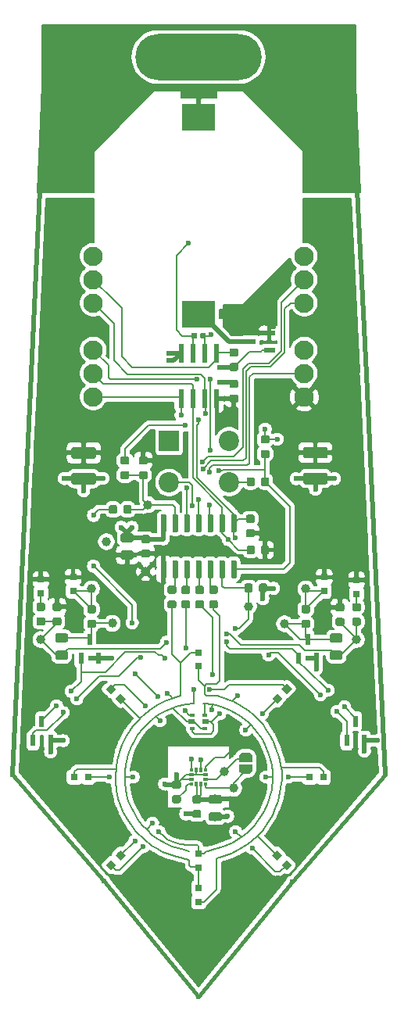
<source format=gtl>
G04 #@! TF.GenerationSoftware,KiCad,Pcbnew,(5.1.2)-2*
G04 #@! TF.CreationDate,2022-02-14T19:05:22-05:00*
G04 #@! TF.ProjectId,FWA_2022_Compass_Badge_LWL-003-E10,4657415f-3230-4323-925f-436f6d706173,B*
G04 #@! TF.SameCoordinates,Original*
G04 #@! TF.FileFunction,Copper,L1,Top*
G04 #@! TF.FilePolarity,Positive*
%FSLAX46Y46*%
G04 Gerber Fmt 4.6, Leading zero omitted, Abs format (unit mm)*
G04 Created by KiCad (PCBNEW (5.1.2)-2) date 2022-02-14 19:05:22*
%MOMM*%
%LPD*%
G04 APERTURE LIST*
%ADD10O,13.700000X5.000000*%
%ADD11R,3.600000X3.000000*%
%ADD12R,1.300000X0.600000*%
%ADD13R,0.300000X0.490000*%
%ADD14R,0.375000X0.375000*%
%ADD15R,0.490000X0.300000*%
%ADD16C,0.500000*%
%ADD17C,0.100000*%
%ADD18C,0.875000*%
%ADD19R,0.800000X0.800000*%
%ADD20C,1.250000*%
%ADD21C,0.590000*%
%ADD22C,0.600000*%
%ADD23R,0.600000X2.000000*%
%ADD24C,1.000000*%
%ADD25R,2.200000X2.200000*%
%ADD26C,2.200000*%
%ADD27R,0.600000X1.300000*%
%ADD28C,2.100000*%
%ADD29R,0.550000X0.400000*%
%ADD30R,0.700000X0.500000*%
%ADD31C,0.800000*%
%ADD32C,0.975000*%
%ADD33C,0.180000*%
%ADD34C,0.500000*%
%ADD35C,0.450000*%
%ADD36C,0.160000*%
G04 APERTURE END LIST*
D10*
X90000000Y-47000000D03*
D11*
X90000000Y-53500000D03*
X90000000Y-74900000D03*
D12*
X95550000Y-77850000D03*
X97650000Y-76900000D03*
X97650000Y-78800000D03*
D13*
X90250000Y-125770000D03*
X89750000Y-125770000D03*
D14*
X90762500Y-125750000D03*
D15*
X90770000Y-125250000D03*
X90770000Y-124750000D03*
D14*
X90762500Y-124250000D03*
D13*
X90250000Y-124230000D03*
X89750000Y-124230000D03*
D14*
X89237500Y-125750000D03*
X89237500Y-124250000D03*
D15*
X89230000Y-124750000D03*
X89230000Y-125250000D03*
D16*
X95100000Y-122850000D03*
D17*
G36*
X94350602Y-122850000D02*
G01*
X94350602Y-122825466D01*
X94355412Y-122776635D01*
X94364984Y-122728510D01*
X94379228Y-122681555D01*
X94398005Y-122636222D01*
X94421136Y-122592949D01*
X94448396Y-122552150D01*
X94479524Y-122514221D01*
X94514221Y-122479524D01*
X94552150Y-122448396D01*
X94592949Y-122421136D01*
X94636222Y-122398005D01*
X94681555Y-122379228D01*
X94728510Y-122364984D01*
X94776635Y-122355412D01*
X94825466Y-122350602D01*
X94850000Y-122350602D01*
X94850000Y-122350000D01*
X95350000Y-122350000D01*
X95350000Y-122350602D01*
X95374534Y-122350602D01*
X95423365Y-122355412D01*
X95471490Y-122364984D01*
X95518445Y-122379228D01*
X95563778Y-122398005D01*
X95607051Y-122421136D01*
X95647850Y-122448396D01*
X95685779Y-122479524D01*
X95720476Y-122514221D01*
X95751604Y-122552150D01*
X95778864Y-122592949D01*
X95801995Y-122636222D01*
X95820772Y-122681555D01*
X95835016Y-122728510D01*
X95844588Y-122776635D01*
X95849398Y-122825466D01*
X95849398Y-122850000D01*
X95850000Y-122850000D01*
X95850000Y-123350000D01*
X94350000Y-123350000D01*
X94350000Y-122850000D01*
X94350602Y-122850000D01*
X94350602Y-122850000D01*
G37*
D16*
X95100000Y-124150000D03*
D17*
G36*
X95850000Y-123650000D02*
G01*
X95850000Y-124150000D01*
X95849398Y-124150000D01*
X95849398Y-124174534D01*
X95844588Y-124223365D01*
X95835016Y-124271490D01*
X95820772Y-124318445D01*
X95801995Y-124363778D01*
X95778864Y-124407051D01*
X95751604Y-124447850D01*
X95720476Y-124485779D01*
X95685779Y-124520476D01*
X95647850Y-124551604D01*
X95607051Y-124578864D01*
X95563778Y-124601995D01*
X95518445Y-124620772D01*
X95471490Y-124635016D01*
X95423365Y-124644588D01*
X95374534Y-124649398D01*
X95350000Y-124649398D01*
X95350000Y-124650000D01*
X94850000Y-124650000D01*
X94850000Y-124649398D01*
X94825466Y-124649398D01*
X94776635Y-124644588D01*
X94728510Y-124635016D01*
X94681555Y-124620772D01*
X94636222Y-124601995D01*
X94592949Y-124578864D01*
X94552150Y-124551604D01*
X94514221Y-124520476D01*
X94479524Y-124485779D01*
X94448396Y-124447850D01*
X94421136Y-124407051D01*
X94398005Y-124363778D01*
X94379228Y-124318445D01*
X94364984Y-124271490D01*
X94355412Y-124223365D01*
X94350602Y-124174534D01*
X94350602Y-124150000D01*
X94350000Y-124150000D01*
X94350000Y-123650000D01*
X95850000Y-123650000D01*
X95850000Y-123650000D01*
G37*
G36*
X107377691Y-107731053D02*
G01*
X107398926Y-107734203D01*
X107419750Y-107739419D01*
X107439962Y-107746651D01*
X107459368Y-107755830D01*
X107477781Y-107766866D01*
X107495024Y-107779654D01*
X107510930Y-107794070D01*
X107525346Y-107809976D01*
X107538134Y-107827219D01*
X107549170Y-107845632D01*
X107558349Y-107865038D01*
X107565581Y-107885250D01*
X107570797Y-107906074D01*
X107573947Y-107927309D01*
X107575000Y-107948750D01*
X107575000Y-108386250D01*
X107573947Y-108407691D01*
X107570797Y-108428926D01*
X107565581Y-108449750D01*
X107558349Y-108469962D01*
X107549170Y-108489368D01*
X107538134Y-108507781D01*
X107525346Y-108525024D01*
X107510930Y-108540930D01*
X107495024Y-108555346D01*
X107477781Y-108568134D01*
X107459368Y-108579170D01*
X107439962Y-108588349D01*
X107419750Y-108595581D01*
X107398926Y-108600797D01*
X107377691Y-108603947D01*
X107356250Y-108605000D01*
X106843750Y-108605000D01*
X106822309Y-108603947D01*
X106801074Y-108600797D01*
X106780250Y-108595581D01*
X106760038Y-108588349D01*
X106740632Y-108579170D01*
X106722219Y-108568134D01*
X106704976Y-108555346D01*
X106689070Y-108540930D01*
X106674654Y-108525024D01*
X106661866Y-108507781D01*
X106650830Y-108489368D01*
X106641651Y-108469962D01*
X106634419Y-108449750D01*
X106629203Y-108428926D01*
X106626053Y-108407691D01*
X106625000Y-108386250D01*
X106625000Y-107948750D01*
X106626053Y-107927309D01*
X106629203Y-107906074D01*
X106634419Y-107885250D01*
X106641651Y-107865038D01*
X106650830Y-107845632D01*
X106661866Y-107827219D01*
X106674654Y-107809976D01*
X106689070Y-107794070D01*
X106704976Y-107779654D01*
X106722219Y-107766866D01*
X106740632Y-107755830D01*
X106760038Y-107746651D01*
X106780250Y-107739419D01*
X106801074Y-107734203D01*
X106822309Y-107731053D01*
X106843750Y-107730000D01*
X107356250Y-107730000D01*
X107377691Y-107731053D01*
X107377691Y-107731053D01*
G37*
D18*
X107100000Y-108167500D03*
D17*
G36*
X107377691Y-106156053D02*
G01*
X107398926Y-106159203D01*
X107419750Y-106164419D01*
X107439962Y-106171651D01*
X107459368Y-106180830D01*
X107477781Y-106191866D01*
X107495024Y-106204654D01*
X107510930Y-106219070D01*
X107525346Y-106234976D01*
X107538134Y-106252219D01*
X107549170Y-106270632D01*
X107558349Y-106290038D01*
X107565581Y-106310250D01*
X107570797Y-106331074D01*
X107573947Y-106352309D01*
X107575000Y-106373750D01*
X107575000Y-106811250D01*
X107573947Y-106832691D01*
X107570797Y-106853926D01*
X107565581Y-106874750D01*
X107558349Y-106894962D01*
X107549170Y-106914368D01*
X107538134Y-106932781D01*
X107525346Y-106950024D01*
X107510930Y-106965930D01*
X107495024Y-106980346D01*
X107477781Y-106993134D01*
X107459368Y-107004170D01*
X107439962Y-107013349D01*
X107419750Y-107020581D01*
X107398926Y-107025797D01*
X107377691Y-107028947D01*
X107356250Y-107030000D01*
X106843750Y-107030000D01*
X106822309Y-107028947D01*
X106801074Y-107025797D01*
X106780250Y-107020581D01*
X106760038Y-107013349D01*
X106740632Y-107004170D01*
X106722219Y-106993134D01*
X106704976Y-106980346D01*
X106689070Y-106965930D01*
X106674654Y-106950024D01*
X106661866Y-106932781D01*
X106650830Y-106914368D01*
X106641651Y-106894962D01*
X106634419Y-106874750D01*
X106629203Y-106853926D01*
X106626053Y-106832691D01*
X106625000Y-106811250D01*
X106625000Y-106373750D01*
X106626053Y-106352309D01*
X106629203Y-106331074D01*
X106634419Y-106310250D01*
X106641651Y-106290038D01*
X106650830Y-106270632D01*
X106661866Y-106252219D01*
X106674654Y-106234976D01*
X106689070Y-106219070D01*
X106704976Y-106204654D01*
X106722219Y-106191866D01*
X106740632Y-106180830D01*
X106760038Y-106171651D01*
X106780250Y-106164419D01*
X106801074Y-106159203D01*
X106822309Y-106156053D01*
X106843750Y-106155000D01*
X107356250Y-106155000D01*
X107377691Y-106156053D01*
X107377691Y-106156053D01*
G37*
D18*
X107100000Y-106592500D03*
D17*
G36*
X73167691Y-107703553D02*
G01*
X73188926Y-107706703D01*
X73209750Y-107711919D01*
X73229962Y-107719151D01*
X73249368Y-107728330D01*
X73267781Y-107739366D01*
X73285024Y-107752154D01*
X73300930Y-107766570D01*
X73315346Y-107782476D01*
X73328134Y-107799719D01*
X73339170Y-107818132D01*
X73348349Y-107837538D01*
X73355581Y-107857750D01*
X73360797Y-107878574D01*
X73363947Y-107899809D01*
X73365000Y-107921250D01*
X73365000Y-108358750D01*
X73363947Y-108380191D01*
X73360797Y-108401426D01*
X73355581Y-108422250D01*
X73348349Y-108442462D01*
X73339170Y-108461868D01*
X73328134Y-108480281D01*
X73315346Y-108497524D01*
X73300930Y-108513430D01*
X73285024Y-108527846D01*
X73267781Y-108540634D01*
X73249368Y-108551670D01*
X73229962Y-108560849D01*
X73209750Y-108568081D01*
X73188926Y-108573297D01*
X73167691Y-108576447D01*
X73146250Y-108577500D01*
X72633750Y-108577500D01*
X72612309Y-108576447D01*
X72591074Y-108573297D01*
X72570250Y-108568081D01*
X72550038Y-108560849D01*
X72530632Y-108551670D01*
X72512219Y-108540634D01*
X72494976Y-108527846D01*
X72479070Y-108513430D01*
X72464654Y-108497524D01*
X72451866Y-108480281D01*
X72440830Y-108461868D01*
X72431651Y-108442462D01*
X72424419Y-108422250D01*
X72419203Y-108401426D01*
X72416053Y-108380191D01*
X72415000Y-108358750D01*
X72415000Y-107921250D01*
X72416053Y-107899809D01*
X72419203Y-107878574D01*
X72424419Y-107857750D01*
X72431651Y-107837538D01*
X72440830Y-107818132D01*
X72451866Y-107799719D01*
X72464654Y-107782476D01*
X72479070Y-107766570D01*
X72494976Y-107752154D01*
X72512219Y-107739366D01*
X72530632Y-107728330D01*
X72550038Y-107719151D01*
X72570250Y-107711919D01*
X72591074Y-107706703D01*
X72612309Y-107703553D01*
X72633750Y-107702500D01*
X73146250Y-107702500D01*
X73167691Y-107703553D01*
X73167691Y-107703553D01*
G37*
D18*
X72890000Y-108140000D03*
D17*
G36*
X73167691Y-106128553D02*
G01*
X73188926Y-106131703D01*
X73209750Y-106136919D01*
X73229962Y-106144151D01*
X73249368Y-106153330D01*
X73267781Y-106164366D01*
X73285024Y-106177154D01*
X73300930Y-106191570D01*
X73315346Y-106207476D01*
X73328134Y-106224719D01*
X73339170Y-106243132D01*
X73348349Y-106262538D01*
X73355581Y-106282750D01*
X73360797Y-106303574D01*
X73363947Y-106324809D01*
X73365000Y-106346250D01*
X73365000Y-106783750D01*
X73363947Y-106805191D01*
X73360797Y-106826426D01*
X73355581Y-106847250D01*
X73348349Y-106867462D01*
X73339170Y-106886868D01*
X73328134Y-106905281D01*
X73315346Y-106922524D01*
X73300930Y-106938430D01*
X73285024Y-106952846D01*
X73267781Y-106965634D01*
X73249368Y-106976670D01*
X73229962Y-106985849D01*
X73209750Y-106993081D01*
X73188926Y-106998297D01*
X73167691Y-107001447D01*
X73146250Y-107002500D01*
X72633750Y-107002500D01*
X72612309Y-107001447D01*
X72591074Y-106998297D01*
X72570250Y-106993081D01*
X72550038Y-106985849D01*
X72530632Y-106976670D01*
X72512219Y-106965634D01*
X72494976Y-106952846D01*
X72479070Y-106938430D01*
X72464654Y-106922524D01*
X72451866Y-106905281D01*
X72440830Y-106886868D01*
X72431651Y-106867462D01*
X72424419Y-106847250D01*
X72419203Y-106826426D01*
X72416053Y-106805191D01*
X72415000Y-106783750D01*
X72415000Y-106346250D01*
X72416053Y-106324809D01*
X72419203Y-106303574D01*
X72424419Y-106282750D01*
X72431651Y-106262538D01*
X72440830Y-106243132D01*
X72451866Y-106224719D01*
X72464654Y-106207476D01*
X72479070Y-106191570D01*
X72494976Y-106177154D01*
X72512219Y-106164366D01*
X72530632Y-106153330D01*
X72550038Y-106144151D01*
X72570250Y-106136919D01*
X72591074Y-106131703D01*
X72612309Y-106128553D01*
X72633750Y-106127500D01*
X73146250Y-106127500D01*
X73167691Y-106128553D01*
X73167691Y-106128553D01*
G37*
D18*
X72890000Y-106565000D03*
D17*
G36*
X91877691Y-105851053D02*
G01*
X91898926Y-105854203D01*
X91919750Y-105859419D01*
X91939962Y-105866651D01*
X91959368Y-105875830D01*
X91977781Y-105886866D01*
X91995024Y-105899654D01*
X92010930Y-105914070D01*
X92025346Y-105929976D01*
X92038134Y-105947219D01*
X92049170Y-105965632D01*
X92058349Y-105985038D01*
X92065581Y-106005250D01*
X92070797Y-106026074D01*
X92073947Y-106047309D01*
X92075000Y-106068750D01*
X92075000Y-106506250D01*
X92073947Y-106527691D01*
X92070797Y-106548926D01*
X92065581Y-106569750D01*
X92058349Y-106589962D01*
X92049170Y-106609368D01*
X92038134Y-106627781D01*
X92025346Y-106645024D01*
X92010930Y-106660930D01*
X91995024Y-106675346D01*
X91977781Y-106688134D01*
X91959368Y-106699170D01*
X91939962Y-106708349D01*
X91919750Y-106715581D01*
X91898926Y-106720797D01*
X91877691Y-106723947D01*
X91856250Y-106725000D01*
X91343750Y-106725000D01*
X91322309Y-106723947D01*
X91301074Y-106720797D01*
X91280250Y-106715581D01*
X91260038Y-106708349D01*
X91240632Y-106699170D01*
X91222219Y-106688134D01*
X91204976Y-106675346D01*
X91189070Y-106660930D01*
X91174654Y-106645024D01*
X91161866Y-106627781D01*
X91150830Y-106609368D01*
X91141651Y-106589962D01*
X91134419Y-106569750D01*
X91129203Y-106548926D01*
X91126053Y-106527691D01*
X91125000Y-106506250D01*
X91125000Y-106068750D01*
X91126053Y-106047309D01*
X91129203Y-106026074D01*
X91134419Y-106005250D01*
X91141651Y-105985038D01*
X91150830Y-105965632D01*
X91161866Y-105947219D01*
X91174654Y-105929976D01*
X91189070Y-105914070D01*
X91204976Y-105899654D01*
X91222219Y-105886866D01*
X91240632Y-105875830D01*
X91260038Y-105866651D01*
X91280250Y-105859419D01*
X91301074Y-105854203D01*
X91322309Y-105851053D01*
X91343750Y-105850000D01*
X91856250Y-105850000D01*
X91877691Y-105851053D01*
X91877691Y-105851053D01*
G37*
D18*
X91600000Y-106287500D03*
D17*
G36*
X91877691Y-104276053D02*
G01*
X91898926Y-104279203D01*
X91919750Y-104284419D01*
X91939962Y-104291651D01*
X91959368Y-104300830D01*
X91977781Y-104311866D01*
X91995024Y-104324654D01*
X92010930Y-104339070D01*
X92025346Y-104354976D01*
X92038134Y-104372219D01*
X92049170Y-104390632D01*
X92058349Y-104410038D01*
X92065581Y-104430250D01*
X92070797Y-104451074D01*
X92073947Y-104472309D01*
X92075000Y-104493750D01*
X92075000Y-104931250D01*
X92073947Y-104952691D01*
X92070797Y-104973926D01*
X92065581Y-104994750D01*
X92058349Y-105014962D01*
X92049170Y-105034368D01*
X92038134Y-105052781D01*
X92025346Y-105070024D01*
X92010930Y-105085930D01*
X91995024Y-105100346D01*
X91977781Y-105113134D01*
X91959368Y-105124170D01*
X91939962Y-105133349D01*
X91919750Y-105140581D01*
X91898926Y-105145797D01*
X91877691Y-105148947D01*
X91856250Y-105150000D01*
X91343750Y-105150000D01*
X91322309Y-105148947D01*
X91301074Y-105145797D01*
X91280250Y-105140581D01*
X91260038Y-105133349D01*
X91240632Y-105124170D01*
X91222219Y-105113134D01*
X91204976Y-105100346D01*
X91189070Y-105085930D01*
X91174654Y-105070024D01*
X91161866Y-105052781D01*
X91150830Y-105034368D01*
X91141651Y-105014962D01*
X91134419Y-104994750D01*
X91129203Y-104973926D01*
X91126053Y-104952691D01*
X91125000Y-104931250D01*
X91125000Y-104493750D01*
X91126053Y-104472309D01*
X91129203Y-104451074D01*
X91134419Y-104430250D01*
X91141651Y-104410038D01*
X91150830Y-104390632D01*
X91161866Y-104372219D01*
X91174654Y-104354976D01*
X91189070Y-104339070D01*
X91204976Y-104324654D01*
X91222219Y-104311866D01*
X91240632Y-104300830D01*
X91260038Y-104291651D01*
X91280250Y-104284419D01*
X91301074Y-104279203D01*
X91322309Y-104276053D01*
X91343750Y-104275000D01*
X91856250Y-104275000D01*
X91877691Y-104276053D01*
X91877691Y-104276053D01*
G37*
D18*
X91600000Y-104712500D03*
D17*
G36*
X90377691Y-105851053D02*
G01*
X90398926Y-105854203D01*
X90419750Y-105859419D01*
X90439962Y-105866651D01*
X90459368Y-105875830D01*
X90477781Y-105886866D01*
X90495024Y-105899654D01*
X90510930Y-105914070D01*
X90525346Y-105929976D01*
X90538134Y-105947219D01*
X90549170Y-105965632D01*
X90558349Y-105985038D01*
X90565581Y-106005250D01*
X90570797Y-106026074D01*
X90573947Y-106047309D01*
X90575000Y-106068750D01*
X90575000Y-106506250D01*
X90573947Y-106527691D01*
X90570797Y-106548926D01*
X90565581Y-106569750D01*
X90558349Y-106589962D01*
X90549170Y-106609368D01*
X90538134Y-106627781D01*
X90525346Y-106645024D01*
X90510930Y-106660930D01*
X90495024Y-106675346D01*
X90477781Y-106688134D01*
X90459368Y-106699170D01*
X90439962Y-106708349D01*
X90419750Y-106715581D01*
X90398926Y-106720797D01*
X90377691Y-106723947D01*
X90356250Y-106725000D01*
X89843750Y-106725000D01*
X89822309Y-106723947D01*
X89801074Y-106720797D01*
X89780250Y-106715581D01*
X89760038Y-106708349D01*
X89740632Y-106699170D01*
X89722219Y-106688134D01*
X89704976Y-106675346D01*
X89689070Y-106660930D01*
X89674654Y-106645024D01*
X89661866Y-106627781D01*
X89650830Y-106609368D01*
X89641651Y-106589962D01*
X89634419Y-106569750D01*
X89629203Y-106548926D01*
X89626053Y-106527691D01*
X89625000Y-106506250D01*
X89625000Y-106068750D01*
X89626053Y-106047309D01*
X89629203Y-106026074D01*
X89634419Y-106005250D01*
X89641651Y-105985038D01*
X89650830Y-105965632D01*
X89661866Y-105947219D01*
X89674654Y-105929976D01*
X89689070Y-105914070D01*
X89704976Y-105899654D01*
X89722219Y-105886866D01*
X89740632Y-105875830D01*
X89760038Y-105866651D01*
X89780250Y-105859419D01*
X89801074Y-105854203D01*
X89822309Y-105851053D01*
X89843750Y-105850000D01*
X90356250Y-105850000D01*
X90377691Y-105851053D01*
X90377691Y-105851053D01*
G37*
D18*
X90100000Y-106287500D03*
D17*
G36*
X90377691Y-104276053D02*
G01*
X90398926Y-104279203D01*
X90419750Y-104284419D01*
X90439962Y-104291651D01*
X90459368Y-104300830D01*
X90477781Y-104311866D01*
X90495024Y-104324654D01*
X90510930Y-104339070D01*
X90525346Y-104354976D01*
X90538134Y-104372219D01*
X90549170Y-104390632D01*
X90558349Y-104410038D01*
X90565581Y-104430250D01*
X90570797Y-104451074D01*
X90573947Y-104472309D01*
X90575000Y-104493750D01*
X90575000Y-104931250D01*
X90573947Y-104952691D01*
X90570797Y-104973926D01*
X90565581Y-104994750D01*
X90558349Y-105014962D01*
X90549170Y-105034368D01*
X90538134Y-105052781D01*
X90525346Y-105070024D01*
X90510930Y-105085930D01*
X90495024Y-105100346D01*
X90477781Y-105113134D01*
X90459368Y-105124170D01*
X90439962Y-105133349D01*
X90419750Y-105140581D01*
X90398926Y-105145797D01*
X90377691Y-105148947D01*
X90356250Y-105150000D01*
X89843750Y-105150000D01*
X89822309Y-105148947D01*
X89801074Y-105145797D01*
X89780250Y-105140581D01*
X89760038Y-105133349D01*
X89740632Y-105124170D01*
X89722219Y-105113134D01*
X89704976Y-105100346D01*
X89689070Y-105085930D01*
X89674654Y-105070024D01*
X89661866Y-105052781D01*
X89650830Y-105034368D01*
X89641651Y-105014962D01*
X89634419Y-104994750D01*
X89629203Y-104973926D01*
X89626053Y-104952691D01*
X89625000Y-104931250D01*
X89625000Y-104493750D01*
X89626053Y-104472309D01*
X89629203Y-104451074D01*
X89634419Y-104430250D01*
X89641651Y-104410038D01*
X89650830Y-104390632D01*
X89661866Y-104372219D01*
X89674654Y-104354976D01*
X89689070Y-104339070D01*
X89704976Y-104324654D01*
X89722219Y-104311866D01*
X89740632Y-104300830D01*
X89760038Y-104291651D01*
X89780250Y-104284419D01*
X89801074Y-104279203D01*
X89822309Y-104276053D01*
X89843750Y-104275000D01*
X90356250Y-104275000D01*
X90377691Y-104276053D01*
X90377691Y-104276053D01*
G37*
D18*
X90100000Y-104712500D03*
D17*
G36*
X88877691Y-105851053D02*
G01*
X88898926Y-105854203D01*
X88919750Y-105859419D01*
X88939962Y-105866651D01*
X88959368Y-105875830D01*
X88977781Y-105886866D01*
X88995024Y-105899654D01*
X89010930Y-105914070D01*
X89025346Y-105929976D01*
X89038134Y-105947219D01*
X89049170Y-105965632D01*
X89058349Y-105985038D01*
X89065581Y-106005250D01*
X89070797Y-106026074D01*
X89073947Y-106047309D01*
X89075000Y-106068750D01*
X89075000Y-106506250D01*
X89073947Y-106527691D01*
X89070797Y-106548926D01*
X89065581Y-106569750D01*
X89058349Y-106589962D01*
X89049170Y-106609368D01*
X89038134Y-106627781D01*
X89025346Y-106645024D01*
X89010930Y-106660930D01*
X88995024Y-106675346D01*
X88977781Y-106688134D01*
X88959368Y-106699170D01*
X88939962Y-106708349D01*
X88919750Y-106715581D01*
X88898926Y-106720797D01*
X88877691Y-106723947D01*
X88856250Y-106725000D01*
X88343750Y-106725000D01*
X88322309Y-106723947D01*
X88301074Y-106720797D01*
X88280250Y-106715581D01*
X88260038Y-106708349D01*
X88240632Y-106699170D01*
X88222219Y-106688134D01*
X88204976Y-106675346D01*
X88189070Y-106660930D01*
X88174654Y-106645024D01*
X88161866Y-106627781D01*
X88150830Y-106609368D01*
X88141651Y-106589962D01*
X88134419Y-106569750D01*
X88129203Y-106548926D01*
X88126053Y-106527691D01*
X88125000Y-106506250D01*
X88125000Y-106068750D01*
X88126053Y-106047309D01*
X88129203Y-106026074D01*
X88134419Y-106005250D01*
X88141651Y-105985038D01*
X88150830Y-105965632D01*
X88161866Y-105947219D01*
X88174654Y-105929976D01*
X88189070Y-105914070D01*
X88204976Y-105899654D01*
X88222219Y-105886866D01*
X88240632Y-105875830D01*
X88260038Y-105866651D01*
X88280250Y-105859419D01*
X88301074Y-105854203D01*
X88322309Y-105851053D01*
X88343750Y-105850000D01*
X88856250Y-105850000D01*
X88877691Y-105851053D01*
X88877691Y-105851053D01*
G37*
D18*
X88600000Y-106287500D03*
D17*
G36*
X88877691Y-104276053D02*
G01*
X88898926Y-104279203D01*
X88919750Y-104284419D01*
X88939962Y-104291651D01*
X88959368Y-104300830D01*
X88977781Y-104311866D01*
X88995024Y-104324654D01*
X89010930Y-104339070D01*
X89025346Y-104354976D01*
X89038134Y-104372219D01*
X89049170Y-104390632D01*
X89058349Y-104410038D01*
X89065581Y-104430250D01*
X89070797Y-104451074D01*
X89073947Y-104472309D01*
X89075000Y-104493750D01*
X89075000Y-104931250D01*
X89073947Y-104952691D01*
X89070797Y-104973926D01*
X89065581Y-104994750D01*
X89058349Y-105014962D01*
X89049170Y-105034368D01*
X89038134Y-105052781D01*
X89025346Y-105070024D01*
X89010930Y-105085930D01*
X88995024Y-105100346D01*
X88977781Y-105113134D01*
X88959368Y-105124170D01*
X88939962Y-105133349D01*
X88919750Y-105140581D01*
X88898926Y-105145797D01*
X88877691Y-105148947D01*
X88856250Y-105150000D01*
X88343750Y-105150000D01*
X88322309Y-105148947D01*
X88301074Y-105145797D01*
X88280250Y-105140581D01*
X88260038Y-105133349D01*
X88240632Y-105124170D01*
X88222219Y-105113134D01*
X88204976Y-105100346D01*
X88189070Y-105085930D01*
X88174654Y-105070024D01*
X88161866Y-105052781D01*
X88150830Y-105034368D01*
X88141651Y-105014962D01*
X88134419Y-104994750D01*
X88129203Y-104973926D01*
X88126053Y-104952691D01*
X88125000Y-104931250D01*
X88125000Y-104493750D01*
X88126053Y-104472309D01*
X88129203Y-104451074D01*
X88134419Y-104430250D01*
X88141651Y-104410038D01*
X88150830Y-104390632D01*
X88161866Y-104372219D01*
X88174654Y-104354976D01*
X88189070Y-104339070D01*
X88204976Y-104324654D01*
X88222219Y-104311866D01*
X88240632Y-104300830D01*
X88260038Y-104291651D01*
X88280250Y-104284419D01*
X88301074Y-104279203D01*
X88322309Y-104276053D01*
X88343750Y-104275000D01*
X88856250Y-104275000D01*
X88877691Y-104276053D01*
X88877691Y-104276053D01*
G37*
D18*
X88600000Y-104712500D03*
D17*
G36*
X87377691Y-105851053D02*
G01*
X87398926Y-105854203D01*
X87419750Y-105859419D01*
X87439962Y-105866651D01*
X87459368Y-105875830D01*
X87477781Y-105886866D01*
X87495024Y-105899654D01*
X87510930Y-105914070D01*
X87525346Y-105929976D01*
X87538134Y-105947219D01*
X87549170Y-105965632D01*
X87558349Y-105985038D01*
X87565581Y-106005250D01*
X87570797Y-106026074D01*
X87573947Y-106047309D01*
X87575000Y-106068750D01*
X87575000Y-106506250D01*
X87573947Y-106527691D01*
X87570797Y-106548926D01*
X87565581Y-106569750D01*
X87558349Y-106589962D01*
X87549170Y-106609368D01*
X87538134Y-106627781D01*
X87525346Y-106645024D01*
X87510930Y-106660930D01*
X87495024Y-106675346D01*
X87477781Y-106688134D01*
X87459368Y-106699170D01*
X87439962Y-106708349D01*
X87419750Y-106715581D01*
X87398926Y-106720797D01*
X87377691Y-106723947D01*
X87356250Y-106725000D01*
X86843750Y-106725000D01*
X86822309Y-106723947D01*
X86801074Y-106720797D01*
X86780250Y-106715581D01*
X86760038Y-106708349D01*
X86740632Y-106699170D01*
X86722219Y-106688134D01*
X86704976Y-106675346D01*
X86689070Y-106660930D01*
X86674654Y-106645024D01*
X86661866Y-106627781D01*
X86650830Y-106609368D01*
X86641651Y-106589962D01*
X86634419Y-106569750D01*
X86629203Y-106548926D01*
X86626053Y-106527691D01*
X86625000Y-106506250D01*
X86625000Y-106068750D01*
X86626053Y-106047309D01*
X86629203Y-106026074D01*
X86634419Y-106005250D01*
X86641651Y-105985038D01*
X86650830Y-105965632D01*
X86661866Y-105947219D01*
X86674654Y-105929976D01*
X86689070Y-105914070D01*
X86704976Y-105899654D01*
X86722219Y-105886866D01*
X86740632Y-105875830D01*
X86760038Y-105866651D01*
X86780250Y-105859419D01*
X86801074Y-105854203D01*
X86822309Y-105851053D01*
X86843750Y-105850000D01*
X87356250Y-105850000D01*
X87377691Y-105851053D01*
X87377691Y-105851053D01*
G37*
D18*
X87100000Y-106287500D03*
D17*
G36*
X87377691Y-104276053D02*
G01*
X87398926Y-104279203D01*
X87419750Y-104284419D01*
X87439962Y-104291651D01*
X87459368Y-104300830D01*
X87477781Y-104311866D01*
X87495024Y-104324654D01*
X87510930Y-104339070D01*
X87525346Y-104354976D01*
X87538134Y-104372219D01*
X87549170Y-104390632D01*
X87558349Y-104410038D01*
X87565581Y-104430250D01*
X87570797Y-104451074D01*
X87573947Y-104472309D01*
X87575000Y-104493750D01*
X87575000Y-104931250D01*
X87573947Y-104952691D01*
X87570797Y-104973926D01*
X87565581Y-104994750D01*
X87558349Y-105014962D01*
X87549170Y-105034368D01*
X87538134Y-105052781D01*
X87525346Y-105070024D01*
X87510930Y-105085930D01*
X87495024Y-105100346D01*
X87477781Y-105113134D01*
X87459368Y-105124170D01*
X87439962Y-105133349D01*
X87419750Y-105140581D01*
X87398926Y-105145797D01*
X87377691Y-105148947D01*
X87356250Y-105150000D01*
X86843750Y-105150000D01*
X86822309Y-105148947D01*
X86801074Y-105145797D01*
X86780250Y-105140581D01*
X86760038Y-105133349D01*
X86740632Y-105124170D01*
X86722219Y-105113134D01*
X86704976Y-105100346D01*
X86689070Y-105085930D01*
X86674654Y-105070024D01*
X86661866Y-105052781D01*
X86650830Y-105034368D01*
X86641651Y-105014962D01*
X86634419Y-104994750D01*
X86629203Y-104973926D01*
X86626053Y-104952691D01*
X86625000Y-104931250D01*
X86625000Y-104493750D01*
X86626053Y-104472309D01*
X86629203Y-104451074D01*
X86634419Y-104430250D01*
X86641651Y-104410038D01*
X86650830Y-104390632D01*
X86661866Y-104372219D01*
X86674654Y-104354976D01*
X86689070Y-104339070D01*
X86704976Y-104324654D01*
X86722219Y-104311866D01*
X86740632Y-104300830D01*
X86760038Y-104291651D01*
X86780250Y-104284419D01*
X86801074Y-104279203D01*
X86822309Y-104276053D01*
X86843750Y-104275000D01*
X87356250Y-104275000D01*
X87377691Y-104276053D01*
X87377691Y-104276053D01*
G37*
D18*
X87100000Y-104712500D03*
D19*
X90010000Y-134790000D03*
X90010000Y-133290000D03*
D17*
G36*
X103739504Y-92036204D02*
G01*
X103763773Y-92039804D01*
X103787571Y-92045765D01*
X103810671Y-92054030D01*
X103832849Y-92064520D01*
X103853893Y-92077133D01*
X103873598Y-92091747D01*
X103891777Y-92108223D01*
X103908253Y-92126402D01*
X103922867Y-92146107D01*
X103935480Y-92167151D01*
X103945970Y-92189329D01*
X103954235Y-92212429D01*
X103960196Y-92236227D01*
X103963796Y-92260496D01*
X103965000Y-92285000D01*
X103965000Y-93035000D01*
X103963796Y-93059504D01*
X103960196Y-93083773D01*
X103954235Y-93107571D01*
X103945970Y-93130671D01*
X103935480Y-93152849D01*
X103922867Y-93173893D01*
X103908253Y-93193598D01*
X103891777Y-93211777D01*
X103873598Y-93228253D01*
X103853893Y-93242867D01*
X103832849Y-93255480D01*
X103810671Y-93265970D01*
X103787571Y-93274235D01*
X103763773Y-93280196D01*
X103739504Y-93283796D01*
X103715000Y-93285000D01*
X101565000Y-93285000D01*
X101540496Y-93283796D01*
X101516227Y-93280196D01*
X101492429Y-93274235D01*
X101469329Y-93265970D01*
X101447151Y-93255480D01*
X101426107Y-93242867D01*
X101406402Y-93228253D01*
X101388223Y-93211777D01*
X101371747Y-93193598D01*
X101357133Y-93173893D01*
X101344520Y-93152849D01*
X101334030Y-93130671D01*
X101325765Y-93107571D01*
X101319804Y-93083773D01*
X101316204Y-93059504D01*
X101315000Y-93035000D01*
X101315000Y-92285000D01*
X101316204Y-92260496D01*
X101319804Y-92236227D01*
X101325765Y-92212429D01*
X101334030Y-92189329D01*
X101344520Y-92167151D01*
X101357133Y-92146107D01*
X101371747Y-92126402D01*
X101388223Y-92108223D01*
X101406402Y-92091747D01*
X101426107Y-92077133D01*
X101447151Y-92064520D01*
X101469329Y-92054030D01*
X101492429Y-92045765D01*
X101516227Y-92039804D01*
X101540496Y-92036204D01*
X101565000Y-92035000D01*
X103715000Y-92035000D01*
X103739504Y-92036204D01*
X103739504Y-92036204D01*
G37*
D20*
X102640000Y-92660000D03*
D17*
G36*
X103739504Y-89236204D02*
G01*
X103763773Y-89239804D01*
X103787571Y-89245765D01*
X103810671Y-89254030D01*
X103832849Y-89264520D01*
X103853893Y-89277133D01*
X103873598Y-89291747D01*
X103891777Y-89308223D01*
X103908253Y-89326402D01*
X103922867Y-89346107D01*
X103935480Y-89367151D01*
X103945970Y-89389329D01*
X103954235Y-89412429D01*
X103960196Y-89436227D01*
X103963796Y-89460496D01*
X103965000Y-89485000D01*
X103965000Y-90235000D01*
X103963796Y-90259504D01*
X103960196Y-90283773D01*
X103954235Y-90307571D01*
X103945970Y-90330671D01*
X103935480Y-90352849D01*
X103922867Y-90373893D01*
X103908253Y-90393598D01*
X103891777Y-90411777D01*
X103873598Y-90428253D01*
X103853893Y-90442867D01*
X103832849Y-90455480D01*
X103810671Y-90465970D01*
X103787571Y-90474235D01*
X103763773Y-90480196D01*
X103739504Y-90483796D01*
X103715000Y-90485000D01*
X101565000Y-90485000D01*
X101540496Y-90483796D01*
X101516227Y-90480196D01*
X101492429Y-90474235D01*
X101469329Y-90465970D01*
X101447151Y-90455480D01*
X101426107Y-90442867D01*
X101406402Y-90428253D01*
X101388223Y-90411777D01*
X101371747Y-90393598D01*
X101357133Y-90373893D01*
X101344520Y-90352849D01*
X101334030Y-90330671D01*
X101325765Y-90307571D01*
X101319804Y-90283773D01*
X101316204Y-90259504D01*
X101315000Y-90235000D01*
X101315000Y-89485000D01*
X101316204Y-89460496D01*
X101319804Y-89436227D01*
X101325765Y-89412429D01*
X101334030Y-89389329D01*
X101344520Y-89367151D01*
X101357133Y-89346107D01*
X101371747Y-89326402D01*
X101388223Y-89308223D01*
X101406402Y-89291747D01*
X101426107Y-89277133D01*
X101447151Y-89264520D01*
X101469329Y-89254030D01*
X101492429Y-89245765D01*
X101516227Y-89239804D01*
X101540496Y-89236204D01*
X101565000Y-89235000D01*
X103715000Y-89235000D01*
X103739504Y-89236204D01*
X103739504Y-89236204D01*
G37*
D20*
X102640000Y-89860000D03*
D17*
G36*
X78639504Y-92056204D02*
G01*
X78663773Y-92059804D01*
X78687571Y-92065765D01*
X78710671Y-92074030D01*
X78732849Y-92084520D01*
X78753893Y-92097133D01*
X78773598Y-92111747D01*
X78791777Y-92128223D01*
X78808253Y-92146402D01*
X78822867Y-92166107D01*
X78835480Y-92187151D01*
X78845970Y-92209329D01*
X78854235Y-92232429D01*
X78860196Y-92256227D01*
X78863796Y-92280496D01*
X78865000Y-92305000D01*
X78865000Y-93055000D01*
X78863796Y-93079504D01*
X78860196Y-93103773D01*
X78854235Y-93127571D01*
X78845970Y-93150671D01*
X78835480Y-93172849D01*
X78822867Y-93193893D01*
X78808253Y-93213598D01*
X78791777Y-93231777D01*
X78773598Y-93248253D01*
X78753893Y-93262867D01*
X78732849Y-93275480D01*
X78710671Y-93285970D01*
X78687571Y-93294235D01*
X78663773Y-93300196D01*
X78639504Y-93303796D01*
X78615000Y-93305000D01*
X76465000Y-93305000D01*
X76440496Y-93303796D01*
X76416227Y-93300196D01*
X76392429Y-93294235D01*
X76369329Y-93285970D01*
X76347151Y-93275480D01*
X76326107Y-93262867D01*
X76306402Y-93248253D01*
X76288223Y-93231777D01*
X76271747Y-93213598D01*
X76257133Y-93193893D01*
X76244520Y-93172849D01*
X76234030Y-93150671D01*
X76225765Y-93127571D01*
X76219804Y-93103773D01*
X76216204Y-93079504D01*
X76215000Y-93055000D01*
X76215000Y-92305000D01*
X76216204Y-92280496D01*
X76219804Y-92256227D01*
X76225765Y-92232429D01*
X76234030Y-92209329D01*
X76244520Y-92187151D01*
X76257133Y-92166107D01*
X76271747Y-92146402D01*
X76288223Y-92128223D01*
X76306402Y-92111747D01*
X76326107Y-92097133D01*
X76347151Y-92084520D01*
X76369329Y-92074030D01*
X76392429Y-92065765D01*
X76416227Y-92059804D01*
X76440496Y-92056204D01*
X76465000Y-92055000D01*
X78615000Y-92055000D01*
X78639504Y-92056204D01*
X78639504Y-92056204D01*
G37*
D20*
X77540000Y-92680000D03*
D17*
G36*
X78639504Y-89256204D02*
G01*
X78663773Y-89259804D01*
X78687571Y-89265765D01*
X78710671Y-89274030D01*
X78732849Y-89284520D01*
X78753893Y-89297133D01*
X78773598Y-89311747D01*
X78791777Y-89328223D01*
X78808253Y-89346402D01*
X78822867Y-89366107D01*
X78835480Y-89387151D01*
X78845970Y-89409329D01*
X78854235Y-89432429D01*
X78860196Y-89456227D01*
X78863796Y-89480496D01*
X78865000Y-89505000D01*
X78865000Y-90255000D01*
X78863796Y-90279504D01*
X78860196Y-90303773D01*
X78854235Y-90327571D01*
X78845970Y-90350671D01*
X78835480Y-90372849D01*
X78822867Y-90393893D01*
X78808253Y-90413598D01*
X78791777Y-90431777D01*
X78773598Y-90448253D01*
X78753893Y-90462867D01*
X78732849Y-90475480D01*
X78710671Y-90485970D01*
X78687571Y-90494235D01*
X78663773Y-90500196D01*
X78639504Y-90503796D01*
X78615000Y-90505000D01*
X76465000Y-90505000D01*
X76440496Y-90503796D01*
X76416227Y-90500196D01*
X76392429Y-90494235D01*
X76369329Y-90485970D01*
X76347151Y-90475480D01*
X76326107Y-90462867D01*
X76306402Y-90448253D01*
X76288223Y-90431777D01*
X76271747Y-90413598D01*
X76257133Y-90393893D01*
X76244520Y-90372849D01*
X76234030Y-90350671D01*
X76225765Y-90327571D01*
X76219804Y-90303773D01*
X76216204Y-90279504D01*
X76215000Y-90255000D01*
X76215000Y-89505000D01*
X76216204Y-89480496D01*
X76219804Y-89456227D01*
X76225765Y-89432429D01*
X76234030Y-89409329D01*
X76244520Y-89387151D01*
X76257133Y-89366107D01*
X76271747Y-89346402D01*
X76288223Y-89328223D01*
X76306402Y-89311747D01*
X76326107Y-89297133D01*
X76347151Y-89284520D01*
X76369329Y-89274030D01*
X76392429Y-89265765D01*
X76416227Y-89259804D01*
X76440496Y-89256204D01*
X76465000Y-89255000D01*
X78615000Y-89255000D01*
X78639504Y-89256204D01*
X78639504Y-89256204D01*
G37*
D20*
X77540000Y-89880000D03*
D17*
G36*
X89676958Y-76880710D02*
G01*
X89691276Y-76882834D01*
X89705317Y-76886351D01*
X89718946Y-76891228D01*
X89732031Y-76897417D01*
X89744447Y-76904858D01*
X89756073Y-76913481D01*
X89766798Y-76923202D01*
X89776519Y-76933927D01*
X89785142Y-76945553D01*
X89792583Y-76957969D01*
X89798772Y-76971054D01*
X89803649Y-76984683D01*
X89807166Y-76998724D01*
X89809290Y-77013042D01*
X89810000Y-77027500D01*
X89810000Y-77372500D01*
X89809290Y-77386958D01*
X89807166Y-77401276D01*
X89803649Y-77415317D01*
X89798772Y-77428946D01*
X89792583Y-77442031D01*
X89785142Y-77454447D01*
X89776519Y-77466073D01*
X89766798Y-77476798D01*
X89756073Y-77486519D01*
X89744447Y-77495142D01*
X89732031Y-77502583D01*
X89718946Y-77508772D01*
X89705317Y-77513649D01*
X89691276Y-77517166D01*
X89676958Y-77519290D01*
X89662500Y-77520000D01*
X89367500Y-77520000D01*
X89353042Y-77519290D01*
X89338724Y-77517166D01*
X89324683Y-77513649D01*
X89311054Y-77508772D01*
X89297969Y-77502583D01*
X89285553Y-77495142D01*
X89273927Y-77486519D01*
X89263202Y-77476798D01*
X89253481Y-77466073D01*
X89244858Y-77454447D01*
X89237417Y-77442031D01*
X89231228Y-77428946D01*
X89226351Y-77415317D01*
X89222834Y-77401276D01*
X89220710Y-77386958D01*
X89220000Y-77372500D01*
X89220000Y-77027500D01*
X89220710Y-77013042D01*
X89222834Y-76998724D01*
X89226351Y-76984683D01*
X89231228Y-76971054D01*
X89237417Y-76957969D01*
X89244858Y-76945553D01*
X89253481Y-76933927D01*
X89263202Y-76923202D01*
X89273927Y-76913481D01*
X89285553Y-76904858D01*
X89297969Y-76897417D01*
X89311054Y-76891228D01*
X89324683Y-76886351D01*
X89338724Y-76882834D01*
X89353042Y-76880710D01*
X89367500Y-76880000D01*
X89662500Y-76880000D01*
X89676958Y-76880710D01*
X89676958Y-76880710D01*
G37*
D21*
X89515000Y-77200000D03*
D17*
G36*
X90646958Y-76880710D02*
G01*
X90661276Y-76882834D01*
X90675317Y-76886351D01*
X90688946Y-76891228D01*
X90702031Y-76897417D01*
X90714447Y-76904858D01*
X90726073Y-76913481D01*
X90736798Y-76923202D01*
X90746519Y-76933927D01*
X90755142Y-76945553D01*
X90762583Y-76957969D01*
X90768772Y-76971054D01*
X90773649Y-76984683D01*
X90777166Y-76998724D01*
X90779290Y-77013042D01*
X90780000Y-77027500D01*
X90780000Y-77372500D01*
X90779290Y-77386958D01*
X90777166Y-77401276D01*
X90773649Y-77415317D01*
X90768772Y-77428946D01*
X90762583Y-77442031D01*
X90755142Y-77454447D01*
X90746519Y-77466073D01*
X90736798Y-77476798D01*
X90726073Y-77486519D01*
X90714447Y-77495142D01*
X90702031Y-77502583D01*
X90688946Y-77508772D01*
X90675317Y-77513649D01*
X90661276Y-77517166D01*
X90646958Y-77519290D01*
X90632500Y-77520000D01*
X90337500Y-77520000D01*
X90323042Y-77519290D01*
X90308724Y-77517166D01*
X90294683Y-77513649D01*
X90281054Y-77508772D01*
X90267969Y-77502583D01*
X90255553Y-77495142D01*
X90243927Y-77486519D01*
X90233202Y-77476798D01*
X90223481Y-77466073D01*
X90214858Y-77454447D01*
X90207417Y-77442031D01*
X90201228Y-77428946D01*
X90196351Y-77415317D01*
X90192834Y-77401276D01*
X90190710Y-77386958D01*
X90190000Y-77372500D01*
X90190000Y-77027500D01*
X90190710Y-77013042D01*
X90192834Y-76998724D01*
X90196351Y-76984683D01*
X90201228Y-76971054D01*
X90207417Y-76957969D01*
X90214858Y-76945553D01*
X90223481Y-76933927D01*
X90233202Y-76923202D01*
X90243927Y-76913481D01*
X90255553Y-76904858D01*
X90267969Y-76897417D01*
X90281054Y-76891228D01*
X90294683Y-76886351D01*
X90308724Y-76882834D01*
X90323042Y-76880710D01*
X90337500Y-76880000D01*
X90632500Y-76880000D01*
X90646958Y-76880710D01*
X90646958Y-76880710D01*
G37*
D21*
X90485000Y-77200000D03*
D17*
G36*
X86354703Y-96550722D02*
G01*
X86369264Y-96552882D01*
X86383543Y-96556459D01*
X86397403Y-96561418D01*
X86410710Y-96567712D01*
X86423336Y-96575280D01*
X86435159Y-96584048D01*
X86446066Y-96593934D01*
X86455952Y-96604841D01*
X86464720Y-96616664D01*
X86472288Y-96629290D01*
X86478582Y-96642597D01*
X86483541Y-96656457D01*
X86487118Y-96670736D01*
X86489278Y-96685297D01*
X86490000Y-96700000D01*
X86490000Y-98350000D01*
X86489278Y-98364703D01*
X86487118Y-98379264D01*
X86483541Y-98393543D01*
X86478582Y-98407403D01*
X86472288Y-98420710D01*
X86464720Y-98433336D01*
X86455952Y-98445159D01*
X86446066Y-98456066D01*
X86435159Y-98465952D01*
X86423336Y-98474720D01*
X86410710Y-98482288D01*
X86397403Y-98488582D01*
X86383543Y-98493541D01*
X86369264Y-98497118D01*
X86354703Y-98499278D01*
X86340000Y-98500000D01*
X86040000Y-98500000D01*
X86025297Y-98499278D01*
X86010736Y-98497118D01*
X85996457Y-98493541D01*
X85982597Y-98488582D01*
X85969290Y-98482288D01*
X85956664Y-98474720D01*
X85944841Y-98465952D01*
X85933934Y-98456066D01*
X85924048Y-98445159D01*
X85915280Y-98433336D01*
X85907712Y-98420710D01*
X85901418Y-98407403D01*
X85896459Y-98393543D01*
X85892882Y-98379264D01*
X85890722Y-98364703D01*
X85890000Y-98350000D01*
X85890000Y-96700000D01*
X85890722Y-96685297D01*
X85892882Y-96670736D01*
X85896459Y-96656457D01*
X85901418Y-96642597D01*
X85907712Y-96629290D01*
X85915280Y-96616664D01*
X85924048Y-96604841D01*
X85933934Y-96593934D01*
X85944841Y-96584048D01*
X85956664Y-96575280D01*
X85969290Y-96567712D01*
X85982597Y-96561418D01*
X85996457Y-96556459D01*
X86010736Y-96552882D01*
X86025297Y-96550722D01*
X86040000Y-96550000D01*
X86340000Y-96550000D01*
X86354703Y-96550722D01*
X86354703Y-96550722D01*
G37*
D22*
X86190000Y-97525000D03*
D17*
G36*
X87624703Y-96550722D02*
G01*
X87639264Y-96552882D01*
X87653543Y-96556459D01*
X87667403Y-96561418D01*
X87680710Y-96567712D01*
X87693336Y-96575280D01*
X87705159Y-96584048D01*
X87716066Y-96593934D01*
X87725952Y-96604841D01*
X87734720Y-96616664D01*
X87742288Y-96629290D01*
X87748582Y-96642597D01*
X87753541Y-96656457D01*
X87757118Y-96670736D01*
X87759278Y-96685297D01*
X87760000Y-96700000D01*
X87760000Y-98350000D01*
X87759278Y-98364703D01*
X87757118Y-98379264D01*
X87753541Y-98393543D01*
X87748582Y-98407403D01*
X87742288Y-98420710D01*
X87734720Y-98433336D01*
X87725952Y-98445159D01*
X87716066Y-98456066D01*
X87705159Y-98465952D01*
X87693336Y-98474720D01*
X87680710Y-98482288D01*
X87667403Y-98488582D01*
X87653543Y-98493541D01*
X87639264Y-98497118D01*
X87624703Y-98499278D01*
X87610000Y-98500000D01*
X87310000Y-98500000D01*
X87295297Y-98499278D01*
X87280736Y-98497118D01*
X87266457Y-98493541D01*
X87252597Y-98488582D01*
X87239290Y-98482288D01*
X87226664Y-98474720D01*
X87214841Y-98465952D01*
X87203934Y-98456066D01*
X87194048Y-98445159D01*
X87185280Y-98433336D01*
X87177712Y-98420710D01*
X87171418Y-98407403D01*
X87166459Y-98393543D01*
X87162882Y-98379264D01*
X87160722Y-98364703D01*
X87160000Y-98350000D01*
X87160000Y-96700000D01*
X87160722Y-96685297D01*
X87162882Y-96670736D01*
X87166459Y-96656457D01*
X87171418Y-96642597D01*
X87177712Y-96629290D01*
X87185280Y-96616664D01*
X87194048Y-96604841D01*
X87203934Y-96593934D01*
X87214841Y-96584048D01*
X87226664Y-96575280D01*
X87239290Y-96567712D01*
X87252597Y-96561418D01*
X87266457Y-96556459D01*
X87280736Y-96552882D01*
X87295297Y-96550722D01*
X87310000Y-96550000D01*
X87610000Y-96550000D01*
X87624703Y-96550722D01*
X87624703Y-96550722D01*
G37*
D22*
X87460000Y-97525000D03*
D17*
G36*
X88894703Y-96550722D02*
G01*
X88909264Y-96552882D01*
X88923543Y-96556459D01*
X88937403Y-96561418D01*
X88950710Y-96567712D01*
X88963336Y-96575280D01*
X88975159Y-96584048D01*
X88986066Y-96593934D01*
X88995952Y-96604841D01*
X89004720Y-96616664D01*
X89012288Y-96629290D01*
X89018582Y-96642597D01*
X89023541Y-96656457D01*
X89027118Y-96670736D01*
X89029278Y-96685297D01*
X89030000Y-96700000D01*
X89030000Y-98350000D01*
X89029278Y-98364703D01*
X89027118Y-98379264D01*
X89023541Y-98393543D01*
X89018582Y-98407403D01*
X89012288Y-98420710D01*
X89004720Y-98433336D01*
X88995952Y-98445159D01*
X88986066Y-98456066D01*
X88975159Y-98465952D01*
X88963336Y-98474720D01*
X88950710Y-98482288D01*
X88937403Y-98488582D01*
X88923543Y-98493541D01*
X88909264Y-98497118D01*
X88894703Y-98499278D01*
X88880000Y-98500000D01*
X88580000Y-98500000D01*
X88565297Y-98499278D01*
X88550736Y-98497118D01*
X88536457Y-98493541D01*
X88522597Y-98488582D01*
X88509290Y-98482288D01*
X88496664Y-98474720D01*
X88484841Y-98465952D01*
X88473934Y-98456066D01*
X88464048Y-98445159D01*
X88455280Y-98433336D01*
X88447712Y-98420710D01*
X88441418Y-98407403D01*
X88436459Y-98393543D01*
X88432882Y-98379264D01*
X88430722Y-98364703D01*
X88430000Y-98350000D01*
X88430000Y-96700000D01*
X88430722Y-96685297D01*
X88432882Y-96670736D01*
X88436459Y-96656457D01*
X88441418Y-96642597D01*
X88447712Y-96629290D01*
X88455280Y-96616664D01*
X88464048Y-96604841D01*
X88473934Y-96593934D01*
X88484841Y-96584048D01*
X88496664Y-96575280D01*
X88509290Y-96567712D01*
X88522597Y-96561418D01*
X88536457Y-96556459D01*
X88550736Y-96552882D01*
X88565297Y-96550722D01*
X88580000Y-96550000D01*
X88880000Y-96550000D01*
X88894703Y-96550722D01*
X88894703Y-96550722D01*
G37*
D22*
X88730000Y-97525000D03*
D17*
G36*
X90164703Y-96550722D02*
G01*
X90179264Y-96552882D01*
X90193543Y-96556459D01*
X90207403Y-96561418D01*
X90220710Y-96567712D01*
X90233336Y-96575280D01*
X90245159Y-96584048D01*
X90256066Y-96593934D01*
X90265952Y-96604841D01*
X90274720Y-96616664D01*
X90282288Y-96629290D01*
X90288582Y-96642597D01*
X90293541Y-96656457D01*
X90297118Y-96670736D01*
X90299278Y-96685297D01*
X90300000Y-96700000D01*
X90300000Y-98350000D01*
X90299278Y-98364703D01*
X90297118Y-98379264D01*
X90293541Y-98393543D01*
X90288582Y-98407403D01*
X90282288Y-98420710D01*
X90274720Y-98433336D01*
X90265952Y-98445159D01*
X90256066Y-98456066D01*
X90245159Y-98465952D01*
X90233336Y-98474720D01*
X90220710Y-98482288D01*
X90207403Y-98488582D01*
X90193543Y-98493541D01*
X90179264Y-98497118D01*
X90164703Y-98499278D01*
X90150000Y-98500000D01*
X89850000Y-98500000D01*
X89835297Y-98499278D01*
X89820736Y-98497118D01*
X89806457Y-98493541D01*
X89792597Y-98488582D01*
X89779290Y-98482288D01*
X89766664Y-98474720D01*
X89754841Y-98465952D01*
X89743934Y-98456066D01*
X89734048Y-98445159D01*
X89725280Y-98433336D01*
X89717712Y-98420710D01*
X89711418Y-98407403D01*
X89706459Y-98393543D01*
X89702882Y-98379264D01*
X89700722Y-98364703D01*
X89700000Y-98350000D01*
X89700000Y-96700000D01*
X89700722Y-96685297D01*
X89702882Y-96670736D01*
X89706459Y-96656457D01*
X89711418Y-96642597D01*
X89717712Y-96629290D01*
X89725280Y-96616664D01*
X89734048Y-96604841D01*
X89743934Y-96593934D01*
X89754841Y-96584048D01*
X89766664Y-96575280D01*
X89779290Y-96567712D01*
X89792597Y-96561418D01*
X89806457Y-96556459D01*
X89820736Y-96552882D01*
X89835297Y-96550722D01*
X89850000Y-96550000D01*
X90150000Y-96550000D01*
X90164703Y-96550722D01*
X90164703Y-96550722D01*
G37*
D22*
X90000000Y-97525000D03*
D17*
G36*
X91434703Y-96550722D02*
G01*
X91449264Y-96552882D01*
X91463543Y-96556459D01*
X91477403Y-96561418D01*
X91490710Y-96567712D01*
X91503336Y-96575280D01*
X91515159Y-96584048D01*
X91526066Y-96593934D01*
X91535952Y-96604841D01*
X91544720Y-96616664D01*
X91552288Y-96629290D01*
X91558582Y-96642597D01*
X91563541Y-96656457D01*
X91567118Y-96670736D01*
X91569278Y-96685297D01*
X91570000Y-96700000D01*
X91570000Y-98350000D01*
X91569278Y-98364703D01*
X91567118Y-98379264D01*
X91563541Y-98393543D01*
X91558582Y-98407403D01*
X91552288Y-98420710D01*
X91544720Y-98433336D01*
X91535952Y-98445159D01*
X91526066Y-98456066D01*
X91515159Y-98465952D01*
X91503336Y-98474720D01*
X91490710Y-98482288D01*
X91477403Y-98488582D01*
X91463543Y-98493541D01*
X91449264Y-98497118D01*
X91434703Y-98499278D01*
X91420000Y-98500000D01*
X91120000Y-98500000D01*
X91105297Y-98499278D01*
X91090736Y-98497118D01*
X91076457Y-98493541D01*
X91062597Y-98488582D01*
X91049290Y-98482288D01*
X91036664Y-98474720D01*
X91024841Y-98465952D01*
X91013934Y-98456066D01*
X91004048Y-98445159D01*
X90995280Y-98433336D01*
X90987712Y-98420710D01*
X90981418Y-98407403D01*
X90976459Y-98393543D01*
X90972882Y-98379264D01*
X90970722Y-98364703D01*
X90970000Y-98350000D01*
X90970000Y-96700000D01*
X90970722Y-96685297D01*
X90972882Y-96670736D01*
X90976459Y-96656457D01*
X90981418Y-96642597D01*
X90987712Y-96629290D01*
X90995280Y-96616664D01*
X91004048Y-96604841D01*
X91013934Y-96593934D01*
X91024841Y-96584048D01*
X91036664Y-96575280D01*
X91049290Y-96567712D01*
X91062597Y-96561418D01*
X91076457Y-96556459D01*
X91090736Y-96552882D01*
X91105297Y-96550722D01*
X91120000Y-96550000D01*
X91420000Y-96550000D01*
X91434703Y-96550722D01*
X91434703Y-96550722D01*
G37*
D22*
X91270000Y-97525000D03*
D17*
G36*
X92704703Y-96550722D02*
G01*
X92719264Y-96552882D01*
X92733543Y-96556459D01*
X92747403Y-96561418D01*
X92760710Y-96567712D01*
X92773336Y-96575280D01*
X92785159Y-96584048D01*
X92796066Y-96593934D01*
X92805952Y-96604841D01*
X92814720Y-96616664D01*
X92822288Y-96629290D01*
X92828582Y-96642597D01*
X92833541Y-96656457D01*
X92837118Y-96670736D01*
X92839278Y-96685297D01*
X92840000Y-96700000D01*
X92840000Y-98350000D01*
X92839278Y-98364703D01*
X92837118Y-98379264D01*
X92833541Y-98393543D01*
X92828582Y-98407403D01*
X92822288Y-98420710D01*
X92814720Y-98433336D01*
X92805952Y-98445159D01*
X92796066Y-98456066D01*
X92785159Y-98465952D01*
X92773336Y-98474720D01*
X92760710Y-98482288D01*
X92747403Y-98488582D01*
X92733543Y-98493541D01*
X92719264Y-98497118D01*
X92704703Y-98499278D01*
X92690000Y-98500000D01*
X92390000Y-98500000D01*
X92375297Y-98499278D01*
X92360736Y-98497118D01*
X92346457Y-98493541D01*
X92332597Y-98488582D01*
X92319290Y-98482288D01*
X92306664Y-98474720D01*
X92294841Y-98465952D01*
X92283934Y-98456066D01*
X92274048Y-98445159D01*
X92265280Y-98433336D01*
X92257712Y-98420710D01*
X92251418Y-98407403D01*
X92246459Y-98393543D01*
X92242882Y-98379264D01*
X92240722Y-98364703D01*
X92240000Y-98350000D01*
X92240000Y-96700000D01*
X92240722Y-96685297D01*
X92242882Y-96670736D01*
X92246459Y-96656457D01*
X92251418Y-96642597D01*
X92257712Y-96629290D01*
X92265280Y-96616664D01*
X92274048Y-96604841D01*
X92283934Y-96593934D01*
X92294841Y-96584048D01*
X92306664Y-96575280D01*
X92319290Y-96567712D01*
X92332597Y-96561418D01*
X92346457Y-96556459D01*
X92360736Y-96552882D01*
X92375297Y-96550722D01*
X92390000Y-96550000D01*
X92690000Y-96550000D01*
X92704703Y-96550722D01*
X92704703Y-96550722D01*
G37*
D22*
X92540000Y-97525000D03*
D17*
G36*
X93974703Y-96550722D02*
G01*
X93989264Y-96552882D01*
X94003543Y-96556459D01*
X94017403Y-96561418D01*
X94030710Y-96567712D01*
X94043336Y-96575280D01*
X94055159Y-96584048D01*
X94066066Y-96593934D01*
X94075952Y-96604841D01*
X94084720Y-96616664D01*
X94092288Y-96629290D01*
X94098582Y-96642597D01*
X94103541Y-96656457D01*
X94107118Y-96670736D01*
X94109278Y-96685297D01*
X94110000Y-96700000D01*
X94110000Y-98350000D01*
X94109278Y-98364703D01*
X94107118Y-98379264D01*
X94103541Y-98393543D01*
X94098582Y-98407403D01*
X94092288Y-98420710D01*
X94084720Y-98433336D01*
X94075952Y-98445159D01*
X94066066Y-98456066D01*
X94055159Y-98465952D01*
X94043336Y-98474720D01*
X94030710Y-98482288D01*
X94017403Y-98488582D01*
X94003543Y-98493541D01*
X93989264Y-98497118D01*
X93974703Y-98499278D01*
X93960000Y-98500000D01*
X93660000Y-98500000D01*
X93645297Y-98499278D01*
X93630736Y-98497118D01*
X93616457Y-98493541D01*
X93602597Y-98488582D01*
X93589290Y-98482288D01*
X93576664Y-98474720D01*
X93564841Y-98465952D01*
X93553934Y-98456066D01*
X93544048Y-98445159D01*
X93535280Y-98433336D01*
X93527712Y-98420710D01*
X93521418Y-98407403D01*
X93516459Y-98393543D01*
X93512882Y-98379264D01*
X93510722Y-98364703D01*
X93510000Y-98350000D01*
X93510000Y-96700000D01*
X93510722Y-96685297D01*
X93512882Y-96670736D01*
X93516459Y-96656457D01*
X93521418Y-96642597D01*
X93527712Y-96629290D01*
X93535280Y-96616664D01*
X93544048Y-96604841D01*
X93553934Y-96593934D01*
X93564841Y-96584048D01*
X93576664Y-96575280D01*
X93589290Y-96567712D01*
X93602597Y-96561418D01*
X93616457Y-96556459D01*
X93630736Y-96552882D01*
X93645297Y-96550722D01*
X93660000Y-96550000D01*
X93960000Y-96550000D01*
X93974703Y-96550722D01*
X93974703Y-96550722D01*
G37*
D22*
X93810000Y-97525000D03*
D17*
G36*
X93974703Y-101500722D02*
G01*
X93989264Y-101502882D01*
X94003543Y-101506459D01*
X94017403Y-101511418D01*
X94030710Y-101517712D01*
X94043336Y-101525280D01*
X94055159Y-101534048D01*
X94066066Y-101543934D01*
X94075952Y-101554841D01*
X94084720Y-101566664D01*
X94092288Y-101579290D01*
X94098582Y-101592597D01*
X94103541Y-101606457D01*
X94107118Y-101620736D01*
X94109278Y-101635297D01*
X94110000Y-101650000D01*
X94110000Y-103300000D01*
X94109278Y-103314703D01*
X94107118Y-103329264D01*
X94103541Y-103343543D01*
X94098582Y-103357403D01*
X94092288Y-103370710D01*
X94084720Y-103383336D01*
X94075952Y-103395159D01*
X94066066Y-103406066D01*
X94055159Y-103415952D01*
X94043336Y-103424720D01*
X94030710Y-103432288D01*
X94017403Y-103438582D01*
X94003543Y-103443541D01*
X93989264Y-103447118D01*
X93974703Y-103449278D01*
X93960000Y-103450000D01*
X93660000Y-103450000D01*
X93645297Y-103449278D01*
X93630736Y-103447118D01*
X93616457Y-103443541D01*
X93602597Y-103438582D01*
X93589290Y-103432288D01*
X93576664Y-103424720D01*
X93564841Y-103415952D01*
X93553934Y-103406066D01*
X93544048Y-103395159D01*
X93535280Y-103383336D01*
X93527712Y-103370710D01*
X93521418Y-103357403D01*
X93516459Y-103343543D01*
X93512882Y-103329264D01*
X93510722Y-103314703D01*
X93510000Y-103300000D01*
X93510000Y-101650000D01*
X93510722Y-101635297D01*
X93512882Y-101620736D01*
X93516459Y-101606457D01*
X93521418Y-101592597D01*
X93527712Y-101579290D01*
X93535280Y-101566664D01*
X93544048Y-101554841D01*
X93553934Y-101543934D01*
X93564841Y-101534048D01*
X93576664Y-101525280D01*
X93589290Y-101517712D01*
X93602597Y-101511418D01*
X93616457Y-101506459D01*
X93630736Y-101502882D01*
X93645297Y-101500722D01*
X93660000Y-101500000D01*
X93960000Y-101500000D01*
X93974703Y-101500722D01*
X93974703Y-101500722D01*
G37*
D22*
X93810000Y-102475000D03*
D17*
G36*
X92704703Y-101500722D02*
G01*
X92719264Y-101502882D01*
X92733543Y-101506459D01*
X92747403Y-101511418D01*
X92760710Y-101517712D01*
X92773336Y-101525280D01*
X92785159Y-101534048D01*
X92796066Y-101543934D01*
X92805952Y-101554841D01*
X92814720Y-101566664D01*
X92822288Y-101579290D01*
X92828582Y-101592597D01*
X92833541Y-101606457D01*
X92837118Y-101620736D01*
X92839278Y-101635297D01*
X92840000Y-101650000D01*
X92840000Y-103300000D01*
X92839278Y-103314703D01*
X92837118Y-103329264D01*
X92833541Y-103343543D01*
X92828582Y-103357403D01*
X92822288Y-103370710D01*
X92814720Y-103383336D01*
X92805952Y-103395159D01*
X92796066Y-103406066D01*
X92785159Y-103415952D01*
X92773336Y-103424720D01*
X92760710Y-103432288D01*
X92747403Y-103438582D01*
X92733543Y-103443541D01*
X92719264Y-103447118D01*
X92704703Y-103449278D01*
X92690000Y-103450000D01*
X92390000Y-103450000D01*
X92375297Y-103449278D01*
X92360736Y-103447118D01*
X92346457Y-103443541D01*
X92332597Y-103438582D01*
X92319290Y-103432288D01*
X92306664Y-103424720D01*
X92294841Y-103415952D01*
X92283934Y-103406066D01*
X92274048Y-103395159D01*
X92265280Y-103383336D01*
X92257712Y-103370710D01*
X92251418Y-103357403D01*
X92246459Y-103343543D01*
X92242882Y-103329264D01*
X92240722Y-103314703D01*
X92240000Y-103300000D01*
X92240000Y-101650000D01*
X92240722Y-101635297D01*
X92242882Y-101620736D01*
X92246459Y-101606457D01*
X92251418Y-101592597D01*
X92257712Y-101579290D01*
X92265280Y-101566664D01*
X92274048Y-101554841D01*
X92283934Y-101543934D01*
X92294841Y-101534048D01*
X92306664Y-101525280D01*
X92319290Y-101517712D01*
X92332597Y-101511418D01*
X92346457Y-101506459D01*
X92360736Y-101502882D01*
X92375297Y-101500722D01*
X92390000Y-101500000D01*
X92690000Y-101500000D01*
X92704703Y-101500722D01*
X92704703Y-101500722D01*
G37*
D22*
X92540000Y-102475000D03*
D17*
G36*
X91434703Y-101500722D02*
G01*
X91449264Y-101502882D01*
X91463543Y-101506459D01*
X91477403Y-101511418D01*
X91490710Y-101517712D01*
X91503336Y-101525280D01*
X91515159Y-101534048D01*
X91526066Y-101543934D01*
X91535952Y-101554841D01*
X91544720Y-101566664D01*
X91552288Y-101579290D01*
X91558582Y-101592597D01*
X91563541Y-101606457D01*
X91567118Y-101620736D01*
X91569278Y-101635297D01*
X91570000Y-101650000D01*
X91570000Y-103300000D01*
X91569278Y-103314703D01*
X91567118Y-103329264D01*
X91563541Y-103343543D01*
X91558582Y-103357403D01*
X91552288Y-103370710D01*
X91544720Y-103383336D01*
X91535952Y-103395159D01*
X91526066Y-103406066D01*
X91515159Y-103415952D01*
X91503336Y-103424720D01*
X91490710Y-103432288D01*
X91477403Y-103438582D01*
X91463543Y-103443541D01*
X91449264Y-103447118D01*
X91434703Y-103449278D01*
X91420000Y-103450000D01*
X91120000Y-103450000D01*
X91105297Y-103449278D01*
X91090736Y-103447118D01*
X91076457Y-103443541D01*
X91062597Y-103438582D01*
X91049290Y-103432288D01*
X91036664Y-103424720D01*
X91024841Y-103415952D01*
X91013934Y-103406066D01*
X91004048Y-103395159D01*
X90995280Y-103383336D01*
X90987712Y-103370710D01*
X90981418Y-103357403D01*
X90976459Y-103343543D01*
X90972882Y-103329264D01*
X90970722Y-103314703D01*
X90970000Y-103300000D01*
X90970000Y-101650000D01*
X90970722Y-101635297D01*
X90972882Y-101620736D01*
X90976459Y-101606457D01*
X90981418Y-101592597D01*
X90987712Y-101579290D01*
X90995280Y-101566664D01*
X91004048Y-101554841D01*
X91013934Y-101543934D01*
X91024841Y-101534048D01*
X91036664Y-101525280D01*
X91049290Y-101517712D01*
X91062597Y-101511418D01*
X91076457Y-101506459D01*
X91090736Y-101502882D01*
X91105297Y-101500722D01*
X91120000Y-101500000D01*
X91420000Y-101500000D01*
X91434703Y-101500722D01*
X91434703Y-101500722D01*
G37*
D22*
X91270000Y-102475000D03*
D17*
G36*
X90164703Y-101500722D02*
G01*
X90179264Y-101502882D01*
X90193543Y-101506459D01*
X90207403Y-101511418D01*
X90220710Y-101517712D01*
X90233336Y-101525280D01*
X90245159Y-101534048D01*
X90256066Y-101543934D01*
X90265952Y-101554841D01*
X90274720Y-101566664D01*
X90282288Y-101579290D01*
X90288582Y-101592597D01*
X90293541Y-101606457D01*
X90297118Y-101620736D01*
X90299278Y-101635297D01*
X90300000Y-101650000D01*
X90300000Y-103300000D01*
X90299278Y-103314703D01*
X90297118Y-103329264D01*
X90293541Y-103343543D01*
X90288582Y-103357403D01*
X90282288Y-103370710D01*
X90274720Y-103383336D01*
X90265952Y-103395159D01*
X90256066Y-103406066D01*
X90245159Y-103415952D01*
X90233336Y-103424720D01*
X90220710Y-103432288D01*
X90207403Y-103438582D01*
X90193543Y-103443541D01*
X90179264Y-103447118D01*
X90164703Y-103449278D01*
X90150000Y-103450000D01*
X89850000Y-103450000D01*
X89835297Y-103449278D01*
X89820736Y-103447118D01*
X89806457Y-103443541D01*
X89792597Y-103438582D01*
X89779290Y-103432288D01*
X89766664Y-103424720D01*
X89754841Y-103415952D01*
X89743934Y-103406066D01*
X89734048Y-103395159D01*
X89725280Y-103383336D01*
X89717712Y-103370710D01*
X89711418Y-103357403D01*
X89706459Y-103343543D01*
X89702882Y-103329264D01*
X89700722Y-103314703D01*
X89700000Y-103300000D01*
X89700000Y-101650000D01*
X89700722Y-101635297D01*
X89702882Y-101620736D01*
X89706459Y-101606457D01*
X89711418Y-101592597D01*
X89717712Y-101579290D01*
X89725280Y-101566664D01*
X89734048Y-101554841D01*
X89743934Y-101543934D01*
X89754841Y-101534048D01*
X89766664Y-101525280D01*
X89779290Y-101517712D01*
X89792597Y-101511418D01*
X89806457Y-101506459D01*
X89820736Y-101502882D01*
X89835297Y-101500722D01*
X89850000Y-101500000D01*
X90150000Y-101500000D01*
X90164703Y-101500722D01*
X90164703Y-101500722D01*
G37*
D22*
X90000000Y-102475000D03*
D17*
G36*
X88894703Y-101500722D02*
G01*
X88909264Y-101502882D01*
X88923543Y-101506459D01*
X88937403Y-101511418D01*
X88950710Y-101517712D01*
X88963336Y-101525280D01*
X88975159Y-101534048D01*
X88986066Y-101543934D01*
X88995952Y-101554841D01*
X89004720Y-101566664D01*
X89012288Y-101579290D01*
X89018582Y-101592597D01*
X89023541Y-101606457D01*
X89027118Y-101620736D01*
X89029278Y-101635297D01*
X89030000Y-101650000D01*
X89030000Y-103300000D01*
X89029278Y-103314703D01*
X89027118Y-103329264D01*
X89023541Y-103343543D01*
X89018582Y-103357403D01*
X89012288Y-103370710D01*
X89004720Y-103383336D01*
X88995952Y-103395159D01*
X88986066Y-103406066D01*
X88975159Y-103415952D01*
X88963336Y-103424720D01*
X88950710Y-103432288D01*
X88937403Y-103438582D01*
X88923543Y-103443541D01*
X88909264Y-103447118D01*
X88894703Y-103449278D01*
X88880000Y-103450000D01*
X88580000Y-103450000D01*
X88565297Y-103449278D01*
X88550736Y-103447118D01*
X88536457Y-103443541D01*
X88522597Y-103438582D01*
X88509290Y-103432288D01*
X88496664Y-103424720D01*
X88484841Y-103415952D01*
X88473934Y-103406066D01*
X88464048Y-103395159D01*
X88455280Y-103383336D01*
X88447712Y-103370710D01*
X88441418Y-103357403D01*
X88436459Y-103343543D01*
X88432882Y-103329264D01*
X88430722Y-103314703D01*
X88430000Y-103300000D01*
X88430000Y-101650000D01*
X88430722Y-101635297D01*
X88432882Y-101620736D01*
X88436459Y-101606457D01*
X88441418Y-101592597D01*
X88447712Y-101579290D01*
X88455280Y-101566664D01*
X88464048Y-101554841D01*
X88473934Y-101543934D01*
X88484841Y-101534048D01*
X88496664Y-101525280D01*
X88509290Y-101517712D01*
X88522597Y-101511418D01*
X88536457Y-101506459D01*
X88550736Y-101502882D01*
X88565297Y-101500722D01*
X88580000Y-101500000D01*
X88880000Y-101500000D01*
X88894703Y-101500722D01*
X88894703Y-101500722D01*
G37*
D22*
X88730000Y-102475000D03*
D17*
G36*
X87624703Y-101500722D02*
G01*
X87639264Y-101502882D01*
X87653543Y-101506459D01*
X87667403Y-101511418D01*
X87680710Y-101517712D01*
X87693336Y-101525280D01*
X87705159Y-101534048D01*
X87716066Y-101543934D01*
X87725952Y-101554841D01*
X87734720Y-101566664D01*
X87742288Y-101579290D01*
X87748582Y-101592597D01*
X87753541Y-101606457D01*
X87757118Y-101620736D01*
X87759278Y-101635297D01*
X87760000Y-101650000D01*
X87760000Y-103300000D01*
X87759278Y-103314703D01*
X87757118Y-103329264D01*
X87753541Y-103343543D01*
X87748582Y-103357403D01*
X87742288Y-103370710D01*
X87734720Y-103383336D01*
X87725952Y-103395159D01*
X87716066Y-103406066D01*
X87705159Y-103415952D01*
X87693336Y-103424720D01*
X87680710Y-103432288D01*
X87667403Y-103438582D01*
X87653543Y-103443541D01*
X87639264Y-103447118D01*
X87624703Y-103449278D01*
X87610000Y-103450000D01*
X87310000Y-103450000D01*
X87295297Y-103449278D01*
X87280736Y-103447118D01*
X87266457Y-103443541D01*
X87252597Y-103438582D01*
X87239290Y-103432288D01*
X87226664Y-103424720D01*
X87214841Y-103415952D01*
X87203934Y-103406066D01*
X87194048Y-103395159D01*
X87185280Y-103383336D01*
X87177712Y-103370710D01*
X87171418Y-103357403D01*
X87166459Y-103343543D01*
X87162882Y-103329264D01*
X87160722Y-103314703D01*
X87160000Y-103300000D01*
X87160000Y-101650000D01*
X87160722Y-101635297D01*
X87162882Y-101620736D01*
X87166459Y-101606457D01*
X87171418Y-101592597D01*
X87177712Y-101579290D01*
X87185280Y-101566664D01*
X87194048Y-101554841D01*
X87203934Y-101543934D01*
X87214841Y-101534048D01*
X87226664Y-101525280D01*
X87239290Y-101517712D01*
X87252597Y-101511418D01*
X87266457Y-101506459D01*
X87280736Y-101502882D01*
X87295297Y-101500722D01*
X87310000Y-101500000D01*
X87610000Y-101500000D01*
X87624703Y-101500722D01*
X87624703Y-101500722D01*
G37*
D22*
X87460000Y-102475000D03*
D17*
G36*
X86354703Y-101500722D02*
G01*
X86369264Y-101502882D01*
X86383543Y-101506459D01*
X86397403Y-101511418D01*
X86410710Y-101517712D01*
X86423336Y-101525280D01*
X86435159Y-101534048D01*
X86446066Y-101543934D01*
X86455952Y-101554841D01*
X86464720Y-101566664D01*
X86472288Y-101579290D01*
X86478582Y-101592597D01*
X86483541Y-101606457D01*
X86487118Y-101620736D01*
X86489278Y-101635297D01*
X86490000Y-101650000D01*
X86490000Y-103300000D01*
X86489278Y-103314703D01*
X86487118Y-103329264D01*
X86483541Y-103343543D01*
X86478582Y-103357403D01*
X86472288Y-103370710D01*
X86464720Y-103383336D01*
X86455952Y-103395159D01*
X86446066Y-103406066D01*
X86435159Y-103415952D01*
X86423336Y-103424720D01*
X86410710Y-103432288D01*
X86397403Y-103438582D01*
X86383543Y-103443541D01*
X86369264Y-103447118D01*
X86354703Y-103449278D01*
X86340000Y-103450000D01*
X86040000Y-103450000D01*
X86025297Y-103449278D01*
X86010736Y-103447118D01*
X85996457Y-103443541D01*
X85982597Y-103438582D01*
X85969290Y-103432288D01*
X85956664Y-103424720D01*
X85944841Y-103415952D01*
X85933934Y-103406066D01*
X85924048Y-103395159D01*
X85915280Y-103383336D01*
X85907712Y-103370710D01*
X85901418Y-103357403D01*
X85896459Y-103343543D01*
X85892882Y-103329264D01*
X85890722Y-103314703D01*
X85890000Y-103300000D01*
X85890000Y-101650000D01*
X85890722Y-101635297D01*
X85892882Y-101620736D01*
X85896459Y-101606457D01*
X85901418Y-101592597D01*
X85907712Y-101579290D01*
X85915280Y-101566664D01*
X85924048Y-101554841D01*
X85933934Y-101543934D01*
X85944841Y-101534048D01*
X85956664Y-101525280D01*
X85969290Y-101517712D01*
X85982597Y-101511418D01*
X85996457Y-101506459D01*
X86010736Y-101502882D01*
X86025297Y-101500722D01*
X86040000Y-101500000D01*
X86340000Y-101500000D01*
X86354703Y-101500722D01*
X86354703Y-101500722D01*
G37*
D22*
X86190000Y-102475000D03*
D23*
X89365000Y-79100000D03*
X91905000Y-84000000D03*
X90635000Y-84000000D03*
X89365000Y-84000000D03*
X88095000Y-84000000D03*
X88095000Y-79100000D03*
X90635000Y-79100000D03*
X91905000Y-79100000D03*
D24*
X84500000Y-95500000D03*
X92800000Y-124400000D03*
X93800000Y-126200000D03*
X95400000Y-106500000D03*
X99300000Y-108400000D03*
X80650000Y-108350000D03*
X107100000Y-110100000D03*
X72900000Y-110100000D03*
X101600000Y-104600000D03*
X78400000Y-104600000D03*
X80000000Y-99500000D03*
X84250000Y-102750000D03*
D25*
X86800000Y-88600000D03*
D26*
X93300000Y-88600000D03*
X93300000Y-93100000D03*
X86800000Y-93100000D03*
D17*
G36*
X80952691Y-95526053D02*
G01*
X80973926Y-95529203D01*
X80994750Y-95534419D01*
X81014962Y-95541651D01*
X81034368Y-95550830D01*
X81052781Y-95561866D01*
X81070024Y-95574654D01*
X81085930Y-95589070D01*
X81100346Y-95604976D01*
X81113134Y-95622219D01*
X81124170Y-95640632D01*
X81133349Y-95660038D01*
X81140581Y-95680250D01*
X81145797Y-95701074D01*
X81148947Y-95722309D01*
X81150000Y-95743750D01*
X81150000Y-96256250D01*
X81148947Y-96277691D01*
X81145797Y-96298926D01*
X81140581Y-96319750D01*
X81133349Y-96339962D01*
X81124170Y-96359368D01*
X81113134Y-96377781D01*
X81100346Y-96395024D01*
X81085930Y-96410930D01*
X81070024Y-96425346D01*
X81052781Y-96438134D01*
X81034368Y-96449170D01*
X81014962Y-96458349D01*
X80994750Y-96465581D01*
X80973926Y-96470797D01*
X80952691Y-96473947D01*
X80931250Y-96475000D01*
X80493750Y-96475000D01*
X80472309Y-96473947D01*
X80451074Y-96470797D01*
X80430250Y-96465581D01*
X80410038Y-96458349D01*
X80390632Y-96449170D01*
X80372219Y-96438134D01*
X80354976Y-96425346D01*
X80339070Y-96410930D01*
X80324654Y-96395024D01*
X80311866Y-96377781D01*
X80300830Y-96359368D01*
X80291651Y-96339962D01*
X80284419Y-96319750D01*
X80279203Y-96298926D01*
X80276053Y-96277691D01*
X80275000Y-96256250D01*
X80275000Y-95743750D01*
X80276053Y-95722309D01*
X80279203Y-95701074D01*
X80284419Y-95680250D01*
X80291651Y-95660038D01*
X80300830Y-95640632D01*
X80311866Y-95622219D01*
X80324654Y-95604976D01*
X80339070Y-95589070D01*
X80354976Y-95574654D01*
X80372219Y-95561866D01*
X80390632Y-95550830D01*
X80410038Y-95541651D01*
X80430250Y-95534419D01*
X80451074Y-95529203D01*
X80472309Y-95526053D01*
X80493750Y-95525000D01*
X80931250Y-95525000D01*
X80952691Y-95526053D01*
X80952691Y-95526053D01*
G37*
D18*
X80712500Y-96000000D03*
D17*
G36*
X82527691Y-95526053D02*
G01*
X82548926Y-95529203D01*
X82569750Y-95534419D01*
X82589962Y-95541651D01*
X82609368Y-95550830D01*
X82627781Y-95561866D01*
X82645024Y-95574654D01*
X82660930Y-95589070D01*
X82675346Y-95604976D01*
X82688134Y-95622219D01*
X82699170Y-95640632D01*
X82708349Y-95660038D01*
X82715581Y-95680250D01*
X82720797Y-95701074D01*
X82723947Y-95722309D01*
X82725000Y-95743750D01*
X82725000Y-96256250D01*
X82723947Y-96277691D01*
X82720797Y-96298926D01*
X82715581Y-96319750D01*
X82708349Y-96339962D01*
X82699170Y-96359368D01*
X82688134Y-96377781D01*
X82675346Y-96395024D01*
X82660930Y-96410930D01*
X82645024Y-96425346D01*
X82627781Y-96438134D01*
X82609368Y-96449170D01*
X82589962Y-96458349D01*
X82569750Y-96465581D01*
X82548926Y-96470797D01*
X82527691Y-96473947D01*
X82506250Y-96475000D01*
X82068750Y-96475000D01*
X82047309Y-96473947D01*
X82026074Y-96470797D01*
X82005250Y-96465581D01*
X81985038Y-96458349D01*
X81965632Y-96449170D01*
X81947219Y-96438134D01*
X81929976Y-96425346D01*
X81914070Y-96410930D01*
X81899654Y-96395024D01*
X81886866Y-96377781D01*
X81875830Y-96359368D01*
X81866651Y-96339962D01*
X81859419Y-96319750D01*
X81854203Y-96298926D01*
X81851053Y-96277691D01*
X81850000Y-96256250D01*
X81850000Y-95743750D01*
X81851053Y-95722309D01*
X81854203Y-95701074D01*
X81859419Y-95680250D01*
X81866651Y-95660038D01*
X81875830Y-95640632D01*
X81886866Y-95622219D01*
X81899654Y-95604976D01*
X81914070Y-95589070D01*
X81929976Y-95574654D01*
X81947219Y-95561866D01*
X81965632Y-95550830D01*
X81985038Y-95541651D01*
X82005250Y-95534419D01*
X82026074Y-95529203D01*
X82047309Y-95526053D01*
X82068750Y-95525000D01*
X82506250Y-95525000D01*
X82527691Y-95526053D01*
X82527691Y-95526053D01*
G37*
D18*
X82287500Y-96000000D03*
D17*
G36*
X82277691Y-91851053D02*
G01*
X82298926Y-91854203D01*
X82319750Y-91859419D01*
X82339962Y-91866651D01*
X82359368Y-91875830D01*
X82377781Y-91886866D01*
X82395024Y-91899654D01*
X82410930Y-91914070D01*
X82425346Y-91929976D01*
X82438134Y-91947219D01*
X82449170Y-91965632D01*
X82458349Y-91985038D01*
X82465581Y-92005250D01*
X82470797Y-92026074D01*
X82473947Y-92047309D01*
X82475000Y-92068750D01*
X82475000Y-92506250D01*
X82473947Y-92527691D01*
X82470797Y-92548926D01*
X82465581Y-92569750D01*
X82458349Y-92589962D01*
X82449170Y-92609368D01*
X82438134Y-92627781D01*
X82425346Y-92645024D01*
X82410930Y-92660930D01*
X82395024Y-92675346D01*
X82377781Y-92688134D01*
X82359368Y-92699170D01*
X82339962Y-92708349D01*
X82319750Y-92715581D01*
X82298926Y-92720797D01*
X82277691Y-92723947D01*
X82256250Y-92725000D01*
X81743750Y-92725000D01*
X81722309Y-92723947D01*
X81701074Y-92720797D01*
X81680250Y-92715581D01*
X81660038Y-92708349D01*
X81640632Y-92699170D01*
X81622219Y-92688134D01*
X81604976Y-92675346D01*
X81589070Y-92660930D01*
X81574654Y-92645024D01*
X81561866Y-92627781D01*
X81550830Y-92609368D01*
X81541651Y-92589962D01*
X81534419Y-92569750D01*
X81529203Y-92548926D01*
X81526053Y-92527691D01*
X81525000Y-92506250D01*
X81525000Y-92068750D01*
X81526053Y-92047309D01*
X81529203Y-92026074D01*
X81534419Y-92005250D01*
X81541651Y-91985038D01*
X81550830Y-91965632D01*
X81561866Y-91947219D01*
X81574654Y-91929976D01*
X81589070Y-91914070D01*
X81604976Y-91899654D01*
X81622219Y-91886866D01*
X81640632Y-91875830D01*
X81660038Y-91866651D01*
X81680250Y-91859419D01*
X81701074Y-91854203D01*
X81722309Y-91851053D01*
X81743750Y-91850000D01*
X82256250Y-91850000D01*
X82277691Y-91851053D01*
X82277691Y-91851053D01*
G37*
D18*
X82000000Y-92287500D03*
D17*
G36*
X82277691Y-90276053D02*
G01*
X82298926Y-90279203D01*
X82319750Y-90284419D01*
X82339962Y-90291651D01*
X82359368Y-90300830D01*
X82377781Y-90311866D01*
X82395024Y-90324654D01*
X82410930Y-90339070D01*
X82425346Y-90354976D01*
X82438134Y-90372219D01*
X82449170Y-90390632D01*
X82458349Y-90410038D01*
X82465581Y-90430250D01*
X82470797Y-90451074D01*
X82473947Y-90472309D01*
X82475000Y-90493750D01*
X82475000Y-90931250D01*
X82473947Y-90952691D01*
X82470797Y-90973926D01*
X82465581Y-90994750D01*
X82458349Y-91014962D01*
X82449170Y-91034368D01*
X82438134Y-91052781D01*
X82425346Y-91070024D01*
X82410930Y-91085930D01*
X82395024Y-91100346D01*
X82377781Y-91113134D01*
X82359368Y-91124170D01*
X82339962Y-91133349D01*
X82319750Y-91140581D01*
X82298926Y-91145797D01*
X82277691Y-91148947D01*
X82256250Y-91150000D01*
X81743750Y-91150000D01*
X81722309Y-91148947D01*
X81701074Y-91145797D01*
X81680250Y-91140581D01*
X81660038Y-91133349D01*
X81640632Y-91124170D01*
X81622219Y-91113134D01*
X81604976Y-91100346D01*
X81589070Y-91085930D01*
X81574654Y-91070024D01*
X81561866Y-91052781D01*
X81550830Y-91034368D01*
X81541651Y-91014962D01*
X81534419Y-90994750D01*
X81529203Y-90973926D01*
X81526053Y-90952691D01*
X81525000Y-90931250D01*
X81525000Y-90493750D01*
X81526053Y-90472309D01*
X81529203Y-90451074D01*
X81534419Y-90430250D01*
X81541651Y-90410038D01*
X81550830Y-90390632D01*
X81561866Y-90372219D01*
X81574654Y-90354976D01*
X81589070Y-90339070D01*
X81604976Y-90324654D01*
X81622219Y-90311866D01*
X81640632Y-90300830D01*
X81660038Y-90291651D01*
X81680250Y-90284419D01*
X81701074Y-90279203D01*
X81722309Y-90276053D01*
X81743750Y-90275000D01*
X82256250Y-90275000D01*
X82277691Y-90276053D01*
X82277691Y-90276053D01*
G37*
D18*
X82000000Y-90712500D03*
D17*
G36*
X84277691Y-91851053D02*
G01*
X84298926Y-91854203D01*
X84319750Y-91859419D01*
X84339962Y-91866651D01*
X84359368Y-91875830D01*
X84377781Y-91886866D01*
X84395024Y-91899654D01*
X84410930Y-91914070D01*
X84425346Y-91929976D01*
X84438134Y-91947219D01*
X84449170Y-91965632D01*
X84458349Y-91985038D01*
X84465581Y-92005250D01*
X84470797Y-92026074D01*
X84473947Y-92047309D01*
X84475000Y-92068750D01*
X84475000Y-92506250D01*
X84473947Y-92527691D01*
X84470797Y-92548926D01*
X84465581Y-92569750D01*
X84458349Y-92589962D01*
X84449170Y-92609368D01*
X84438134Y-92627781D01*
X84425346Y-92645024D01*
X84410930Y-92660930D01*
X84395024Y-92675346D01*
X84377781Y-92688134D01*
X84359368Y-92699170D01*
X84339962Y-92708349D01*
X84319750Y-92715581D01*
X84298926Y-92720797D01*
X84277691Y-92723947D01*
X84256250Y-92725000D01*
X83743750Y-92725000D01*
X83722309Y-92723947D01*
X83701074Y-92720797D01*
X83680250Y-92715581D01*
X83660038Y-92708349D01*
X83640632Y-92699170D01*
X83622219Y-92688134D01*
X83604976Y-92675346D01*
X83589070Y-92660930D01*
X83574654Y-92645024D01*
X83561866Y-92627781D01*
X83550830Y-92609368D01*
X83541651Y-92589962D01*
X83534419Y-92569750D01*
X83529203Y-92548926D01*
X83526053Y-92527691D01*
X83525000Y-92506250D01*
X83525000Y-92068750D01*
X83526053Y-92047309D01*
X83529203Y-92026074D01*
X83534419Y-92005250D01*
X83541651Y-91985038D01*
X83550830Y-91965632D01*
X83561866Y-91947219D01*
X83574654Y-91929976D01*
X83589070Y-91914070D01*
X83604976Y-91899654D01*
X83622219Y-91886866D01*
X83640632Y-91875830D01*
X83660038Y-91866651D01*
X83680250Y-91859419D01*
X83701074Y-91854203D01*
X83722309Y-91851053D01*
X83743750Y-91850000D01*
X84256250Y-91850000D01*
X84277691Y-91851053D01*
X84277691Y-91851053D01*
G37*
D18*
X84000000Y-92287500D03*
D17*
G36*
X84277691Y-90276053D02*
G01*
X84298926Y-90279203D01*
X84319750Y-90284419D01*
X84339962Y-90291651D01*
X84359368Y-90300830D01*
X84377781Y-90311866D01*
X84395024Y-90324654D01*
X84410930Y-90339070D01*
X84425346Y-90354976D01*
X84438134Y-90372219D01*
X84449170Y-90390632D01*
X84458349Y-90410038D01*
X84465581Y-90430250D01*
X84470797Y-90451074D01*
X84473947Y-90472309D01*
X84475000Y-90493750D01*
X84475000Y-90931250D01*
X84473947Y-90952691D01*
X84470797Y-90973926D01*
X84465581Y-90994750D01*
X84458349Y-91014962D01*
X84449170Y-91034368D01*
X84438134Y-91052781D01*
X84425346Y-91070024D01*
X84410930Y-91085930D01*
X84395024Y-91100346D01*
X84377781Y-91113134D01*
X84359368Y-91124170D01*
X84339962Y-91133349D01*
X84319750Y-91140581D01*
X84298926Y-91145797D01*
X84277691Y-91148947D01*
X84256250Y-91150000D01*
X83743750Y-91150000D01*
X83722309Y-91148947D01*
X83701074Y-91145797D01*
X83680250Y-91140581D01*
X83660038Y-91133349D01*
X83640632Y-91124170D01*
X83622219Y-91113134D01*
X83604976Y-91100346D01*
X83589070Y-91085930D01*
X83574654Y-91070024D01*
X83561866Y-91052781D01*
X83550830Y-91034368D01*
X83541651Y-91014962D01*
X83534419Y-90994750D01*
X83529203Y-90973926D01*
X83526053Y-90952691D01*
X83525000Y-90931250D01*
X83525000Y-90493750D01*
X83526053Y-90472309D01*
X83529203Y-90451074D01*
X83534419Y-90430250D01*
X83541651Y-90410038D01*
X83550830Y-90390632D01*
X83561866Y-90372219D01*
X83574654Y-90354976D01*
X83589070Y-90339070D01*
X83604976Y-90324654D01*
X83622219Y-90311866D01*
X83640632Y-90300830D01*
X83660038Y-90291651D01*
X83680250Y-90284419D01*
X83701074Y-90279203D01*
X83722309Y-90276053D01*
X83743750Y-90275000D01*
X84256250Y-90275000D01*
X84277691Y-90276053D01*
X84277691Y-90276053D01*
G37*
D18*
X84000000Y-90712500D03*
D17*
G36*
X95865191Y-92526053D02*
G01*
X95886426Y-92529203D01*
X95907250Y-92534419D01*
X95927462Y-92541651D01*
X95946868Y-92550830D01*
X95965281Y-92561866D01*
X95982524Y-92574654D01*
X95998430Y-92589070D01*
X96012846Y-92604976D01*
X96025634Y-92622219D01*
X96036670Y-92640632D01*
X96045849Y-92660038D01*
X96053081Y-92680250D01*
X96058297Y-92701074D01*
X96061447Y-92722309D01*
X96062500Y-92743750D01*
X96062500Y-93256250D01*
X96061447Y-93277691D01*
X96058297Y-93298926D01*
X96053081Y-93319750D01*
X96045849Y-93339962D01*
X96036670Y-93359368D01*
X96025634Y-93377781D01*
X96012846Y-93395024D01*
X95998430Y-93410930D01*
X95982524Y-93425346D01*
X95965281Y-93438134D01*
X95946868Y-93449170D01*
X95927462Y-93458349D01*
X95907250Y-93465581D01*
X95886426Y-93470797D01*
X95865191Y-93473947D01*
X95843750Y-93475000D01*
X95406250Y-93475000D01*
X95384809Y-93473947D01*
X95363574Y-93470797D01*
X95342750Y-93465581D01*
X95322538Y-93458349D01*
X95303132Y-93449170D01*
X95284719Y-93438134D01*
X95267476Y-93425346D01*
X95251570Y-93410930D01*
X95237154Y-93395024D01*
X95224366Y-93377781D01*
X95213330Y-93359368D01*
X95204151Y-93339962D01*
X95196919Y-93319750D01*
X95191703Y-93298926D01*
X95188553Y-93277691D01*
X95187500Y-93256250D01*
X95187500Y-92743750D01*
X95188553Y-92722309D01*
X95191703Y-92701074D01*
X95196919Y-92680250D01*
X95204151Y-92660038D01*
X95213330Y-92640632D01*
X95224366Y-92622219D01*
X95237154Y-92604976D01*
X95251570Y-92589070D01*
X95267476Y-92574654D01*
X95284719Y-92561866D01*
X95303132Y-92550830D01*
X95322538Y-92541651D01*
X95342750Y-92534419D01*
X95363574Y-92529203D01*
X95384809Y-92526053D01*
X95406250Y-92525000D01*
X95843750Y-92525000D01*
X95865191Y-92526053D01*
X95865191Y-92526053D01*
G37*
D18*
X95625000Y-93000000D03*
D17*
G36*
X97440191Y-92526053D02*
G01*
X97461426Y-92529203D01*
X97482250Y-92534419D01*
X97502462Y-92541651D01*
X97521868Y-92550830D01*
X97540281Y-92561866D01*
X97557524Y-92574654D01*
X97573430Y-92589070D01*
X97587846Y-92604976D01*
X97600634Y-92622219D01*
X97611670Y-92640632D01*
X97620849Y-92660038D01*
X97628081Y-92680250D01*
X97633297Y-92701074D01*
X97636447Y-92722309D01*
X97637500Y-92743750D01*
X97637500Y-93256250D01*
X97636447Y-93277691D01*
X97633297Y-93298926D01*
X97628081Y-93319750D01*
X97620849Y-93339962D01*
X97611670Y-93359368D01*
X97600634Y-93377781D01*
X97587846Y-93395024D01*
X97573430Y-93410930D01*
X97557524Y-93425346D01*
X97540281Y-93438134D01*
X97521868Y-93449170D01*
X97502462Y-93458349D01*
X97482250Y-93465581D01*
X97461426Y-93470797D01*
X97440191Y-93473947D01*
X97418750Y-93475000D01*
X96981250Y-93475000D01*
X96959809Y-93473947D01*
X96938574Y-93470797D01*
X96917750Y-93465581D01*
X96897538Y-93458349D01*
X96878132Y-93449170D01*
X96859719Y-93438134D01*
X96842476Y-93425346D01*
X96826570Y-93410930D01*
X96812154Y-93395024D01*
X96799366Y-93377781D01*
X96788330Y-93359368D01*
X96779151Y-93339962D01*
X96771919Y-93319750D01*
X96766703Y-93298926D01*
X96763553Y-93277691D01*
X96762500Y-93256250D01*
X96762500Y-92743750D01*
X96763553Y-92722309D01*
X96766703Y-92701074D01*
X96771919Y-92680250D01*
X96779151Y-92660038D01*
X96788330Y-92640632D01*
X96799366Y-92622219D01*
X96812154Y-92604976D01*
X96826570Y-92589070D01*
X96842476Y-92574654D01*
X96859719Y-92561866D01*
X96878132Y-92550830D01*
X96897538Y-92541651D01*
X96917750Y-92534419D01*
X96938574Y-92529203D01*
X96959809Y-92526053D01*
X96981250Y-92525000D01*
X97418750Y-92525000D01*
X97440191Y-92526053D01*
X97440191Y-92526053D01*
G37*
D18*
X97200000Y-93000000D03*
D17*
G36*
X97215191Y-104026053D02*
G01*
X97236426Y-104029203D01*
X97257250Y-104034419D01*
X97277462Y-104041651D01*
X97296868Y-104050830D01*
X97315281Y-104061866D01*
X97332524Y-104074654D01*
X97348430Y-104089070D01*
X97362846Y-104104976D01*
X97375634Y-104122219D01*
X97386670Y-104140632D01*
X97395849Y-104160038D01*
X97403081Y-104180250D01*
X97408297Y-104201074D01*
X97411447Y-104222309D01*
X97412500Y-104243750D01*
X97412500Y-104756250D01*
X97411447Y-104777691D01*
X97408297Y-104798926D01*
X97403081Y-104819750D01*
X97395849Y-104839962D01*
X97386670Y-104859368D01*
X97375634Y-104877781D01*
X97362846Y-104895024D01*
X97348430Y-104910930D01*
X97332524Y-104925346D01*
X97315281Y-104938134D01*
X97296868Y-104949170D01*
X97277462Y-104958349D01*
X97257250Y-104965581D01*
X97236426Y-104970797D01*
X97215191Y-104973947D01*
X97193750Y-104975000D01*
X96756250Y-104975000D01*
X96734809Y-104973947D01*
X96713574Y-104970797D01*
X96692750Y-104965581D01*
X96672538Y-104958349D01*
X96653132Y-104949170D01*
X96634719Y-104938134D01*
X96617476Y-104925346D01*
X96601570Y-104910930D01*
X96587154Y-104895024D01*
X96574366Y-104877781D01*
X96563330Y-104859368D01*
X96554151Y-104839962D01*
X96546919Y-104819750D01*
X96541703Y-104798926D01*
X96538553Y-104777691D01*
X96537500Y-104756250D01*
X96537500Y-104243750D01*
X96538553Y-104222309D01*
X96541703Y-104201074D01*
X96546919Y-104180250D01*
X96554151Y-104160038D01*
X96563330Y-104140632D01*
X96574366Y-104122219D01*
X96587154Y-104104976D01*
X96601570Y-104089070D01*
X96617476Y-104074654D01*
X96634719Y-104061866D01*
X96653132Y-104050830D01*
X96672538Y-104041651D01*
X96692750Y-104034419D01*
X96713574Y-104029203D01*
X96734809Y-104026053D01*
X96756250Y-104025000D01*
X97193750Y-104025000D01*
X97215191Y-104026053D01*
X97215191Y-104026053D01*
G37*
D18*
X96975000Y-104500000D03*
D17*
G36*
X95640191Y-104026053D02*
G01*
X95661426Y-104029203D01*
X95682250Y-104034419D01*
X95702462Y-104041651D01*
X95721868Y-104050830D01*
X95740281Y-104061866D01*
X95757524Y-104074654D01*
X95773430Y-104089070D01*
X95787846Y-104104976D01*
X95800634Y-104122219D01*
X95811670Y-104140632D01*
X95820849Y-104160038D01*
X95828081Y-104180250D01*
X95833297Y-104201074D01*
X95836447Y-104222309D01*
X95837500Y-104243750D01*
X95837500Y-104756250D01*
X95836447Y-104777691D01*
X95833297Y-104798926D01*
X95828081Y-104819750D01*
X95820849Y-104839962D01*
X95811670Y-104859368D01*
X95800634Y-104877781D01*
X95787846Y-104895024D01*
X95773430Y-104910930D01*
X95757524Y-104925346D01*
X95740281Y-104938134D01*
X95721868Y-104949170D01*
X95702462Y-104958349D01*
X95682250Y-104965581D01*
X95661426Y-104970797D01*
X95640191Y-104973947D01*
X95618750Y-104975000D01*
X95181250Y-104975000D01*
X95159809Y-104973947D01*
X95138574Y-104970797D01*
X95117750Y-104965581D01*
X95097538Y-104958349D01*
X95078132Y-104949170D01*
X95059719Y-104938134D01*
X95042476Y-104925346D01*
X95026570Y-104910930D01*
X95012154Y-104895024D01*
X94999366Y-104877781D01*
X94988330Y-104859368D01*
X94979151Y-104839962D01*
X94971919Y-104819750D01*
X94966703Y-104798926D01*
X94963553Y-104777691D01*
X94962500Y-104756250D01*
X94962500Y-104243750D01*
X94963553Y-104222309D01*
X94966703Y-104201074D01*
X94971919Y-104180250D01*
X94979151Y-104160038D01*
X94988330Y-104140632D01*
X94999366Y-104122219D01*
X95012154Y-104104976D01*
X95026570Y-104089070D01*
X95042476Y-104074654D01*
X95059719Y-104061866D01*
X95078132Y-104050830D01*
X95097538Y-104041651D01*
X95117750Y-104034419D01*
X95138574Y-104029203D01*
X95159809Y-104026053D01*
X95181250Y-104025000D01*
X95618750Y-104025000D01*
X95640191Y-104026053D01*
X95640191Y-104026053D01*
G37*
D18*
X95400000Y-104500000D03*
D17*
G36*
X95877691Y-96576053D02*
G01*
X95898926Y-96579203D01*
X95919750Y-96584419D01*
X95939962Y-96591651D01*
X95959368Y-96600830D01*
X95977781Y-96611866D01*
X95995024Y-96624654D01*
X96010930Y-96639070D01*
X96025346Y-96654976D01*
X96038134Y-96672219D01*
X96049170Y-96690632D01*
X96058349Y-96710038D01*
X96065581Y-96730250D01*
X96070797Y-96751074D01*
X96073947Y-96772309D01*
X96075000Y-96793750D01*
X96075000Y-97231250D01*
X96073947Y-97252691D01*
X96070797Y-97273926D01*
X96065581Y-97294750D01*
X96058349Y-97314962D01*
X96049170Y-97334368D01*
X96038134Y-97352781D01*
X96025346Y-97370024D01*
X96010930Y-97385930D01*
X95995024Y-97400346D01*
X95977781Y-97413134D01*
X95959368Y-97424170D01*
X95939962Y-97433349D01*
X95919750Y-97440581D01*
X95898926Y-97445797D01*
X95877691Y-97448947D01*
X95856250Y-97450000D01*
X95343750Y-97450000D01*
X95322309Y-97448947D01*
X95301074Y-97445797D01*
X95280250Y-97440581D01*
X95260038Y-97433349D01*
X95240632Y-97424170D01*
X95222219Y-97413134D01*
X95204976Y-97400346D01*
X95189070Y-97385930D01*
X95174654Y-97370024D01*
X95161866Y-97352781D01*
X95150830Y-97334368D01*
X95141651Y-97314962D01*
X95134419Y-97294750D01*
X95129203Y-97273926D01*
X95126053Y-97252691D01*
X95125000Y-97231250D01*
X95125000Y-96793750D01*
X95126053Y-96772309D01*
X95129203Y-96751074D01*
X95134419Y-96730250D01*
X95141651Y-96710038D01*
X95150830Y-96690632D01*
X95161866Y-96672219D01*
X95174654Y-96654976D01*
X95189070Y-96639070D01*
X95204976Y-96624654D01*
X95222219Y-96611866D01*
X95240632Y-96600830D01*
X95260038Y-96591651D01*
X95280250Y-96584419D01*
X95301074Y-96579203D01*
X95322309Y-96576053D01*
X95343750Y-96575000D01*
X95856250Y-96575000D01*
X95877691Y-96576053D01*
X95877691Y-96576053D01*
G37*
D18*
X95600000Y-97012500D03*
D17*
G36*
X95877691Y-98151053D02*
G01*
X95898926Y-98154203D01*
X95919750Y-98159419D01*
X95939962Y-98166651D01*
X95959368Y-98175830D01*
X95977781Y-98186866D01*
X95995024Y-98199654D01*
X96010930Y-98214070D01*
X96025346Y-98229976D01*
X96038134Y-98247219D01*
X96049170Y-98265632D01*
X96058349Y-98285038D01*
X96065581Y-98305250D01*
X96070797Y-98326074D01*
X96073947Y-98347309D01*
X96075000Y-98368750D01*
X96075000Y-98806250D01*
X96073947Y-98827691D01*
X96070797Y-98848926D01*
X96065581Y-98869750D01*
X96058349Y-98889962D01*
X96049170Y-98909368D01*
X96038134Y-98927781D01*
X96025346Y-98945024D01*
X96010930Y-98960930D01*
X95995024Y-98975346D01*
X95977781Y-98988134D01*
X95959368Y-98999170D01*
X95939962Y-99008349D01*
X95919750Y-99015581D01*
X95898926Y-99020797D01*
X95877691Y-99023947D01*
X95856250Y-99025000D01*
X95343750Y-99025000D01*
X95322309Y-99023947D01*
X95301074Y-99020797D01*
X95280250Y-99015581D01*
X95260038Y-99008349D01*
X95240632Y-98999170D01*
X95222219Y-98988134D01*
X95204976Y-98975346D01*
X95189070Y-98960930D01*
X95174654Y-98945024D01*
X95161866Y-98927781D01*
X95150830Y-98909368D01*
X95141651Y-98889962D01*
X95134419Y-98869750D01*
X95129203Y-98848926D01*
X95126053Y-98827691D01*
X95125000Y-98806250D01*
X95125000Y-98368750D01*
X95126053Y-98347309D01*
X95129203Y-98326074D01*
X95134419Y-98305250D01*
X95141651Y-98285038D01*
X95150830Y-98265632D01*
X95161866Y-98247219D01*
X95174654Y-98229976D01*
X95189070Y-98214070D01*
X95204976Y-98199654D01*
X95222219Y-98186866D01*
X95240632Y-98175830D01*
X95260038Y-98166651D01*
X95280250Y-98159419D01*
X95301074Y-98154203D01*
X95322309Y-98151053D01*
X95343750Y-98150000D01*
X95856250Y-98150000D01*
X95877691Y-98151053D01*
X95877691Y-98151053D01*
G37*
D18*
X95600000Y-98587500D03*
D17*
G36*
X95865191Y-99926053D02*
G01*
X95886426Y-99929203D01*
X95907250Y-99934419D01*
X95927462Y-99941651D01*
X95946868Y-99950830D01*
X95965281Y-99961866D01*
X95982524Y-99974654D01*
X95998430Y-99989070D01*
X96012846Y-100004976D01*
X96025634Y-100022219D01*
X96036670Y-100040632D01*
X96045849Y-100060038D01*
X96053081Y-100080250D01*
X96058297Y-100101074D01*
X96061447Y-100122309D01*
X96062500Y-100143750D01*
X96062500Y-100656250D01*
X96061447Y-100677691D01*
X96058297Y-100698926D01*
X96053081Y-100719750D01*
X96045849Y-100739962D01*
X96036670Y-100759368D01*
X96025634Y-100777781D01*
X96012846Y-100795024D01*
X95998430Y-100810930D01*
X95982524Y-100825346D01*
X95965281Y-100838134D01*
X95946868Y-100849170D01*
X95927462Y-100858349D01*
X95907250Y-100865581D01*
X95886426Y-100870797D01*
X95865191Y-100873947D01*
X95843750Y-100875000D01*
X95406250Y-100875000D01*
X95384809Y-100873947D01*
X95363574Y-100870797D01*
X95342750Y-100865581D01*
X95322538Y-100858349D01*
X95303132Y-100849170D01*
X95284719Y-100838134D01*
X95267476Y-100825346D01*
X95251570Y-100810930D01*
X95237154Y-100795024D01*
X95224366Y-100777781D01*
X95213330Y-100759368D01*
X95204151Y-100739962D01*
X95196919Y-100719750D01*
X95191703Y-100698926D01*
X95188553Y-100677691D01*
X95187500Y-100656250D01*
X95187500Y-100143750D01*
X95188553Y-100122309D01*
X95191703Y-100101074D01*
X95196919Y-100080250D01*
X95204151Y-100060038D01*
X95213330Y-100040632D01*
X95224366Y-100022219D01*
X95237154Y-100004976D01*
X95251570Y-99989070D01*
X95267476Y-99974654D01*
X95284719Y-99961866D01*
X95303132Y-99950830D01*
X95322538Y-99941651D01*
X95342750Y-99934419D01*
X95363574Y-99929203D01*
X95384809Y-99926053D01*
X95406250Y-99925000D01*
X95843750Y-99925000D01*
X95865191Y-99926053D01*
X95865191Y-99926053D01*
G37*
D18*
X95625000Y-100400000D03*
D17*
G36*
X97440191Y-99926053D02*
G01*
X97461426Y-99929203D01*
X97482250Y-99934419D01*
X97502462Y-99941651D01*
X97521868Y-99950830D01*
X97540281Y-99961866D01*
X97557524Y-99974654D01*
X97573430Y-99989070D01*
X97587846Y-100004976D01*
X97600634Y-100022219D01*
X97611670Y-100040632D01*
X97620849Y-100060038D01*
X97628081Y-100080250D01*
X97633297Y-100101074D01*
X97636447Y-100122309D01*
X97637500Y-100143750D01*
X97637500Y-100656250D01*
X97636447Y-100677691D01*
X97633297Y-100698926D01*
X97628081Y-100719750D01*
X97620849Y-100739962D01*
X97611670Y-100759368D01*
X97600634Y-100777781D01*
X97587846Y-100795024D01*
X97573430Y-100810930D01*
X97557524Y-100825346D01*
X97540281Y-100838134D01*
X97521868Y-100849170D01*
X97502462Y-100858349D01*
X97482250Y-100865581D01*
X97461426Y-100870797D01*
X97440191Y-100873947D01*
X97418750Y-100875000D01*
X96981250Y-100875000D01*
X96959809Y-100873947D01*
X96938574Y-100870797D01*
X96917750Y-100865581D01*
X96897538Y-100858349D01*
X96878132Y-100849170D01*
X96859719Y-100838134D01*
X96842476Y-100825346D01*
X96826570Y-100810930D01*
X96812154Y-100795024D01*
X96799366Y-100777781D01*
X96788330Y-100759368D01*
X96779151Y-100739962D01*
X96771919Y-100719750D01*
X96766703Y-100698926D01*
X96763553Y-100677691D01*
X96762500Y-100656250D01*
X96762500Y-100143750D01*
X96763553Y-100122309D01*
X96766703Y-100101074D01*
X96771919Y-100080250D01*
X96779151Y-100060038D01*
X96788330Y-100040632D01*
X96799366Y-100022219D01*
X96812154Y-100004976D01*
X96826570Y-99989070D01*
X96842476Y-99974654D01*
X96859719Y-99961866D01*
X96878132Y-99950830D01*
X96897538Y-99941651D01*
X96917750Y-99934419D01*
X96938574Y-99929203D01*
X96959809Y-99926053D01*
X96981250Y-99925000D01*
X97418750Y-99925000D01*
X97440191Y-99926053D01*
X97440191Y-99926053D01*
G37*
D18*
X97200000Y-100400000D03*
D17*
G36*
X101877691Y-107951053D02*
G01*
X101898926Y-107954203D01*
X101919750Y-107959419D01*
X101939962Y-107966651D01*
X101959368Y-107975830D01*
X101977781Y-107986866D01*
X101995024Y-107999654D01*
X102010930Y-108014070D01*
X102025346Y-108029976D01*
X102038134Y-108047219D01*
X102049170Y-108065632D01*
X102058349Y-108085038D01*
X102065581Y-108105250D01*
X102070797Y-108126074D01*
X102073947Y-108147309D01*
X102075000Y-108168750D01*
X102075000Y-108606250D01*
X102073947Y-108627691D01*
X102070797Y-108648926D01*
X102065581Y-108669750D01*
X102058349Y-108689962D01*
X102049170Y-108709368D01*
X102038134Y-108727781D01*
X102025346Y-108745024D01*
X102010930Y-108760930D01*
X101995024Y-108775346D01*
X101977781Y-108788134D01*
X101959368Y-108799170D01*
X101939962Y-108808349D01*
X101919750Y-108815581D01*
X101898926Y-108820797D01*
X101877691Y-108823947D01*
X101856250Y-108825000D01*
X101343750Y-108825000D01*
X101322309Y-108823947D01*
X101301074Y-108820797D01*
X101280250Y-108815581D01*
X101260038Y-108808349D01*
X101240632Y-108799170D01*
X101222219Y-108788134D01*
X101204976Y-108775346D01*
X101189070Y-108760930D01*
X101174654Y-108745024D01*
X101161866Y-108727781D01*
X101150830Y-108709368D01*
X101141651Y-108689962D01*
X101134419Y-108669750D01*
X101129203Y-108648926D01*
X101126053Y-108627691D01*
X101125000Y-108606250D01*
X101125000Y-108168750D01*
X101126053Y-108147309D01*
X101129203Y-108126074D01*
X101134419Y-108105250D01*
X101141651Y-108085038D01*
X101150830Y-108065632D01*
X101161866Y-108047219D01*
X101174654Y-108029976D01*
X101189070Y-108014070D01*
X101204976Y-107999654D01*
X101222219Y-107986866D01*
X101240632Y-107975830D01*
X101260038Y-107966651D01*
X101280250Y-107959419D01*
X101301074Y-107954203D01*
X101322309Y-107951053D01*
X101343750Y-107950000D01*
X101856250Y-107950000D01*
X101877691Y-107951053D01*
X101877691Y-107951053D01*
G37*
D18*
X101600000Y-108387500D03*
D17*
G36*
X101877691Y-106376053D02*
G01*
X101898926Y-106379203D01*
X101919750Y-106384419D01*
X101939962Y-106391651D01*
X101959368Y-106400830D01*
X101977781Y-106411866D01*
X101995024Y-106424654D01*
X102010930Y-106439070D01*
X102025346Y-106454976D01*
X102038134Y-106472219D01*
X102049170Y-106490632D01*
X102058349Y-106510038D01*
X102065581Y-106530250D01*
X102070797Y-106551074D01*
X102073947Y-106572309D01*
X102075000Y-106593750D01*
X102075000Y-107031250D01*
X102073947Y-107052691D01*
X102070797Y-107073926D01*
X102065581Y-107094750D01*
X102058349Y-107114962D01*
X102049170Y-107134368D01*
X102038134Y-107152781D01*
X102025346Y-107170024D01*
X102010930Y-107185930D01*
X101995024Y-107200346D01*
X101977781Y-107213134D01*
X101959368Y-107224170D01*
X101939962Y-107233349D01*
X101919750Y-107240581D01*
X101898926Y-107245797D01*
X101877691Y-107248947D01*
X101856250Y-107250000D01*
X101343750Y-107250000D01*
X101322309Y-107248947D01*
X101301074Y-107245797D01*
X101280250Y-107240581D01*
X101260038Y-107233349D01*
X101240632Y-107224170D01*
X101222219Y-107213134D01*
X101204976Y-107200346D01*
X101189070Y-107185930D01*
X101174654Y-107170024D01*
X101161866Y-107152781D01*
X101150830Y-107134368D01*
X101141651Y-107114962D01*
X101134419Y-107094750D01*
X101129203Y-107073926D01*
X101126053Y-107052691D01*
X101125000Y-107031250D01*
X101125000Y-106593750D01*
X101126053Y-106572309D01*
X101129203Y-106551074D01*
X101134419Y-106530250D01*
X101141651Y-106510038D01*
X101150830Y-106490632D01*
X101161866Y-106472219D01*
X101174654Y-106454976D01*
X101189070Y-106439070D01*
X101204976Y-106424654D01*
X101222219Y-106411866D01*
X101240632Y-106400830D01*
X101260038Y-106391651D01*
X101280250Y-106384419D01*
X101301074Y-106379203D01*
X101322309Y-106376053D01*
X101343750Y-106375000D01*
X101856250Y-106375000D01*
X101877691Y-106376053D01*
X101877691Y-106376053D01*
G37*
D18*
X101600000Y-106812500D03*
D17*
G36*
X78677691Y-107951053D02*
G01*
X78698926Y-107954203D01*
X78719750Y-107959419D01*
X78739962Y-107966651D01*
X78759368Y-107975830D01*
X78777781Y-107986866D01*
X78795024Y-107999654D01*
X78810930Y-108014070D01*
X78825346Y-108029976D01*
X78838134Y-108047219D01*
X78849170Y-108065632D01*
X78858349Y-108085038D01*
X78865581Y-108105250D01*
X78870797Y-108126074D01*
X78873947Y-108147309D01*
X78875000Y-108168750D01*
X78875000Y-108606250D01*
X78873947Y-108627691D01*
X78870797Y-108648926D01*
X78865581Y-108669750D01*
X78858349Y-108689962D01*
X78849170Y-108709368D01*
X78838134Y-108727781D01*
X78825346Y-108745024D01*
X78810930Y-108760930D01*
X78795024Y-108775346D01*
X78777781Y-108788134D01*
X78759368Y-108799170D01*
X78739962Y-108808349D01*
X78719750Y-108815581D01*
X78698926Y-108820797D01*
X78677691Y-108823947D01*
X78656250Y-108825000D01*
X78143750Y-108825000D01*
X78122309Y-108823947D01*
X78101074Y-108820797D01*
X78080250Y-108815581D01*
X78060038Y-108808349D01*
X78040632Y-108799170D01*
X78022219Y-108788134D01*
X78004976Y-108775346D01*
X77989070Y-108760930D01*
X77974654Y-108745024D01*
X77961866Y-108727781D01*
X77950830Y-108709368D01*
X77941651Y-108689962D01*
X77934419Y-108669750D01*
X77929203Y-108648926D01*
X77926053Y-108627691D01*
X77925000Y-108606250D01*
X77925000Y-108168750D01*
X77926053Y-108147309D01*
X77929203Y-108126074D01*
X77934419Y-108105250D01*
X77941651Y-108085038D01*
X77950830Y-108065632D01*
X77961866Y-108047219D01*
X77974654Y-108029976D01*
X77989070Y-108014070D01*
X78004976Y-107999654D01*
X78022219Y-107986866D01*
X78040632Y-107975830D01*
X78060038Y-107966651D01*
X78080250Y-107959419D01*
X78101074Y-107954203D01*
X78122309Y-107951053D01*
X78143750Y-107950000D01*
X78656250Y-107950000D01*
X78677691Y-107951053D01*
X78677691Y-107951053D01*
G37*
D18*
X78400000Y-108387500D03*
D17*
G36*
X78677691Y-106376053D02*
G01*
X78698926Y-106379203D01*
X78719750Y-106384419D01*
X78739962Y-106391651D01*
X78759368Y-106400830D01*
X78777781Y-106411866D01*
X78795024Y-106424654D01*
X78810930Y-106439070D01*
X78825346Y-106454976D01*
X78838134Y-106472219D01*
X78849170Y-106490632D01*
X78858349Y-106510038D01*
X78865581Y-106530250D01*
X78870797Y-106551074D01*
X78873947Y-106572309D01*
X78875000Y-106593750D01*
X78875000Y-107031250D01*
X78873947Y-107052691D01*
X78870797Y-107073926D01*
X78865581Y-107094750D01*
X78858349Y-107114962D01*
X78849170Y-107134368D01*
X78838134Y-107152781D01*
X78825346Y-107170024D01*
X78810930Y-107185930D01*
X78795024Y-107200346D01*
X78777781Y-107213134D01*
X78759368Y-107224170D01*
X78739962Y-107233349D01*
X78719750Y-107240581D01*
X78698926Y-107245797D01*
X78677691Y-107248947D01*
X78656250Y-107250000D01*
X78143750Y-107250000D01*
X78122309Y-107248947D01*
X78101074Y-107245797D01*
X78080250Y-107240581D01*
X78060038Y-107233349D01*
X78040632Y-107224170D01*
X78022219Y-107213134D01*
X78004976Y-107200346D01*
X77989070Y-107185930D01*
X77974654Y-107170024D01*
X77961866Y-107152781D01*
X77950830Y-107134368D01*
X77941651Y-107114962D01*
X77934419Y-107094750D01*
X77929203Y-107073926D01*
X77926053Y-107052691D01*
X77925000Y-107031250D01*
X77925000Y-106593750D01*
X77926053Y-106572309D01*
X77929203Y-106551074D01*
X77934419Y-106530250D01*
X77941651Y-106510038D01*
X77950830Y-106490632D01*
X77961866Y-106472219D01*
X77974654Y-106454976D01*
X77989070Y-106439070D01*
X78004976Y-106424654D01*
X78022219Y-106411866D01*
X78040632Y-106400830D01*
X78060038Y-106391651D01*
X78080250Y-106384419D01*
X78101074Y-106379203D01*
X78122309Y-106376053D01*
X78143750Y-106375000D01*
X78656250Y-106375000D01*
X78677691Y-106376053D01*
X78677691Y-106376053D01*
G37*
D18*
X78400000Y-106812500D03*
D17*
G36*
X105577691Y-107751053D02*
G01*
X105598926Y-107754203D01*
X105619750Y-107759419D01*
X105639962Y-107766651D01*
X105659368Y-107775830D01*
X105677781Y-107786866D01*
X105695024Y-107799654D01*
X105710930Y-107814070D01*
X105725346Y-107829976D01*
X105738134Y-107847219D01*
X105749170Y-107865632D01*
X105758349Y-107885038D01*
X105765581Y-107905250D01*
X105770797Y-107926074D01*
X105773947Y-107947309D01*
X105775000Y-107968750D01*
X105775000Y-108406250D01*
X105773947Y-108427691D01*
X105770797Y-108448926D01*
X105765581Y-108469750D01*
X105758349Y-108489962D01*
X105749170Y-108509368D01*
X105738134Y-108527781D01*
X105725346Y-108545024D01*
X105710930Y-108560930D01*
X105695024Y-108575346D01*
X105677781Y-108588134D01*
X105659368Y-108599170D01*
X105639962Y-108608349D01*
X105619750Y-108615581D01*
X105598926Y-108620797D01*
X105577691Y-108623947D01*
X105556250Y-108625000D01*
X105043750Y-108625000D01*
X105022309Y-108623947D01*
X105001074Y-108620797D01*
X104980250Y-108615581D01*
X104960038Y-108608349D01*
X104940632Y-108599170D01*
X104922219Y-108588134D01*
X104904976Y-108575346D01*
X104889070Y-108560930D01*
X104874654Y-108545024D01*
X104861866Y-108527781D01*
X104850830Y-108509368D01*
X104841651Y-108489962D01*
X104834419Y-108469750D01*
X104829203Y-108448926D01*
X104826053Y-108427691D01*
X104825000Y-108406250D01*
X104825000Y-107968750D01*
X104826053Y-107947309D01*
X104829203Y-107926074D01*
X104834419Y-107905250D01*
X104841651Y-107885038D01*
X104850830Y-107865632D01*
X104861866Y-107847219D01*
X104874654Y-107829976D01*
X104889070Y-107814070D01*
X104904976Y-107799654D01*
X104922219Y-107786866D01*
X104940632Y-107775830D01*
X104960038Y-107766651D01*
X104980250Y-107759419D01*
X105001074Y-107754203D01*
X105022309Y-107751053D01*
X105043750Y-107750000D01*
X105556250Y-107750000D01*
X105577691Y-107751053D01*
X105577691Y-107751053D01*
G37*
D18*
X105300000Y-108187500D03*
D17*
G36*
X105577691Y-106176053D02*
G01*
X105598926Y-106179203D01*
X105619750Y-106184419D01*
X105639962Y-106191651D01*
X105659368Y-106200830D01*
X105677781Y-106211866D01*
X105695024Y-106224654D01*
X105710930Y-106239070D01*
X105725346Y-106254976D01*
X105738134Y-106272219D01*
X105749170Y-106290632D01*
X105758349Y-106310038D01*
X105765581Y-106330250D01*
X105770797Y-106351074D01*
X105773947Y-106372309D01*
X105775000Y-106393750D01*
X105775000Y-106831250D01*
X105773947Y-106852691D01*
X105770797Y-106873926D01*
X105765581Y-106894750D01*
X105758349Y-106914962D01*
X105749170Y-106934368D01*
X105738134Y-106952781D01*
X105725346Y-106970024D01*
X105710930Y-106985930D01*
X105695024Y-107000346D01*
X105677781Y-107013134D01*
X105659368Y-107024170D01*
X105639962Y-107033349D01*
X105619750Y-107040581D01*
X105598926Y-107045797D01*
X105577691Y-107048947D01*
X105556250Y-107050000D01*
X105043750Y-107050000D01*
X105022309Y-107048947D01*
X105001074Y-107045797D01*
X104980250Y-107040581D01*
X104960038Y-107033349D01*
X104940632Y-107024170D01*
X104922219Y-107013134D01*
X104904976Y-107000346D01*
X104889070Y-106985930D01*
X104874654Y-106970024D01*
X104861866Y-106952781D01*
X104850830Y-106934368D01*
X104841651Y-106914962D01*
X104834419Y-106894750D01*
X104829203Y-106873926D01*
X104826053Y-106852691D01*
X104825000Y-106831250D01*
X104825000Y-106393750D01*
X104826053Y-106372309D01*
X104829203Y-106351074D01*
X104834419Y-106330250D01*
X104841651Y-106310038D01*
X104850830Y-106290632D01*
X104861866Y-106272219D01*
X104874654Y-106254976D01*
X104889070Y-106239070D01*
X104904976Y-106224654D01*
X104922219Y-106211866D01*
X104940632Y-106200830D01*
X104960038Y-106191651D01*
X104980250Y-106184419D01*
X105001074Y-106179203D01*
X105022309Y-106176053D01*
X105043750Y-106175000D01*
X105556250Y-106175000D01*
X105577691Y-106176053D01*
X105577691Y-106176053D01*
G37*
D18*
X105300000Y-106612500D03*
D17*
G36*
X74927691Y-107701053D02*
G01*
X74948926Y-107704203D01*
X74969750Y-107709419D01*
X74989962Y-107716651D01*
X75009368Y-107725830D01*
X75027781Y-107736866D01*
X75045024Y-107749654D01*
X75060930Y-107764070D01*
X75075346Y-107779976D01*
X75088134Y-107797219D01*
X75099170Y-107815632D01*
X75108349Y-107835038D01*
X75115581Y-107855250D01*
X75120797Y-107876074D01*
X75123947Y-107897309D01*
X75125000Y-107918750D01*
X75125000Y-108356250D01*
X75123947Y-108377691D01*
X75120797Y-108398926D01*
X75115581Y-108419750D01*
X75108349Y-108439962D01*
X75099170Y-108459368D01*
X75088134Y-108477781D01*
X75075346Y-108495024D01*
X75060930Y-108510930D01*
X75045024Y-108525346D01*
X75027781Y-108538134D01*
X75009368Y-108549170D01*
X74989962Y-108558349D01*
X74969750Y-108565581D01*
X74948926Y-108570797D01*
X74927691Y-108573947D01*
X74906250Y-108575000D01*
X74393750Y-108575000D01*
X74372309Y-108573947D01*
X74351074Y-108570797D01*
X74330250Y-108565581D01*
X74310038Y-108558349D01*
X74290632Y-108549170D01*
X74272219Y-108538134D01*
X74254976Y-108525346D01*
X74239070Y-108510930D01*
X74224654Y-108495024D01*
X74211866Y-108477781D01*
X74200830Y-108459368D01*
X74191651Y-108439962D01*
X74184419Y-108419750D01*
X74179203Y-108398926D01*
X74176053Y-108377691D01*
X74175000Y-108356250D01*
X74175000Y-107918750D01*
X74176053Y-107897309D01*
X74179203Y-107876074D01*
X74184419Y-107855250D01*
X74191651Y-107835038D01*
X74200830Y-107815632D01*
X74211866Y-107797219D01*
X74224654Y-107779976D01*
X74239070Y-107764070D01*
X74254976Y-107749654D01*
X74272219Y-107736866D01*
X74290632Y-107725830D01*
X74310038Y-107716651D01*
X74330250Y-107709419D01*
X74351074Y-107704203D01*
X74372309Y-107701053D01*
X74393750Y-107700000D01*
X74906250Y-107700000D01*
X74927691Y-107701053D01*
X74927691Y-107701053D01*
G37*
D18*
X74650000Y-108137500D03*
D17*
G36*
X74927691Y-106126053D02*
G01*
X74948926Y-106129203D01*
X74969750Y-106134419D01*
X74989962Y-106141651D01*
X75009368Y-106150830D01*
X75027781Y-106161866D01*
X75045024Y-106174654D01*
X75060930Y-106189070D01*
X75075346Y-106204976D01*
X75088134Y-106222219D01*
X75099170Y-106240632D01*
X75108349Y-106260038D01*
X75115581Y-106280250D01*
X75120797Y-106301074D01*
X75123947Y-106322309D01*
X75125000Y-106343750D01*
X75125000Y-106781250D01*
X75123947Y-106802691D01*
X75120797Y-106823926D01*
X75115581Y-106844750D01*
X75108349Y-106864962D01*
X75099170Y-106884368D01*
X75088134Y-106902781D01*
X75075346Y-106920024D01*
X75060930Y-106935930D01*
X75045024Y-106950346D01*
X75027781Y-106963134D01*
X75009368Y-106974170D01*
X74989962Y-106983349D01*
X74969750Y-106990581D01*
X74948926Y-106995797D01*
X74927691Y-106998947D01*
X74906250Y-107000000D01*
X74393750Y-107000000D01*
X74372309Y-106998947D01*
X74351074Y-106995797D01*
X74330250Y-106990581D01*
X74310038Y-106983349D01*
X74290632Y-106974170D01*
X74272219Y-106963134D01*
X74254976Y-106950346D01*
X74239070Y-106935930D01*
X74224654Y-106920024D01*
X74211866Y-106902781D01*
X74200830Y-106884368D01*
X74191651Y-106864962D01*
X74184419Y-106844750D01*
X74179203Y-106823926D01*
X74176053Y-106802691D01*
X74175000Y-106781250D01*
X74175000Y-106343750D01*
X74176053Y-106322309D01*
X74179203Y-106301074D01*
X74184419Y-106280250D01*
X74191651Y-106260038D01*
X74200830Y-106240632D01*
X74211866Y-106222219D01*
X74224654Y-106204976D01*
X74239070Y-106189070D01*
X74254976Y-106174654D01*
X74272219Y-106161866D01*
X74290632Y-106150830D01*
X74310038Y-106141651D01*
X74330250Y-106134419D01*
X74351074Y-106129203D01*
X74372309Y-106126053D01*
X74393750Y-106125000D01*
X74906250Y-106125000D01*
X74927691Y-106126053D01*
X74927691Y-106126053D01*
G37*
D18*
X74650000Y-106562500D03*
D27*
X72050000Y-121050000D03*
X73950000Y-121050000D03*
X73000000Y-118950000D03*
X106050000Y-121050000D03*
X107950000Y-121050000D03*
X107000000Y-118950000D03*
X100850000Y-112150000D03*
X102750000Y-112150000D03*
X101800000Y-110050000D03*
X77250000Y-112150000D03*
X79150000Y-112150000D03*
X78200000Y-110050000D03*
D19*
X107100000Y-103650000D03*
X107100000Y-105150000D03*
X72900000Y-103590000D03*
X72900000Y-105090000D03*
D28*
X101430000Y-78740000D03*
X101430000Y-81280000D03*
X101430000Y-83820000D03*
X78570000Y-68580000D03*
X78570000Y-71120000D03*
X78570000Y-73660000D03*
X101430000Y-68580000D03*
X101430000Y-71120000D03*
X101430000Y-73660000D03*
X78570000Y-78740000D03*
X78570000Y-81280000D03*
X78570000Y-83820000D03*
D29*
X90675000Y-119725000D03*
X90675000Y-118275000D03*
D30*
X90750000Y-119000000D03*
D29*
X89325000Y-118275000D03*
D30*
X89250000Y-119000000D03*
D29*
X89325000Y-119725000D03*
D19*
X90000000Y-137000000D03*
X90000000Y-138500000D03*
X90000000Y-113000000D03*
X90000000Y-111500000D03*
D31*
X98469670Y-133469670D03*
D17*
G36*
X99035355Y-133469670D02*
G01*
X98469670Y-134035355D01*
X97903985Y-133469670D01*
X98469670Y-132903985D01*
X99035355Y-133469670D01*
X99035355Y-133469670D01*
G37*
D31*
X99530330Y-134530330D03*
D17*
G36*
X100096015Y-134530330D02*
G01*
X99530330Y-135096015D01*
X98964645Y-134530330D01*
X99530330Y-133964645D01*
X100096015Y-134530330D01*
X100096015Y-134530330D01*
G37*
D19*
X78000000Y-125000000D03*
X76500000Y-125000000D03*
D31*
X81530330Y-116530330D03*
D17*
G36*
X80964645Y-116530330D02*
G01*
X81530330Y-115964645D01*
X82096015Y-116530330D01*
X81530330Y-117096015D01*
X80964645Y-116530330D01*
X80964645Y-116530330D01*
G37*
D31*
X80469670Y-115469670D03*
D17*
G36*
X79903985Y-115469670D02*
G01*
X80469670Y-114903985D01*
X81035355Y-115469670D01*
X80469670Y-116035355D01*
X79903985Y-115469670D01*
X79903985Y-115469670D01*
G37*
D19*
X102000000Y-125000000D03*
X103500000Y-125000000D03*
D31*
X98500000Y-116500000D03*
D17*
G36*
X98500000Y-115934315D02*
G01*
X99065685Y-116500000D01*
X98500000Y-117065685D01*
X97934315Y-116500000D01*
X98500000Y-115934315D01*
X98500000Y-115934315D01*
G37*
D31*
X99560660Y-115439340D03*
D17*
G36*
X99560660Y-114873655D02*
G01*
X100126345Y-115439340D01*
X99560660Y-116005025D01*
X98994975Y-115439340D01*
X99560660Y-114873655D01*
X99560660Y-114873655D01*
G37*
D31*
X81530330Y-133469670D03*
D17*
G36*
X81530330Y-134035355D02*
G01*
X80964645Y-133469670D01*
X81530330Y-132903985D01*
X82096015Y-133469670D01*
X81530330Y-134035355D01*
X81530330Y-134035355D01*
G37*
D31*
X80469670Y-134530330D03*
D17*
G36*
X80469670Y-135096015D02*
G01*
X79903985Y-134530330D01*
X80469670Y-133964645D01*
X81035355Y-134530330D01*
X80469670Y-135096015D01*
X80469670Y-135096015D01*
G37*
D19*
X103600000Y-103350000D03*
X103600000Y-104850000D03*
X76400000Y-103350000D03*
X76400000Y-104850000D03*
D17*
G36*
X97477691Y-87988553D02*
G01*
X97498926Y-87991703D01*
X97519750Y-87996919D01*
X97539962Y-88004151D01*
X97559368Y-88013330D01*
X97577781Y-88024366D01*
X97595024Y-88037154D01*
X97610930Y-88051570D01*
X97625346Y-88067476D01*
X97638134Y-88084719D01*
X97649170Y-88103132D01*
X97658349Y-88122538D01*
X97665581Y-88142750D01*
X97670797Y-88163574D01*
X97673947Y-88184809D01*
X97675000Y-88206250D01*
X97675000Y-88643750D01*
X97673947Y-88665191D01*
X97670797Y-88686426D01*
X97665581Y-88707250D01*
X97658349Y-88727462D01*
X97649170Y-88746868D01*
X97638134Y-88765281D01*
X97625346Y-88782524D01*
X97610930Y-88798430D01*
X97595024Y-88812846D01*
X97577781Y-88825634D01*
X97559368Y-88836670D01*
X97539962Y-88845849D01*
X97519750Y-88853081D01*
X97498926Y-88858297D01*
X97477691Y-88861447D01*
X97456250Y-88862500D01*
X96943750Y-88862500D01*
X96922309Y-88861447D01*
X96901074Y-88858297D01*
X96880250Y-88853081D01*
X96860038Y-88845849D01*
X96840632Y-88836670D01*
X96822219Y-88825634D01*
X96804976Y-88812846D01*
X96789070Y-88798430D01*
X96774654Y-88782524D01*
X96761866Y-88765281D01*
X96750830Y-88746868D01*
X96741651Y-88727462D01*
X96734419Y-88707250D01*
X96729203Y-88686426D01*
X96726053Y-88665191D01*
X96725000Y-88643750D01*
X96725000Y-88206250D01*
X96726053Y-88184809D01*
X96729203Y-88163574D01*
X96734419Y-88142750D01*
X96741651Y-88122538D01*
X96750830Y-88103132D01*
X96761866Y-88084719D01*
X96774654Y-88067476D01*
X96789070Y-88051570D01*
X96804976Y-88037154D01*
X96822219Y-88024366D01*
X96840632Y-88013330D01*
X96860038Y-88004151D01*
X96880250Y-87996919D01*
X96901074Y-87991703D01*
X96922309Y-87988553D01*
X96943750Y-87987500D01*
X97456250Y-87987500D01*
X97477691Y-87988553D01*
X97477691Y-87988553D01*
G37*
D18*
X97200000Y-88425000D03*
D17*
G36*
X97477691Y-89563553D02*
G01*
X97498926Y-89566703D01*
X97519750Y-89571919D01*
X97539962Y-89579151D01*
X97559368Y-89588330D01*
X97577781Y-89599366D01*
X97595024Y-89612154D01*
X97610930Y-89626570D01*
X97625346Y-89642476D01*
X97638134Y-89659719D01*
X97649170Y-89678132D01*
X97658349Y-89697538D01*
X97665581Y-89717750D01*
X97670797Y-89738574D01*
X97673947Y-89759809D01*
X97675000Y-89781250D01*
X97675000Y-90218750D01*
X97673947Y-90240191D01*
X97670797Y-90261426D01*
X97665581Y-90282250D01*
X97658349Y-90302462D01*
X97649170Y-90321868D01*
X97638134Y-90340281D01*
X97625346Y-90357524D01*
X97610930Y-90373430D01*
X97595024Y-90387846D01*
X97577781Y-90400634D01*
X97559368Y-90411670D01*
X97539962Y-90420849D01*
X97519750Y-90428081D01*
X97498926Y-90433297D01*
X97477691Y-90436447D01*
X97456250Y-90437500D01*
X96943750Y-90437500D01*
X96922309Y-90436447D01*
X96901074Y-90433297D01*
X96880250Y-90428081D01*
X96860038Y-90420849D01*
X96840632Y-90411670D01*
X96822219Y-90400634D01*
X96804976Y-90387846D01*
X96789070Y-90373430D01*
X96774654Y-90357524D01*
X96761866Y-90340281D01*
X96750830Y-90321868D01*
X96741651Y-90302462D01*
X96734419Y-90282250D01*
X96729203Y-90261426D01*
X96726053Y-90240191D01*
X96725000Y-90218750D01*
X96725000Y-89781250D01*
X96726053Y-89759809D01*
X96729203Y-89738574D01*
X96734419Y-89717750D01*
X96741651Y-89697538D01*
X96750830Y-89678132D01*
X96761866Y-89659719D01*
X96774654Y-89642476D01*
X96789070Y-89626570D01*
X96804976Y-89612154D01*
X96822219Y-89599366D01*
X96840632Y-89588330D01*
X96860038Y-89579151D01*
X96880250Y-89571919D01*
X96901074Y-89566703D01*
X96922309Y-89563553D01*
X96943750Y-89562500D01*
X97456250Y-89562500D01*
X97477691Y-89563553D01*
X97477691Y-89563553D01*
G37*
D18*
X97200000Y-90000000D03*
D17*
G36*
X87877691Y-125376053D02*
G01*
X87898926Y-125379203D01*
X87919750Y-125384419D01*
X87939962Y-125391651D01*
X87959368Y-125400830D01*
X87977781Y-125411866D01*
X87995024Y-125424654D01*
X88010930Y-125439070D01*
X88025346Y-125454976D01*
X88038134Y-125472219D01*
X88049170Y-125490632D01*
X88058349Y-125510038D01*
X88065581Y-125530250D01*
X88070797Y-125551074D01*
X88073947Y-125572309D01*
X88075000Y-125593750D01*
X88075000Y-126031250D01*
X88073947Y-126052691D01*
X88070797Y-126073926D01*
X88065581Y-126094750D01*
X88058349Y-126114962D01*
X88049170Y-126134368D01*
X88038134Y-126152781D01*
X88025346Y-126170024D01*
X88010930Y-126185930D01*
X87995024Y-126200346D01*
X87977781Y-126213134D01*
X87959368Y-126224170D01*
X87939962Y-126233349D01*
X87919750Y-126240581D01*
X87898926Y-126245797D01*
X87877691Y-126248947D01*
X87856250Y-126250000D01*
X87343750Y-126250000D01*
X87322309Y-126248947D01*
X87301074Y-126245797D01*
X87280250Y-126240581D01*
X87260038Y-126233349D01*
X87240632Y-126224170D01*
X87222219Y-126213134D01*
X87204976Y-126200346D01*
X87189070Y-126185930D01*
X87174654Y-126170024D01*
X87161866Y-126152781D01*
X87150830Y-126134368D01*
X87141651Y-126114962D01*
X87134419Y-126094750D01*
X87129203Y-126073926D01*
X87126053Y-126052691D01*
X87125000Y-126031250D01*
X87125000Y-125593750D01*
X87126053Y-125572309D01*
X87129203Y-125551074D01*
X87134419Y-125530250D01*
X87141651Y-125510038D01*
X87150830Y-125490632D01*
X87161866Y-125472219D01*
X87174654Y-125454976D01*
X87189070Y-125439070D01*
X87204976Y-125424654D01*
X87222219Y-125411866D01*
X87240632Y-125400830D01*
X87260038Y-125391651D01*
X87280250Y-125384419D01*
X87301074Y-125379203D01*
X87322309Y-125376053D01*
X87343750Y-125375000D01*
X87856250Y-125375000D01*
X87877691Y-125376053D01*
X87877691Y-125376053D01*
G37*
D18*
X87600000Y-125812500D03*
D17*
G36*
X87877691Y-126951053D02*
G01*
X87898926Y-126954203D01*
X87919750Y-126959419D01*
X87939962Y-126966651D01*
X87959368Y-126975830D01*
X87977781Y-126986866D01*
X87995024Y-126999654D01*
X88010930Y-127014070D01*
X88025346Y-127029976D01*
X88038134Y-127047219D01*
X88049170Y-127065632D01*
X88058349Y-127085038D01*
X88065581Y-127105250D01*
X88070797Y-127126074D01*
X88073947Y-127147309D01*
X88075000Y-127168750D01*
X88075000Y-127606250D01*
X88073947Y-127627691D01*
X88070797Y-127648926D01*
X88065581Y-127669750D01*
X88058349Y-127689962D01*
X88049170Y-127709368D01*
X88038134Y-127727781D01*
X88025346Y-127745024D01*
X88010930Y-127760930D01*
X87995024Y-127775346D01*
X87977781Y-127788134D01*
X87959368Y-127799170D01*
X87939962Y-127808349D01*
X87919750Y-127815581D01*
X87898926Y-127820797D01*
X87877691Y-127823947D01*
X87856250Y-127825000D01*
X87343750Y-127825000D01*
X87322309Y-127823947D01*
X87301074Y-127820797D01*
X87280250Y-127815581D01*
X87260038Y-127808349D01*
X87240632Y-127799170D01*
X87222219Y-127788134D01*
X87204976Y-127775346D01*
X87189070Y-127760930D01*
X87174654Y-127745024D01*
X87161866Y-127727781D01*
X87150830Y-127709368D01*
X87141651Y-127689962D01*
X87134419Y-127669750D01*
X87129203Y-127648926D01*
X87126053Y-127627691D01*
X87125000Y-127606250D01*
X87125000Y-127168750D01*
X87126053Y-127147309D01*
X87129203Y-127126074D01*
X87134419Y-127105250D01*
X87141651Y-127085038D01*
X87150830Y-127065632D01*
X87161866Y-127047219D01*
X87174654Y-127029976D01*
X87189070Y-127014070D01*
X87204976Y-126999654D01*
X87222219Y-126986866D01*
X87240632Y-126975830D01*
X87260038Y-126966651D01*
X87280250Y-126959419D01*
X87301074Y-126954203D01*
X87322309Y-126951053D01*
X87343750Y-126950000D01*
X87856250Y-126950000D01*
X87877691Y-126951053D01*
X87877691Y-126951053D01*
G37*
D18*
X87600000Y-127387500D03*
D17*
G36*
X84527691Y-98776053D02*
G01*
X84548926Y-98779203D01*
X84569750Y-98784419D01*
X84589962Y-98791651D01*
X84609368Y-98800830D01*
X84627781Y-98811866D01*
X84645024Y-98824654D01*
X84660930Y-98839070D01*
X84675346Y-98854976D01*
X84688134Y-98872219D01*
X84699170Y-98890632D01*
X84708349Y-98910038D01*
X84715581Y-98930250D01*
X84720797Y-98951074D01*
X84723947Y-98972309D01*
X84725000Y-98993750D01*
X84725000Y-99431250D01*
X84723947Y-99452691D01*
X84720797Y-99473926D01*
X84715581Y-99494750D01*
X84708349Y-99514962D01*
X84699170Y-99534368D01*
X84688134Y-99552781D01*
X84675346Y-99570024D01*
X84660930Y-99585930D01*
X84645024Y-99600346D01*
X84627781Y-99613134D01*
X84609368Y-99624170D01*
X84589962Y-99633349D01*
X84569750Y-99640581D01*
X84548926Y-99645797D01*
X84527691Y-99648947D01*
X84506250Y-99650000D01*
X83993750Y-99650000D01*
X83972309Y-99648947D01*
X83951074Y-99645797D01*
X83930250Y-99640581D01*
X83910038Y-99633349D01*
X83890632Y-99624170D01*
X83872219Y-99613134D01*
X83854976Y-99600346D01*
X83839070Y-99585930D01*
X83824654Y-99570024D01*
X83811866Y-99552781D01*
X83800830Y-99534368D01*
X83791651Y-99514962D01*
X83784419Y-99494750D01*
X83779203Y-99473926D01*
X83776053Y-99452691D01*
X83775000Y-99431250D01*
X83775000Y-98993750D01*
X83776053Y-98972309D01*
X83779203Y-98951074D01*
X83784419Y-98930250D01*
X83791651Y-98910038D01*
X83800830Y-98890632D01*
X83811866Y-98872219D01*
X83824654Y-98854976D01*
X83839070Y-98839070D01*
X83854976Y-98824654D01*
X83872219Y-98811866D01*
X83890632Y-98800830D01*
X83910038Y-98791651D01*
X83930250Y-98784419D01*
X83951074Y-98779203D01*
X83972309Y-98776053D01*
X83993750Y-98775000D01*
X84506250Y-98775000D01*
X84527691Y-98776053D01*
X84527691Y-98776053D01*
G37*
D18*
X84250000Y-99212500D03*
D17*
G36*
X84527691Y-100351053D02*
G01*
X84548926Y-100354203D01*
X84569750Y-100359419D01*
X84589962Y-100366651D01*
X84609368Y-100375830D01*
X84627781Y-100386866D01*
X84645024Y-100399654D01*
X84660930Y-100414070D01*
X84675346Y-100429976D01*
X84688134Y-100447219D01*
X84699170Y-100465632D01*
X84708349Y-100485038D01*
X84715581Y-100505250D01*
X84720797Y-100526074D01*
X84723947Y-100547309D01*
X84725000Y-100568750D01*
X84725000Y-101006250D01*
X84723947Y-101027691D01*
X84720797Y-101048926D01*
X84715581Y-101069750D01*
X84708349Y-101089962D01*
X84699170Y-101109368D01*
X84688134Y-101127781D01*
X84675346Y-101145024D01*
X84660930Y-101160930D01*
X84645024Y-101175346D01*
X84627781Y-101188134D01*
X84609368Y-101199170D01*
X84589962Y-101208349D01*
X84569750Y-101215581D01*
X84548926Y-101220797D01*
X84527691Y-101223947D01*
X84506250Y-101225000D01*
X83993750Y-101225000D01*
X83972309Y-101223947D01*
X83951074Y-101220797D01*
X83930250Y-101215581D01*
X83910038Y-101208349D01*
X83890632Y-101199170D01*
X83872219Y-101188134D01*
X83854976Y-101175346D01*
X83839070Y-101160930D01*
X83824654Y-101145024D01*
X83811866Y-101127781D01*
X83800830Y-101109368D01*
X83791651Y-101089962D01*
X83784419Y-101069750D01*
X83779203Y-101048926D01*
X83776053Y-101027691D01*
X83775000Y-101006250D01*
X83775000Y-100568750D01*
X83776053Y-100547309D01*
X83779203Y-100526074D01*
X83784419Y-100505250D01*
X83791651Y-100485038D01*
X83800830Y-100465632D01*
X83811866Y-100447219D01*
X83824654Y-100429976D01*
X83839070Y-100414070D01*
X83854976Y-100399654D01*
X83872219Y-100386866D01*
X83890632Y-100375830D01*
X83910038Y-100366651D01*
X83930250Y-100359419D01*
X83951074Y-100354203D01*
X83972309Y-100351053D01*
X83993750Y-100350000D01*
X84506250Y-100350000D01*
X84527691Y-100351053D01*
X84527691Y-100351053D01*
G37*
D18*
X84250000Y-100787500D03*
D17*
G36*
X82730142Y-98576174D02*
G01*
X82753803Y-98579684D01*
X82777007Y-98585496D01*
X82799529Y-98593554D01*
X82821153Y-98603782D01*
X82841670Y-98616079D01*
X82860883Y-98630329D01*
X82878607Y-98646393D01*
X82894671Y-98664117D01*
X82908921Y-98683330D01*
X82921218Y-98703847D01*
X82931446Y-98725471D01*
X82939504Y-98747993D01*
X82945316Y-98771197D01*
X82948826Y-98794858D01*
X82950000Y-98818750D01*
X82950000Y-99306250D01*
X82948826Y-99330142D01*
X82945316Y-99353803D01*
X82939504Y-99377007D01*
X82931446Y-99399529D01*
X82921218Y-99421153D01*
X82908921Y-99441670D01*
X82894671Y-99460883D01*
X82878607Y-99478607D01*
X82860883Y-99494671D01*
X82841670Y-99508921D01*
X82821153Y-99521218D01*
X82799529Y-99531446D01*
X82777007Y-99539504D01*
X82753803Y-99545316D01*
X82730142Y-99548826D01*
X82706250Y-99550000D01*
X81793750Y-99550000D01*
X81769858Y-99548826D01*
X81746197Y-99545316D01*
X81722993Y-99539504D01*
X81700471Y-99531446D01*
X81678847Y-99521218D01*
X81658330Y-99508921D01*
X81639117Y-99494671D01*
X81621393Y-99478607D01*
X81605329Y-99460883D01*
X81591079Y-99441670D01*
X81578782Y-99421153D01*
X81568554Y-99399529D01*
X81560496Y-99377007D01*
X81554684Y-99353803D01*
X81551174Y-99330142D01*
X81550000Y-99306250D01*
X81550000Y-98818750D01*
X81551174Y-98794858D01*
X81554684Y-98771197D01*
X81560496Y-98747993D01*
X81568554Y-98725471D01*
X81578782Y-98703847D01*
X81591079Y-98683330D01*
X81605329Y-98664117D01*
X81621393Y-98646393D01*
X81639117Y-98630329D01*
X81658330Y-98616079D01*
X81678847Y-98603782D01*
X81700471Y-98593554D01*
X81722993Y-98585496D01*
X81746197Y-98579684D01*
X81769858Y-98576174D01*
X81793750Y-98575000D01*
X82706250Y-98575000D01*
X82730142Y-98576174D01*
X82730142Y-98576174D01*
G37*
D32*
X82250000Y-99062500D03*
D17*
G36*
X82730142Y-100451174D02*
G01*
X82753803Y-100454684D01*
X82777007Y-100460496D01*
X82799529Y-100468554D01*
X82821153Y-100478782D01*
X82841670Y-100491079D01*
X82860883Y-100505329D01*
X82878607Y-100521393D01*
X82894671Y-100539117D01*
X82908921Y-100558330D01*
X82921218Y-100578847D01*
X82931446Y-100600471D01*
X82939504Y-100622993D01*
X82945316Y-100646197D01*
X82948826Y-100669858D01*
X82950000Y-100693750D01*
X82950000Y-101181250D01*
X82948826Y-101205142D01*
X82945316Y-101228803D01*
X82939504Y-101252007D01*
X82931446Y-101274529D01*
X82921218Y-101296153D01*
X82908921Y-101316670D01*
X82894671Y-101335883D01*
X82878607Y-101353607D01*
X82860883Y-101369671D01*
X82841670Y-101383921D01*
X82821153Y-101396218D01*
X82799529Y-101406446D01*
X82777007Y-101414504D01*
X82753803Y-101420316D01*
X82730142Y-101423826D01*
X82706250Y-101425000D01*
X81793750Y-101425000D01*
X81769858Y-101423826D01*
X81746197Y-101420316D01*
X81722993Y-101414504D01*
X81700471Y-101406446D01*
X81678847Y-101396218D01*
X81658330Y-101383921D01*
X81639117Y-101369671D01*
X81621393Y-101353607D01*
X81605329Y-101335883D01*
X81591079Y-101316670D01*
X81578782Y-101296153D01*
X81568554Y-101274529D01*
X81560496Y-101252007D01*
X81554684Y-101228803D01*
X81551174Y-101205142D01*
X81550000Y-101181250D01*
X81550000Y-100693750D01*
X81551174Y-100669858D01*
X81554684Y-100646197D01*
X81560496Y-100622993D01*
X81568554Y-100600471D01*
X81578782Y-100578847D01*
X81591079Y-100558330D01*
X81605329Y-100539117D01*
X81621393Y-100521393D01*
X81639117Y-100505329D01*
X81658330Y-100491079D01*
X81678847Y-100478782D01*
X81700471Y-100468554D01*
X81722993Y-100460496D01*
X81746197Y-100454684D01*
X81769858Y-100451174D01*
X81793750Y-100450000D01*
X82706250Y-100450000D01*
X82730142Y-100451174D01*
X82730142Y-100451174D01*
G37*
D32*
X82250000Y-100937500D03*
D17*
G36*
X90077691Y-128551053D02*
G01*
X90098926Y-128554203D01*
X90119750Y-128559419D01*
X90139962Y-128566651D01*
X90159368Y-128575830D01*
X90177781Y-128586866D01*
X90195024Y-128599654D01*
X90210930Y-128614070D01*
X90225346Y-128629976D01*
X90238134Y-128647219D01*
X90249170Y-128665632D01*
X90258349Y-128685038D01*
X90265581Y-128705250D01*
X90270797Y-128726074D01*
X90273947Y-128747309D01*
X90275000Y-128768750D01*
X90275000Y-129206250D01*
X90273947Y-129227691D01*
X90270797Y-129248926D01*
X90265581Y-129269750D01*
X90258349Y-129289962D01*
X90249170Y-129309368D01*
X90238134Y-129327781D01*
X90225346Y-129345024D01*
X90210930Y-129360930D01*
X90195024Y-129375346D01*
X90177781Y-129388134D01*
X90159368Y-129399170D01*
X90139962Y-129408349D01*
X90119750Y-129415581D01*
X90098926Y-129420797D01*
X90077691Y-129423947D01*
X90056250Y-129425000D01*
X89543750Y-129425000D01*
X89522309Y-129423947D01*
X89501074Y-129420797D01*
X89480250Y-129415581D01*
X89460038Y-129408349D01*
X89440632Y-129399170D01*
X89422219Y-129388134D01*
X89404976Y-129375346D01*
X89389070Y-129360930D01*
X89374654Y-129345024D01*
X89361866Y-129327781D01*
X89350830Y-129309368D01*
X89341651Y-129289962D01*
X89334419Y-129269750D01*
X89329203Y-129248926D01*
X89326053Y-129227691D01*
X89325000Y-129206250D01*
X89325000Y-128768750D01*
X89326053Y-128747309D01*
X89329203Y-128726074D01*
X89334419Y-128705250D01*
X89341651Y-128685038D01*
X89350830Y-128665632D01*
X89361866Y-128647219D01*
X89374654Y-128629976D01*
X89389070Y-128614070D01*
X89404976Y-128599654D01*
X89422219Y-128586866D01*
X89440632Y-128575830D01*
X89460038Y-128566651D01*
X89480250Y-128559419D01*
X89501074Y-128554203D01*
X89522309Y-128551053D01*
X89543750Y-128550000D01*
X90056250Y-128550000D01*
X90077691Y-128551053D01*
X90077691Y-128551053D01*
G37*
D18*
X89800000Y-128987500D03*
D17*
G36*
X90077691Y-126976053D02*
G01*
X90098926Y-126979203D01*
X90119750Y-126984419D01*
X90139962Y-126991651D01*
X90159368Y-127000830D01*
X90177781Y-127011866D01*
X90195024Y-127024654D01*
X90210930Y-127039070D01*
X90225346Y-127054976D01*
X90238134Y-127072219D01*
X90249170Y-127090632D01*
X90258349Y-127110038D01*
X90265581Y-127130250D01*
X90270797Y-127151074D01*
X90273947Y-127172309D01*
X90275000Y-127193750D01*
X90275000Y-127631250D01*
X90273947Y-127652691D01*
X90270797Y-127673926D01*
X90265581Y-127694750D01*
X90258349Y-127714962D01*
X90249170Y-127734368D01*
X90238134Y-127752781D01*
X90225346Y-127770024D01*
X90210930Y-127785930D01*
X90195024Y-127800346D01*
X90177781Y-127813134D01*
X90159368Y-127824170D01*
X90139962Y-127833349D01*
X90119750Y-127840581D01*
X90098926Y-127845797D01*
X90077691Y-127848947D01*
X90056250Y-127850000D01*
X89543750Y-127850000D01*
X89522309Y-127848947D01*
X89501074Y-127845797D01*
X89480250Y-127840581D01*
X89460038Y-127833349D01*
X89440632Y-127824170D01*
X89422219Y-127813134D01*
X89404976Y-127800346D01*
X89389070Y-127785930D01*
X89374654Y-127770024D01*
X89361866Y-127752781D01*
X89350830Y-127734368D01*
X89341651Y-127714962D01*
X89334419Y-127694750D01*
X89329203Y-127673926D01*
X89326053Y-127652691D01*
X89325000Y-127631250D01*
X89325000Y-127193750D01*
X89326053Y-127172309D01*
X89329203Y-127151074D01*
X89334419Y-127130250D01*
X89341651Y-127110038D01*
X89350830Y-127090632D01*
X89361866Y-127072219D01*
X89374654Y-127054976D01*
X89389070Y-127039070D01*
X89404976Y-127024654D01*
X89422219Y-127011866D01*
X89440632Y-127000830D01*
X89460038Y-126991651D01*
X89480250Y-126984419D01*
X89501074Y-126979203D01*
X89522309Y-126976053D01*
X89543750Y-126975000D01*
X90056250Y-126975000D01*
X90077691Y-126976053D01*
X90077691Y-126976053D01*
G37*
D18*
X89800000Y-127412500D03*
D17*
G36*
X92280142Y-128788674D02*
G01*
X92303803Y-128792184D01*
X92327007Y-128797996D01*
X92349529Y-128806054D01*
X92371153Y-128816282D01*
X92391670Y-128828579D01*
X92410883Y-128842829D01*
X92428607Y-128858893D01*
X92444671Y-128876617D01*
X92458921Y-128895830D01*
X92471218Y-128916347D01*
X92481446Y-128937971D01*
X92489504Y-128960493D01*
X92495316Y-128983697D01*
X92498826Y-129007358D01*
X92500000Y-129031250D01*
X92500000Y-129518750D01*
X92498826Y-129542642D01*
X92495316Y-129566303D01*
X92489504Y-129589507D01*
X92481446Y-129612029D01*
X92471218Y-129633653D01*
X92458921Y-129654170D01*
X92444671Y-129673383D01*
X92428607Y-129691107D01*
X92410883Y-129707171D01*
X92391670Y-129721421D01*
X92371153Y-129733718D01*
X92349529Y-129743946D01*
X92327007Y-129752004D01*
X92303803Y-129757816D01*
X92280142Y-129761326D01*
X92256250Y-129762500D01*
X91343750Y-129762500D01*
X91319858Y-129761326D01*
X91296197Y-129757816D01*
X91272993Y-129752004D01*
X91250471Y-129743946D01*
X91228847Y-129733718D01*
X91208330Y-129721421D01*
X91189117Y-129707171D01*
X91171393Y-129691107D01*
X91155329Y-129673383D01*
X91141079Y-129654170D01*
X91128782Y-129633653D01*
X91118554Y-129612029D01*
X91110496Y-129589507D01*
X91104684Y-129566303D01*
X91101174Y-129542642D01*
X91100000Y-129518750D01*
X91100000Y-129031250D01*
X91101174Y-129007358D01*
X91104684Y-128983697D01*
X91110496Y-128960493D01*
X91118554Y-128937971D01*
X91128782Y-128916347D01*
X91141079Y-128895830D01*
X91155329Y-128876617D01*
X91171393Y-128858893D01*
X91189117Y-128842829D01*
X91208330Y-128828579D01*
X91228847Y-128816282D01*
X91250471Y-128806054D01*
X91272993Y-128797996D01*
X91296197Y-128792184D01*
X91319858Y-128788674D01*
X91343750Y-128787500D01*
X92256250Y-128787500D01*
X92280142Y-128788674D01*
X92280142Y-128788674D01*
G37*
D32*
X91800000Y-129275000D03*
D17*
G36*
X92280142Y-126913674D02*
G01*
X92303803Y-126917184D01*
X92327007Y-126922996D01*
X92349529Y-126931054D01*
X92371153Y-126941282D01*
X92391670Y-126953579D01*
X92410883Y-126967829D01*
X92428607Y-126983893D01*
X92444671Y-127001617D01*
X92458921Y-127020830D01*
X92471218Y-127041347D01*
X92481446Y-127062971D01*
X92489504Y-127085493D01*
X92495316Y-127108697D01*
X92498826Y-127132358D01*
X92500000Y-127156250D01*
X92500000Y-127643750D01*
X92498826Y-127667642D01*
X92495316Y-127691303D01*
X92489504Y-127714507D01*
X92481446Y-127737029D01*
X92471218Y-127758653D01*
X92458921Y-127779170D01*
X92444671Y-127798383D01*
X92428607Y-127816107D01*
X92410883Y-127832171D01*
X92391670Y-127846421D01*
X92371153Y-127858718D01*
X92349529Y-127868946D01*
X92327007Y-127877004D01*
X92303803Y-127882816D01*
X92280142Y-127886326D01*
X92256250Y-127887500D01*
X91343750Y-127887500D01*
X91319858Y-127886326D01*
X91296197Y-127882816D01*
X91272993Y-127877004D01*
X91250471Y-127868946D01*
X91228847Y-127858718D01*
X91208330Y-127846421D01*
X91189117Y-127832171D01*
X91171393Y-127816107D01*
X91155329Y-127798383D01*
X91141079Y-127779170D01*
X91128782Y-127758653D01*
X91118554Y-127737029D01*
X91110496Y-127714507D01*
X91104684Y-127691303D01*
X91101174Y-127667642D01*
X91100000Y-127643750D01*
X91100000Y-127156250D01*
X91101174Y-127132358D01*
X91104684Y-127108697D01*
X91110496Y-127085493D01*
X91118554Y-127062971D01*
X91128782Y-127041347D01*
X91141079Y-127020830D01*
X91155329Y-127001617D01*
X91171393Y-126983893D01*
X91189117Y-126967829D01*
X91208330Y-126953579D01*
X91228847Y-126941282D01*
X91250471Y-126931054D01*
X91272993Y-126922996D01*
X91296197Y-126917184D01*
X91319858Y-126913674D01*
X91343750Y-126912500D01*
X92256250Y-126912500D01*
X92280142Y-126913674D01*
X92280142Y-126913674D01*
G37*
D32*
X91800000Y-127400000D03*
D17*
G36*
X105380142Y-109438674D02*
G01*
X105403803Y-109442184D01*
X105427007Y-109447996D01*
X105449529Y-109456054D01*
X105471153Y-109466282D01*
X105491670Y-109478579D01*
X105510883Y-109492829D01*
X105528607Y-109508893D01*
X105544671Y-109526617D01*
X105558921Y-109545830D01*
X105571218Y-109566347D01*
X105581446Y-109587971D01*
X105589504Y-109610493D01*
X105595316Y-109633697D01*
X105598826Y-109657358D01*
X105600000Y-109681250D01*
X105600000Y-110168750D01*
X105598826Y-110192642D01*
X105595316Y-110216303D01*
X105589504Y-110239507D01*
X105581446Y-110262029D01*
X105571218Y-110283653D01*
X105558921Y-110304170D01*
X105544671Y-110323383D01*
X105528607Y-110341107D01*
X105510883Y-110357171D01*
X105491670Y-110371421D01*
X105471153Y-110383718D01*
X105449529Y-110393946D01*
X105427007Y-110402004D01*
X105403803Y-110407816D01*
X105380142Y-110411326D01*
X105356250Y-110412500D01*
X104443750Y-110412500D01*
X104419858Y-110411326D01*
X104396197Y-110407816D01*
X104372993Y-110402004D01*
X104350471Y-110393946D01*
X104328847Y-110383718D01*
X104308330Y-110371421D01*
X104289117Y-110357171D01*
X104271393Y-110341107D01*
X104255329Y-110323383D01*
X104241079Y-110304170D01*
X104228782Y-110283653D01*
X104218554Y-110262029D01*
X104210496Y-110239507D01*
X104204684Y-110216303D01*
X104201174Y-110192642D01*
X104200000Y-110168750D01*
X104200000Y-109681250D01*
X104201174Y-109657358D01*
X104204684Y-109633697D01*
X104210496Y-109610493D01*
X104218554Y-109587971D01*
X104228782Y-109566347D01*
X104241079Y-109545830D01*
X104255329Y-109526617D01*
X104271393Y-109508893D01*
X104289117Y-109492829D01*
X104308330Y-109478579D01*
X104328847Y-109466282D01*
X104350471Y-109456054D01*
X104372993Y-109447996D01*
X104396197Y-109442184D01*
X104419858Y-109438674D01*
X104443750Y-109437500D01*
X105356250Y-109437500D01*
X105380142Y-109438674D01*
X105380142Y-109438674D01*
G37*
D32*
X104900000Y-109925000D03*
D17*
G36*
X105380142Y-111313674D02*
G01*
X105403803Y-111317184D01*
X105427007Y-111322996D01*
X105449529Y-111331054D01*
X105471153Y-111341282D01*
X105491670Y-111353579D01*
X105510883Y-111367829D01*
X105528607Y-111383893D01*
X105544671Y-111401617D01*
X105558921Y-111420830D01*
X105571218Y-111441347D01*
X105581446Y-111462971D01*
X105589504Y-111485493D01*
X105595316Y-111508697D01*
X105598826Y-111532358D01*
X105600000Y-111556250D01*
X105600000Y-112043750D01*
X105598826Y-112067642D01*
X105595316Y-112091303D01*
X105589504Y-112114507D01*
X105581446Y-112137029D01*
X105571218Y-112158653D01*
X105558921Y-112179170D01*
X105544671Y-112198383D01*
X105528607Y-112216107D01*
X105510883Y-112232171D01*
X105491670Y-112246421D01*
X105471153Y-112258718D01*
X105449529Y-112268946D01*
X105427007Y-112277004D01*
X105403803Y-112282816D01*
X105380142Y-112286326D01*
X105356250Y-112287500D01*
X104443750Y-112287500D01*
X104419858Y-112286326D01*
X104396197Y-112282816D01*
X104372993Y-112277004D01*
X104350471Y-112268946D01*
X104328847Y-112258718D01*
X104308330Y-112246421D01*
X104289117Y-112232171D01*
X104271393Y-112216107D01*
X104255329Y-112198383D01*
X104241079Y-112179170D01*
X104228782Y-112158653D01*
X104218554Y-112137029D01*
X104210496Y-112114507D01*
X104204684Y-112091303D01*
X104201174Y-112067642D01*
X104200000Y-112043750D01*
X104200000Y-111556250D01*
X104201174Y-111532358D01*
X104204684Y-111508697D01*
X104210496Y-111485493D01*
X104218554Y-111462971D01*
X104228782Y-111441347D01*
X104241079Y-111420830D01*
X104255329Y-111401617D01*
X104271393Y-111383893D01*
X104289117Y-111367829D01*
X104308330Y-111353579D01*
X104328847Y-111341282D01*
X104350471Y-111331054D01*
X104372993Y-111322996D01*
X104396197Y-111317184D01*
X104419858Y-111313674D01*
X104443750Y-111312500D01*
X105356250Y-111312500D01*
X105380142Y-111313674D01*
X105380142Y-111313674D01*
G37*
D32*
X104900000Y-111800000D03*
D17*
G36*
X75630142Y-111301174D02*
G01*
X75653803Y-111304684D01*
X75677007Y-111310496D01*
X75699529Y-111318554D01*
X75721153Y-111328782D01*
X75741670Y-111341079D01*
X75760883Y-111355329D01*
X75778607Y-111371393D01*
X75794671Y-111389117D01*
X75808921Y-111408330D01*
X75821218Y-111428847D01*
X75831446Y-111450471D01*
X75839504Y-111472993D01*
X75845316Y-111496197D01*
X75848826Y-111519858D01*
X75850000Y-111543750D01*
X75850000Y-112031250D01*
X75848826Y-112055142D01*
X75845316Y-112078803D01*
X75839504Y-112102007D01*
X75831446Y-112124529D01*
X75821218Y-112146153D01*
X75808921Y-112166670D01*
X75794671Y-112185883D01*
X75778607Y-112203607D01*
X75760883Y-112219671D01*
X75741670Y-112233921D01*
X75721153Y-112246218D01*
X75699529Y-112256446D01*
X75677007Y-112264504D01*
X75653803Y-112270316D01*
X75630142Y-112273826D01*
X75606250Y-112275000D01*
X74693750Y-112275000D01*
X74669858Y-112273826D01*
X74646197Y-112270316D01*
X74622993Y-112264504D01*
X74600471Y-112256446D01*
X74578847Y-112246218D01*
X74558330Y-112233921D01*
X74539117Y-112219671D01*
X74521393Y-112203607D01*
X74505329Y-112185883D01*
X74491079Y-112166670D01*
X74478782Y-112146153D01*
X74468554Y-112124529D01*
X74460496Y-112102007D01*
X74454684Y-112078803D01*
X74451174Y-112055142D01*
X74450000Y-112031250D01*
X74450000Y-111543750D01*
X74451174Y-111519858D01*
X74454684Y-111496197D01*
X74460496Y-111472993D01*
X74468554Y-111450471D01*
X74478782Y-111428847D01*
X74491079Y-111408330D01*
X74505329Y-111389117D01*
X74521393Y-111371393D01*
X74539117Y-111355329D01*
X74558330Y-111341079D01*
X74578847Y-111328782D01*
X74600471Y-111318554D01*
X74622993Y-111310496D01*
X74646197Y-111304684D01*
X74669858Y-111301174D01*
X74693750Y-111300000D01*
X75606250Y-111300000D01*
X75630142Y-111301174D01*
X75630142Y-111301174D01*
G37*
D32*
X75150000Y-111787500D03*
D17*
G36*
X75630142Y-109426174D02*
G01*
X75653803Y-109429684D01*
X75677007Y-109435496D01*
X75699529Y-109443554D01*
X75721153Y-109453782D01*
X75741670Y-109466079D01*
X75760883Y-109480329D01*
X75778607Y-109496393D01*
X75794671Y-109514117D01*
X75808921Y-109533330D01*
X75821218Y-109553847D01*
X75831446Y-109575471D01*
X75839504Y-109597993D01*
X75845316Y-109621197D01*
X75848826Y-109644858D01*
X75850000Y-109668750D01*
X75850000Y-110156250D01*
X75848826Y-110180142D01*
X75845316Y-110203803D01*
X75839504Y-110227007D01*
X75831446Y-110249529D01*
X75821218Y-110271153D01*
X75808921Y-110291670D01*
X75794671Y-110310883D01*
X75778607Y-110328607D01*
X75760883Y-110344671D01*
X75741670Y-110358921D01*
X75721153Y-110371218D01*
X75699529Y-110381446D01*
X75677007Y-110389504D01*
X75653803Y-110395316D01*
X75630142Y-110398826D01*
X75606250Y-110400000D01*
X74693750Y-110400000D01*
X74669858Y-110398826D01*
X74646197Y-110395316D01*
X74622993Y-110389504D01*
X74600471Y-110381446D01*
X74578847Y-110371218D01*
X74558330Y-110358921D01*
X74539117Y-110344671D01*
X74521393Y-110328607D01*
X74505329Y-110310883D01*
X74491079Y-110291670D01*
X74478782Y-110271153D01*
X74468554Y-110249529D01*
X74460496Y-110227007D01*
X74454684Y-110203803D01*
X74451174Y-110180142D01*
X74450000Y-110156250D01*
X74450000Y-109668750D01*
X74451174Y-109644858D01*
X74454684Y-109621197D01*
X74460496Y-109597993D01*
X74468554Y-109575471D01*
X74478782Y-109553847D01*
X74491079Y-109533330D01*
X74505329Y-109514117D01*
X74521393Y-109496393D01*
X74539117Y-109480329D01*
X74558330Y-109466079D01*
X74578847Y-109453782D01*
X74600471Y-109443554D01*
X74622993Y-109435496D01*
X74646197Y-109429684D01*
X74669858Y-109426174D01*
X74693750Y-109425000D01*
X75606250Y-109425000D01*
X75630142Y-109426174D01*
X75630142Y-109426174D01*
G37*
D32*
X75150000Y-109912500D03*
D17*
G36*
X94077691Y-78576053D02*
G01*
X94098926Y-78579203D01*
X94119750Y-78584419D01*
X94139962Y-78591651D01*
X94159368Y-78600830D01*
X94177781Y-78611866D01*
X94195024Y-78624654D01*
X94210930Y-78639070D01*
X94225346Y-78654976D01*
X94238134Y-78672219D01*
X94249170Y-78690632D01*
X94258349Y-78710038D01*
X94265581Y-78730250D01*
X94270797Y-78751074D01*
X94273947Y-78772309D01*
X94275000Y-78793750D01*
X94275000Y-79231250D01*
X94273947Y-79252691D01*
X94270797Y-79273926D01*
X94265581Y-79294750D01*
X94258349Y-79314962D01*
X94249170Y-79334368D01*
X94238134Y-79352781D01*
X94225346Y-79370024D01*
X94210930Y-79385930D01*
X94195024Y-79400346D01*
X94177781Y-79413134D01*
X94159368Y-79424170D01*
X94139962Y-79433349D01*
X94119750Y-79440581D01*
X94098926Y-79445797D01*
X94077691Y-79448947D01*
X94056250Y-79450000D01*
X93543750Y-79450000D01*
X93522309Y-79448947D01*
X93501074Y-79445797D01*
X93480250Y-79440581D01*
X93460038Y-79433349D01*
X93440632Y-79424170D01*
X93422219Y-79413134D01*
X93404976Y-79400346D01*
X93389070Y-79385930D01*
X93374654Y-79370024D01*
X93361866Y-79352781D01*
X93350830Y-79334368D01*
X93341651Y-79314962D01*
X93334419Y-79294750D01*
X93329203Y-79273926D01*
X93326053Y-79252691D01*
X93325000Y-79231250D01*
X93325000Y-78793750D01*
X93326053Y-78772309D01*
X93329203Y-78751074D01*
X93334419Y-78730250D01*
X93341651Y-78710038D01*
X93350830Y-78690632D01*
X93361866Y-78672219D01*
X93374654Y-78654976D01*
X93389070Y-78639070D01*
X93404976Y-78624654D01*
X93422219Y-78611866D01*
X93440632Y-78600830D01*
X93460038Y-78591651D01*
X93480250Y-78584419D01*
X93501074Y-78579203D01*
X93522309Y-78576053D01*
X93543750Y-78575000D01*
X94056250Y-78575000D01*
X94077691Y-78576053D01*
X94077691Y-78576053D01*
G37*
D18*
X93800000Y-79012500D03*
D17*
G36*
X94077691Y-80151053D02*
G01*
X94098926Y-80154203D01*
X94119750Y-80159419D01*
X94139962Y-80166651D01*
X94159368Y-80175830D01*
X94177781Y-80186866D01*
X94195024Y-80199654D01*
X94210930Y-80214070D01*
X94225346Y-80229976D01*
X94238134Y-80247219D01*
X94249170Y-80265632D01*
X94258349Y-80285038D01*
X94265581Y-80305250D01*
X94270797Y-80326074D01*
X94273947Y-80347309D01*
X94275000Y-80368750D01*
X94275000Y-80806250D01*
X94273947Y-80827691D01*
X94270797Y-80848926D01*
X94265581Y-80869750D01*
X94258349Y-80889962D01*
X94249170Y-80909368D01*
X94238134Y-80927781D01*
X94225346Y-80945024D01*
X94210930Y-80960930D01*
X94195024Y-80975346D01*
X94177781Y-80988134D01*
X94159368Y-80999170D01*
X94139962Y-81008349D01*
X94119750Y-81015581D01*
X94098926Y-81020797D01*
X94077691Y-81023947D01*
X94056250Y-81025000D01*
X93543750Y-81025000D01*
X93522309Y-81023947D01*
X93501074Y-81020797D01*
X93480250Y-81015581D01*
X93460038Y-81008349D01*
X93440632Y-80999170D01*
X93422219Y-80988134D01*
X93404976Y-80975346D01*
X93389070Y-80960930D01*
X93374654Y-80945024D01*
X93361866Y-80927781D01*
X93350830Y-80909368D01*
X93341651Y-80889962D01*
X93334419Y-80869750D01*
X93329203Y-80848926D01*
X93326053Y-80827691D01*
X93325000Y-80806250D01*
X93325000Y-80368750D01*
X93326053Y-80347309D01*
X93329203Y-80326074D01*
X93334419Y-80305250D01*
X93341651Y-80285038D01*
X93350830Y-80265632D01*
X93361866Y-80247219D01*
X93374654Y-80229976D01*
X93389070Y-80214070D01*
X93404976Y-80199654D01*
X93422219Y-80186866D01*
X93440632Y-80175830D01*
X93460038Y-80166651D01*
X93480250Y-80159419D01*
X93501074Y-80154203D01*
X93522309Y-80151053D01*
X93543750Y-80150000D01*
X94056250Y-80150000D01*
X94077691Y-80151053D01*
X94077691Y-80151053D01*
G37*
D18*
X93800000Y-80587500D03*
D17*
G36*
X94077691Y-81976053D02*
G01*
X94098926Y-81979203D01*
X94119750Y-81984419D01*
X94139962Y-81991651D01*
X94159368Y-82000830D01*
X94177781Y-82011866D01*
X94195024Y-82024654D01*
X94210930Y-82039070D01*
X94225346Y-82054976D01*
X94238134Y-82072219D01*
X94249170Y-82090632D01*
X94258349Y-82110038D01*
X94265581Y-82130250D01*
X94270797Y-82151074D01*
X94273947Y-82172309D01*
X94275000Y-82193750D01*
X94275000Y-82631250D01*
X94273947Y-82652691D01*
X94270797Y-82673926D01*
X94265581Y-82694750D01*
X94258349Y-82714962D01*
X94249170Y-82734368D01*
X94238134Y-82752781D01*
X94225346Y-82770024D01*
X94210930Y-82785930D01*
X94195024Y-82800346D01*
X94177781Y-82813134D01*
X94159368Y-82824170D01*
X94139962Y-82833349D01*
X94119750Y-82840581D01*
X94098926Y-82845797D01*
X94077691Y-82848947D01*
X94056250Y-82850000D01*
X93543750Y-82850000D01*
X93522309Y-82848947D01*
X93501074Y-82845797D01*
X93480250Y-82840581D01*
X93460038Y-82833349D01*
X93440632Y-82824170D01*
X93422219Y-82813134D01*
X93404976Y-82800346D01*
X93389070Y-82785930D01*
X93374654Y-82770024D01*
X93361866Y-82752781D01*
X93350830Y-82734368D01*
X93341651Y-82714962D01*
X93334419Y-82694750D01*
X93329203Y-82673926D01*
X93326053Y-82652691D01*
X93325000Y-82631250D01*
X93325000Y-82193750D01*
X93326053Y-82172309D01*
X93329203Y-82151074D01*
X93334419Y-82130250D01*
X93341651Y-82110038D01*
X93350830Y-82090632D01*
X93361866Y-82072219D01*
X93374654Y-82054976D01*
X93389070Y-82039070D01*
X93404976Y-82024654D01*
X93422219Y-82011866D01*
X93440632Y-82000830D01*
X93460038Y-81991651D01*
X93480250Y-81984419D01*
X93501074Y-81979203D01*
X93522309Y-81976053D01*
X93543750Y-81975000D01*
X94056250Y-81975000D01*
X94077691Y-81976053D01*
X94077691Y-81976053D01*
G37*
D18*
X93800000Y-82412500D03*
D17*
G36*
X94077691Y-83551053D02*
G01*
X94098926Y-83554203D01*
X94119750Y-83559419D01*
X94139962Y-83566651D01*
X94159368Y-83575830D01*
X94177781Y-83586866D01*
X94195024Y-83599654D01*
X94210930Y-83614070D01*
X94225346Y-83629976D01*
X94238134Y-83647219D01*
X94249170Y-83665632D01*
X94258349Y-83685038D01*
X94265581Y-83705250D01*
X94270797Y-83726074D01*
X94273947Y-83747309D01*
X94275000Y-83768750D01*
X94275000Y-84206250D01*
X94273947Y-84227691D01*
X94270797Y-84248926D01*
X94265581Y-84269750D01*
X94258349Y-84289962D01*
X94249170Y-84309368D01*
X94238134Y-84327781D01*
X94225346Y-84345024D01*
X94210930Y-84360930D01*
X94195024Y-84375346D01*
X94177781Y-84388134D01*
X94159368Y-84399170D01*
X94139962Y-84408349D01*
X94119750Y-84415581D01*
X94098926Y-84420797D01*
X94077691Y-84423947D01*
X94056250Y-84425000D01*
X93543750Y-84425000D01*
X93522309Y-84423947D01*
X93501074Y-84420797D01*
X93480250Y-84415581D01*
X93460038Y-84408349D01*
X93440632Y-84399170D01*
X93422219Y-84388134D01*
X93404976Y-84375346D01*
X93389070Y-84360930D01*
X93374654Y-84345024D01*
X93361866Y-84327781D01*
X93350830Y-84309368D01*
X93341651Y-84289962D01*
X93334419Y-84269750D01*
X93329203Y-84248926D01*
X93326053Y-84227691D01*
X93325000Y-84206250D01*
X93325000Y-83768750D01*
X93326053Y-83747309D01*
X93329203Y-83726074D01*
X93334419Y-83705250D01*
X93341651Y-83685038D01*
X93350830Y-83665632D01*
X93361866Y-83647219D01*
X93374654Y-83629976D01*
X93389070Y-83614070D01*
X93404976Y-83599654D01*
X93422219Y-83586866D01*
X93440632Y-83575830D01*
X93460038Y-83566651D01*
X93480250Y-83559419D01*
X93501074Y-83554203D01*
X93522309Y-83551053D01*
X93543750Y-83550000D01*
X94056250Y-83550000D01*
X94077691Y-83551053D01*
X94077691Y-83551053D01*
G37*
D18*
X93800000Y-83987500D03*
D22*
X87600000Y-124750000D03*
X75300000Y-121050000D03*
X73950000Y-122250000D03*
X107950000Y-122200000D03*
X109350000Y-121050000D03*
X88600000Y-129000000D03*
X93150000Y-129250000D03*
X86300000Y-125750000D03*
X102750000Y-113300000D03*
X81600000Y-97950000D03*
X82750000Y-97950000D03*
X86150000Y-99200000D03*
X98100000Y-104550000D03*
X96950000Y-105650000D03*
X80550000Y-112100000D03*
X78300000Y-112150000D03*
X101800000Y-112150000D03*
X92300000Y-80650000D03*
X92300000Y-82250000D03*
X86800000Y-79100000D03*
D24*
X84000000Y-50000000D03*
X96000000Y-50000000D03*
D22*
X97200000Y-87300000D03*
X98500000Y-88400000D03*
X73300000Y-43800000D03*
X106700000Y-43800000D03*
X73300000Y-50000000D03*
X106700000Y-50000000D03*
X72800000Y-61400000D03*
X107200000Y-61400000D03*
X101600000Y-61400000D03*
X78200000Y-61400000D03*
X69800000Y-124700000D03*
X110200000Y-124700000D03*
X90000000Y-148800000D03*
X79750000Y-136250000D03*
X100175000Y-136350000D03*
X70999005Y-99400995D03*
X109019005Y-99780995D03*
X108145702Y-81354298D03*
X71858824Y-81258824D03*
X86800000Y-79900000D03*
X77540000Y-94010000D03*
X75440000Y-92660000D03*
X79620000Y-92640000D03*
X102640000Y-93810000D03*
X100570000Y-92670000D03*
X104690000Y-92680000D03*
X83600000Y-121700000D03*
X96400000Y-121700000D03*
X83600000Y-128300000D03*
X96400000Y-128300000D03*
X99200000Y-128300000D03*
X99200000Y-121700000D03*
X80800000Y-121700000D03*
X80700000Y-128300000D03*
X93800000Y-86000000D03*
X96300000Y-86000000D03*
X96300000Y-85300000D03*
X93800000Y-85300000D03*
X84700000Y-88000000D03*
X84700000Y-86000000D03*
X83100000Y-89500000D03*
X81100000Y-89500000D03*
X84900000Y-93800000D03*
X83200000Y-93800000D03*
X98100000Y-75300000D03*
X98100000Y-76200000D03*
X100200000Y-76200000D03*
X100200000Y-75300000D03*
X99100000Y-93700000D03*
X97800000Y-94900000D03*
X99800000Y-94400000D03*
X98500000Y-95600000D03*
X92075000Y-85775800D03*
X86817200Y-84709000D03*
X93025000Y-110350000D03*
X86500000Y-110400000D03*
X105800000Y-117400000D03*
X104000000Y-115600000D03*
X93025000Y-109500000D03*
X86300000Y-112100000D03*
X74600000Y-117300000D03*
X76200000Y-115700000D03*
X89825000Y-81925000D03*
X91275000Y-81925000D03*
X92150000Y-91800000D03*
X91275000Y-89575000D03*
X88500000Y-117800000D03*
X86600000Y-115900000D03*
X95800000Y-132700000D03*
X94000000Y-130900000D03*
X99700000Y-125000000D03*
X97300000Y-125000000D03*
X84000000Y-132500000D03*
X85700000Y-130900000D03*
X96900000Y-118100000D03*
X95100000Y-119900000D03*
X91500000Y-113900000D03*
X91400000Y-117700000D03*
X82900000Y-125000000D03*
X80300000Y-125000000D03*
X83100000Y-131900000D03*
X85000000Y-130000000D03*
X84200000Y-117300000D03*
X85800000Y-118900000D03*
X88600000Y-111000000D03*
X91200000Y-115500000D03*
X89500000Y-115500000D03*
X92300000Y-118100000D03*
X94200000Y-116200000D03*
X88500000Y-86850000D03*
X90700000Y-85600000D03*
X88730000Y-93680000D03*
X90400000Y-90850000D03*
X90000000Y-94900000D03*
X90450000Y-91650000D03*
X88100000Y-85800000D03*
X90000000Y-86300000D03*
X94000000Y-99100000D03*
X90200000Y-123100000D03*
X93220000Y-99280000D03*
X89237500Y-123037500D03*
X91200000Y-92000000D03*
X91200000Y-95500000D03*
X97575000Y-111750000D03*
X93950000Y-108925000D03*
X83750000Y-112050000D03*
X103199468Y-116100532D03*
X75300000Y-118000000D03*
X76800000Y-116500000D03*
X104998113Y-117901887D03*
X89300000Y-95600000D03*
X82800000Y-108275000D03*
X78600000Y-102150000D03*
X78600000Y-96650000D03*
X83125000Y-113825000D03*
X85600000Y-116300000D03*
X88900000Y-67200000D03*
X91300000Y-77100000D03*
D33*
X89750000Y-124237500D02*
X89750000Y-124750000D01*
X90762500Y-124750000D02*
X89750000Y-124750000D01*
X89750000Y-124750000D02*
X89237500Y-124750000D01*
X89237500Y-124750000D02*
X88662500Y-124750000D01*
X88300000Y-125250000D02*
X88231250Y-125181250D01*
X89237500Y-125250000D02*
X88300000Y-125250000D01*
X88662500Y-124750000D02*
X88231250Y-125181250D01*
X88231250Y-125181250D02*
X87600000Y-125812500D01*
X97200000Y-87300000D02*
X97200000Y-88425000D01*
X97225000Y-88400000D02*
X97200000Y-88425000D01*
X98500000Y-88400000D02*
X97225000Y-88400000D01*
D34*
X86800000Y-79100000D02*
X88095000Y-79100000D01*
X82250000Y-98600000D02*
X81600000Y-97950000D01*
X82250000Y-99062500D02*
X82250000Y-98600000D01*
X82250000Y-98450000D02*
X82750000Y-97950000D01*
X82250000Y-99062500D02*
X82250000Y-98450000D01*
X84100000Y-99062500D02*
X84250000Y-99212500D01*
X82250000Y-99062500D02*
X84100000Y-99062500D01*
X86137500Y-99212500D02*
X86150000Y-99200000D01*
X84250000Y-99212500D02*
X86137500Y-99212500D01*
X86150000Y-97565000D02*
X86190000Y-97525000D01*
X86150000Y-99200000D02*
X86150000Y-97565000D01*
X88612500Y-128987500D02*
X88600000Y-129000000D01*
X89800000Y-128987500D02*
X88612500Y-128987500D01*
X93125000Y-129275000D02*
X93150000Y-129250000D01*
X91800000Y-129275000D02*
X93125000Y-129275000D01*
X86362500Y-125812500D02*
X86300000Y-125750000D01*
X87600000Y-125812500D02*
X86362500Y-125812500D01*
X87600000Y-124750000D02*
X87600000Y-125812500D01*
X96950000Y-104525000D02*
X96975000Y-104500000D01*
X96950000Y-105650000D02*
X96950000Y-104525000D01*
X97025000Y-104550000D02*
X96975000Y-104500000D01*
X98100000Y-104550000D02*
X97025000Y-104550000D01*
X101800000Y-112150000D02*
X102750000Y-112150000D01*
X102750000Y-113300000D02*
X102750000Y-112150000D01*
X107950000Y-122200000D02*
X107950000Y-121050000D01*
X109350000Y-121050000D02*
X107950000Y-121050000D01*
X73950000Y-122250000D02*
X73950000Y-121050000D01*
X75300000Y-121050000D02*
X73950000Y-121050000D01*
X78300000Y-112150000D02*
X79150000Y-112150000D01*
X80500000Y-112150000D02*
X80550000Y-112100000D01*
X79150000Y-112150000D02*
X80500000Y-112150000D01*
X69800000Y-124700000D02*
X70999005Y-99400995D01*
X72800000Y-61400000D02*
X73300000Y-50000000D01*
X73300000Y-50000000D02*
X73300000Y-43800000D01*
X73300000Y-43800000D02*
X106700000Y-43800000D01*
X106700000Y-43800000D02*
X106700000Y-50000000D01*
X106700000Y-50000000D02*
X107200000Y-61400000D01*
X107200000Y-61400000D02*
X108145702Y-81354298D01*
X70999005Y-99400995D02*
X71858824Y-81258824D01*
X109019005Y-99780995D02*
X110200000Y-124700000D01*
X108145702Y-81354298D02*
X109019005Y-99780995D01*
X71858824Y-81258824D02*
X72800000Y-61400000D01*
X87295000Y-79900000D02*
X88095000Y-79100000D01*
X86800000Y-79900000D02*
X87295000Y-79900000D01*
X93637500Y-82250000D02*
X93800000Y-82412500D01*
X92300000Y-82250000D02*
X93637500Y-82250000D01*
X93737500Y-80650000D02*
X93800000Y-80587500D01*
X92300000Y-80650000D02*
X93737500Y-80650000D01*
X77540000Y-92680000D02*
X77540000Y-94010000D01*
X77520000Y-92660000D02*
X77540000Y-92680000D01*
X75440000Y-92660000D02*
X77520000Y-92660000D01*
X77580000Y-92640000D02*
X77540000Y-92680000D01*
X79620000Y-92640000D02*
X77580000Y-92640000D01*
X102640000Y-92660000D02*
X102640000Y-93810000D01*
X102630000Y-92670000D02*
X102640000Y-92660000D01*
X100570000Y-92670000D02*
X102630000Y-92670000D01*
X102660000Y-92680000D02*
X102640000Y-92660000D01*
X104690000Y-92680000D02*
X102660000Y-92680000D01*
D35*
X110200000Y-124700000D02*
X100175000Y-136350000D01*
X100175000Y-136350000D02*
X90000000Y-148800000D01*
X90000000Y-148800000D02*
X79750000Y-136250000D01*
X79750000Y-136250000D02*
X69800000Y-124700000D01*
D33*
X96820000Y-78800000D02*
X96720000Y-78900000D01*
X97650000Y-78800000D02*
X96820000Y-78800000D01*
X95487500Y-78900000D02*
X93800000Y-80587500D01*
X96720000Y-78900000D02*
X95487500Y-78900000D01*
X89800000Y-125812500D02*
X89750000Y-125762500D01*
X89800000Y-127412500D02*
X89800000Y-125812500D01*
X90250000Y-126962500D02*
X89800000Y-127412500D01*
X90250000Y-125762500D02*
X90250000Y-126962500D01*
X90762500Y-123870000D02*
X91732500Y-122900000D01*
X90762500Y-124250000D02*
X90762500Y-123870000D01*
X95100000Y-126900000D02*
X94600000Y-127400000D01*
D34*
X91787500Y-127412500D02*
X91800000Y-127400000D01*
X89800000Y-127412500D02*
X91787500Y-127412500D01*
X91800000Y-127400000D02*
X94600000Y-127400000D01*
D33*
X91732500Y-122900000D02*
X92800000Y-122900000D01*
X94000000Y-121700000D02*
X96400000Y-121700000D01*
X92800000Y-122900000D02*
X94000000Y-121700000D01*
X80895020Y-73445020D02*
X78570000Y-71120000D01*
X91905000Y-79100000D02*
X91905000Y-79800000D01*
X91992500Y-79012500D02*
X91905000Y-79100000D01*
X93800000Y-79012500D02*
X91992500Y-79012500D01*
X91905000Y-79800000D02*
X91105000Y-80600000D01*
X91105000Y-80600000D02*
X82810000Y-80600000D01*
X82810000Y-80600000D02*
X81670000Y-79460000D01*
X81670000Y-74220000D02*
X80895020Y-73445020D01*
X81670000Y-79460000D02*
X81670000Y-74220000D01*
X74587500Y-111787500D02*
X75150000Y-111787500D01*
X72900000Y-110100000D02*
X74587500Y-111787500D01*
X72937500Y-108137500D02*
X72900000Y-108100000D01*
X74650000Y-108137500D02*
X72937500Y-108137500D01*
X74650000Y-108350000D02*
X74650000Y-108137500D01*
X72900000Y-110100000D02*
X74650000Y-108350000D01*
X75150000Y-111787500D02*
X75837500Y-111100000D01*
X75837500Y-111100000D02*
X85550000Y-111100000D01*
X100850000Y-111800000D02*
X100850000Y-112150000D01*
X100150000Y-111100000D02*
X100850000Y-111800000D01*
X93379021Y-111100000D02*
X100150000Y-111100000D01*
X93025000Y-110745979D02*
X93379021Y-111100000D01*
X93025000Y-110350000D02*
X93025000Y-110745979D01*
X85550000Y-111100000D02*
X85800000Y-111100000D01*
X85800000Y-111100000D02*
X86500000Y-110400000D01*
X107000000Y-118950000D02*
X107000000Y-118600000D01*
X107000000Y-118600000D02*
X105800000Y-117400000D01*
X104000000Y-115600000D02*
X101679410Y-113279410D01*
X100850000Y-112500000D02*
X100850000Y-112150000D01*
X101629410Y-113279410D02*
X100850000Y-112500000D01*
X101679410Y-113279410D02*
X101629410Y-113279410D01*
X78062500Y-109912500D02*
X78200000Y-110050000D01*
X75150000Y-109912500D02*
X78062500Y-109912500D01*
X78400000Y-109850000D02*
X78200000Y-110050000D01*
X78400000Y-108387500D02*
X78400000Y-109850000D01*
X78437500Y-108350000D02*
X78400000Y-108387500D01*
X80650000Y-108350000D02*
X78437500Y-108350000D01*
X101600000Y-109850000D02*
X101800000Y-110050000D01*
X101600000Y-108387500D02*
X101600000Y-109850000D01*
X100950000Y-110050000D02*
X101800000Y-110050000D01*
X99300000Y-108400000D02*
X100950000Y-110050000D01*
X101587500Y-108400000D02*
X101600000Y-108387500D01*
X99300000Y-108400000D02*
X101587500Y-108400000D01*
X104775000Y-110050000D02*
X104900000Y-109925000D01*
X101800000Y-110050000D02*
X104775000Y-110050000D01*
X105400000Y-111800000D02*
X104900000Y-111800000D01*
X107100000Y-110100000D02*
X105400000Y-111800000D01*
X107100000Y-109987500D02*
X107100000Y-110100000D01*
X105300000Y-108187500D02*
X107100000Y-109987500D01*
X107100000Y-108730000D02*
X107100000Y-110100000D01*
X107100000Y-108150000D02*
X107100000Y-108730000D01*
X73000000Y-118950000D02*
X73000000Y-118600000D01*
X86020001Y-111820001D02*
X85620001Y-111820001D01*
X86300000Y-112100000D02*
X86020001Y-111820001D01*
X85620001Y-111820001D02*
X85250000Y-111450000D01*
X85250000Y-111450000D02*
X82050000Y-111450000D01*
X82050000Y-111450000D02*
X79900000Y-113600000D01*
X77300000Y-113600000D02*
X77250000Y-113550000D01*
X79900000Y-113600000D02*
X77300000Y-113600000D01*
X77250000Y-114350000D02*
X77250000Y-113550000D01*
X77250000Y-113550000D02*
X77250000Y-112150000D01*
X77250000Y-114350000D02*
X77250000Y-114650000D01*
X73000000Y-118900000D02*
X73000000Y-118950000D01*
X74600000Y-117300000D02*
X73000000Y-118900000D01*
X76200000Y-115700000D02*
X77250000Y-114650000D01*
X104354999Y-111254999D02*
X104900000Y-111800000D01*
X93350000Y-109500000D02*
X94550000Y-110700000D01*
X94550000Y-110700000D02*
X100940000Y-110700000D01*
X100940000Y-110700000D02*
X101489999Y-111249999D01*
X93025000Y-109500000D02*
X93350000Y-109500000D01*
X101489999Y-111249999D02*
X104349999Y-111249999D01*
X104349999Y-111249999D02*
X104354999Y-111254999D01*
X88857500Y-125750000D02*
X88600000Y-126007500D01*
X89237500Y-125750000D02*
X88857500Y-125750000D01*
X88600000Y-126387500D02*
X87600000Y-127387500D01*
X88600000Y-126007500D02*
X88600000Y-126387500D01*
X97200000Y-90000000D02*
X97200000Y-90537500D01*
X93810000Y-102475000D02*
X99175000Y-102475000D01*
X99175000Y-102475000D02*
X99900000Y-101750000D01*
X99900000Y-95700000D02*
X97200000Y-93000000D01*
X99900000Y-101750000D02*
X99900000Y-95700000D01*
X78570000Y-78740000D02*
X80225000Y-80395000D01*
X80225000Y-81750000D02*
X80400000Y-81925000D01*
X80225000Y-80395000D02*
X80225000Y-81750000D01*
X80400000Y-81925000D02*
X89450000Y-81925000D01*
X89450000Y-81925000D02*
X89825000Y-81925000D01*
X91275000Y-81925000D02*
X91275000Y-89575000D01*
X92184979Y-91765021D02*
X92150000Y-91800000D01*
X92650121Y-91710000D02*
X97200000Y-91710000D01*
X92560121Y-91800000D02*
X92650121Y-91710000D01*
X92150000Y-91800000D02*
X92560121Y-91800000D01*
X97200000Y-90537500D02*
X97200000Y-91710000D01*
X97200000Y-91710000D02*
X97200000Y-93000000D01*
X78400000Y-106275000D02*
X78400000Y-104600000D01*
X78400000Y-106812500D02*
X78400000Y-106275000D01*
X78150000Y-104850000D02*
X78400000Y-104600000D01*
X76400000Y-104850000D02*
X78150000Y-104850000D01*
X76437500Y-104850000D02*
X76400000Y-104850000D01*
X78400000Y-106812500D02*
X76437500Y-104850000D01*
X101850000Y-104850000D02*
X101600000Y-104600000D01*
X103600000Y-104850000D02*
X101850000Y-104850000D01*
X101600000Y-106275000D02*
X101600000Y-104600000D01*
X101600000Y-106812500D02*
X101600000Y-106275000D01*
X103562500Y-104850000D02*
X103600000Y-104850000D01*
X101600000Y-106812500D02*
X103562500Y-104850000D01*
X85000000Y-117500000D02*
X85700000Y-117100000D01*
X82900000Y-119500000D02*
X83600000Y-118700000D01*
X82500000Y-120000000D02*
X82900000Y-119500000D01*
X85700000Y-117100000D02*
X86500000Y-116700000D01*
X82100000Y-120700000D02*
X82500000Y-120000000D01*
X81400000Y-122300000D02*
X81700000Y-121500000D01*
X81100000Y-123900000D02*
X81200000Y-123200000D01*
X81700000Y-121500000D02*
X82100000Y-120700000D01*
X84200000Y-118100000D02*
X85000000Y-117500000D01*
X87300000Y-116400000D02*
X88000000Y-116200000D01*
X81200000Y-123200000D02*
X81400000Y-122300000D01*
X90000000Y-137000000D02*
X90000000Y-134749999D01*
X76500000Y-124420000D02*
X76820000Y-124100000D01*
X76500000Y-125000000D02*
X76500000Y-124420000D01*
X81000000Y-124100000D02*
X81066667Y-124166667D01*
X76820000Y-124100000D02*
X81000000Y-124100000D01*
X81066667Y-124166667D02*
X81100000Y-123900000D01*
X89325000Y-118275000D02*
X88975000Y-118275000D01*
X88975000Y-118275000D02*
X88500000Y-117800000D01*
X87081819Y-116381819D02*
X87081819Y-116481819D01*
X86600000Y-115900000D02*
X87081819Y-116381819D01*
X86500000Y-116700000D02*
X87081819Y-116481819D01*
X87081819Y-116481819D02*
X87300000Y-116400000D01*
X81530330Y-116530330D02*
X83650000Y-118650000D01*
X83600000Y-118700000D02*
X83650000Y-118650000D01*
X83650000Y-118650000D02*
X84200000Y-118100000D01*
X90000000Y-111500000D02*
X89100000Y-111500000D01*
X88000000Y-112600000D02*
X88000000Y-116200000D01*
X89100000Y-111500000D02*
X88000000Y-112600000D01*
X87100000Y-111700000D02*
X88000000Y-112600000D01*
X87100000Y-106287500D02*
X87100000Y-111700000D01*
X89000000Y-133925000D02*
X89000000Y-134575000D01*
X88575000Y-133850000D02*
X89000000Y-133925000D01*
X88000000Y-133700000D02*
X88575000Y-133850000D01*
X89125000Y-134725000D02*
X89420000Y-134749999D01*
X89000000Y-134575000D02*
X89125000Y-134725000D01*
X81500000Y-128000000D02*
X81800000Y-128700000D01*
X81300000Y-127400000D02*
X81500000Y-128000000D01*
X81100000Y-126400000D02*
X81300000Y-127400000D01*
X81066667Y-124166667D02*
X81000000Y-124700000D01*
X81000000Y-124700000D02*
X81000000Y-125500000D01*
X86600000Y-133300000D02*
X87600000Y-133600000D01*
X81800000Y-128700000D02*
X82100000Y-129300000D01*
X89420000Y-134749999D02*
X90000000Y-134749999D01*
X82100000Y-129300000D02*
X82600000Y-130100000D01*
X82600000Y-130100000D02*
X83200000Y-130900000D01*
X86100000Y-133100000D02*
X86600000Y-133300000D01*
X83200000Y-130900000D02*
X84100000Y-131800000D01*
X81000000Y-125500000D02*
X81100000Y-126400000D01*
X84100000Y-131800000D02*
X84900000Y-132400000D01*
X85400000Y-132700000D02*
X86100000Y-133100000D01*
X84900000Y-132400000D02*
X85400000Y-132700000D01*
X87600000Y-133600000D02*
X88000000Y-133700000D01*
X92200000Y-117300000D02*
X93300000Y-117700000D01*
X93300000Y-117700000D02*
X94400000Y-118300000D01*
X94400000Y-118300000D02*
X95400000Y-119100000D01*
X96100000Y-119800000D02*
X96900000Y-120900000D01*
X96900000Y-120900000D02*
X97300000Y-121700000D01*
X97300000Y-121700000D02*
X97700000Y-122800000D01*
X97700000Y-122800000D02*
X97900000Y-123700000D01*
X97900000Y-123700000D02*
X98000000Y-124500000D01*
X98000000Y-125200000D02*
X97900000Y-126300000D01*
X97900000Y-126300000D02*
X97700000Y-127200000D01*
X97700000Y-127200000D02*
X97500000Y-127800000D01*
X97500000Y-127800000D02*
X97100000Y-128700000D01*
X97100000Y-128700000D02*
X96600000Y-129500000D01*
X96600000Y-129500000D02*
X96000000Y-130300000D01*
X96000000Y-130300000D02*
X95300000Y-131000000D01*
X94500000Y-131600000D02*
X93700000Y-132100000D01*
X93700000Y-132100000D02*
X92700000Y-132500000D01*
X92700000Y-132500000D02*
X91800000Y-132800000D01*
X91800000Y-132800000D02*
X91000000Y-133000000D01*
X90829999Y-133000000D02*
X91000000Y-133000000D01*
X90000000Y-133249999D02*
X90580000Y-133249999D01*
X99176778Y-134883882D02*
X99116118Y-134883882D01*
X99530330Y-134530330D02*
X99176778Y-134883882D01*
X99116118Y-134883882D02*
X98800000Y-135200000D01*
X98800000Y-135200000D02*
X98300000Y-135200000D01*
X98300000Y-135200000D02*
X95800000Y-132700000D01*
X94000000Y-130900000D02*
X94614285Y-131514285D01*
X95300000Y-131000000D02*
X94614285Y-131514285D01*
X94614285Y-131514285D02*
X94500000Y-131600000D01*
X90675000Y-117082144D02*
X90728572Y-117028572D01*
X90675000Y-118275000D02*
X90675000Y-117082144D01*
X90500000Y-117000000D02*
X90728572Y-117028572D01*
X90728572Y-117028572D02*
X91300000Y-117100000D01*
X102000000Y-125000000D02*
X99700000Y-125000000D01*
X97695979Y-125000000D02*
X98000000Y-125000000D01*
X97300000Y-125000000D02*
X97695979Y-125000000D01*
X98000000Y-124500000D02*
X98000000Y-125000000D01*
X98000000Y-125000000D02*
X98000000Y-125200000D01*
X80469670Y-134530330D02*
X81039340Y-135100000D01*
X81039340Y-135100000D02*
X81400000Y-135100000D01*
X81400000Y-135100000D02*
X84000000Y-132500000D01*
X85700000Y-130900000D02*
X86300000Y-131500000D01*
X90000000Y-132500000D02*
X90000000Y-133249999D01*
X98500000Y-116500000D02*
X96900000Y-118100000D01*
X95100000Y-119900000D02*
X95650000Y-119350000D01*
X95400000Y-119100000D02*
X95650000Y-119350000D01*
X95650000Y-119350000D02*
X96100000Y-119800000D01*
X90100000Y-106287500D02*
X91500000Y-107687500D01*
X91500000Y-107687500D02*
X91500000Y-113900000D01*
X91463636Y-117240385D02*
X91463636Y-117136364D01*
X91400000Y-117304021D02*
X91463636Y-117240385D01*
X91400000Y-117700000D02*
X91400000Y-117304021D01*
X91300000Y-117100000D02*
X91463636Y-117136364D01*
X91463636Y-117136364D02*
X92200000Y-117300000D01*
X86300000Y-131500000D02*
X86600000Y-131750000D01*
X86600000Y-131750000D02*
X86975000Y-131950000D01*
X86975000Y-131950000D02*
X87450000Y-132125000D01*
X87450000Y-132125000D02*
X88000000Y-132250000D01*
X88000000Y-132250000D02*
X88775000Y-132350000D01*
X88775000Y-132350000D02*
X89425000Y-132375000D01*
X89425000Y-132375000D02*
X89900000Y-132375000D01*
X89900000Y-132375000D02*
X90000000Y-132500000D01*
X90829999Y-133000000D02*
X90580000Y-133249999D01*
X86500000Y-117800000D02*
X85700000Y-118200000D01*
X84900000Y-118800000D02*
X84000000Y-119700000D01*
X84000000Y-119700000D02*
X83400000Y-120400000D01*
X83400000Y-120400000D02*
X83000000Y-121100000D01*
X83000000Y-121100000D02*
X82700000Y-121700000D01*
X82700000Y-121700000D02*
X82400000Y-122500000D01*
X82400000Y-122500000D02*
X82200000Y-123300000D01*
X82200000Y-123300000D02*
X82100000Y-123600000D01*
X82100000Y-123600000D02*
X82000000Y-124400000D01*
X82000000Y-125100000D02*
X82000000Y-125700000D01*
X82000000Y-125700000D02*
X82100000Y-126300000D01*
X82100000Y-126300000D02*
X82200000Y-126900000D01*
X82200000Y-126900000D02*
X82400000Y-127600000D01*
X82400000Y-127600000D02*
X82700000Y-128300000D01*
X82700000Y-128300000D02*
X83000000Y-128900000D01*
X83000000Y-128900000D02*
X83400000Y-129600000D01*
X83400000Y-129600000D02*
X83900000Y-130200000D01*
X84400000Y-130700000D02*
X85000000Y-131300000D01*
X85000000Y-131300000D02*
X85700000Y-131800000D01*
X85700000Y-131800000D02*
X86400000Y-132200000D01*
X86400000Y-132200000D02*
X87100000Y-132500000D01*
X87100000Y-132500000D02*
X88100000Y-132800000D01*
X88100000Y-132800000D02*
X89000000Y-133000000D01*
X82900000Y-125000000D02*
X82000000Y-125000000D01*
X82000000Y-124400000D02*
X82000000Y-125000000D01*
X82000000Y-125000000D02*
X82000000Y-125100000D01*
X89495000Y-119000000D02*
X89250000Y-119000000D01*
X90220000Y-119725000D02*
X89495000Y-119000000D01*
X90675000Y-119725000D02*
X90220000Y-119725000D01*
X88700000Y-119000000D02*
X87214286Y-117514286D01*
X89250000Y-119000000D02*
X88700000Y-119000000D01*
X87214286Y-117514286D02*
X86500000Y-117800000D01*
X78000000Y-125000000D02*
X80300000Y-125000000D01*
X81530330Y-133469670D02*
X83100000Y-131900000D01*
X85000000Y-130000000D02*
X84350000Y-130650000D01*
X83900000Y-130200000D02*
X84350000Y-130650000D01*
X84350000Y-130650000D02*
X84400000Y-130700000D01*
X80469670Y-115469670D02*
X80939340Y-115000000D01*
X80939340Y-115000000D02*
X81900000Y-115000000D01*
X81900000Y-115000000D02*
X84200000Y-117300000D01*
X85400000Y-118500000D02*
X85300000Y-118500000D01*
X85800000Y-118900000D02*
X85400000Y-118500000D01*
X85700000Y-118200000D02*
X85300000Y-118500000D01*
X85300000Y-118500000D02*
X84900000Y-118800000D01*
X89500000Y-117000000D02*
X88600000Y-117100000D01*
X88600000Y-117100000D02*
X87500000Y-117400000D01*
X87500000Y-117400000D02*
X87214286Y-117514286D01*
X88600000Y-106287500D02*
X88600000Y-111000000D01*
X98500000Y-115000000D02*
X93300000Y-115000000D01*
X92800000Y-115500000D02*
X92600000Y-115500000D01*
X93300000Y-115000000D02*
X92800000Y-115500000D01*
X99121320Y-115000000D02*
X98500000Y-115000000D01*
X99560660Y-115439340D02*
X99121320Y-115000000D01*
X92600000Y-115500000D02*
X91200000Y-115500000D01*
X89500000Y-117000000D02*
X89500000Y-115500000D01*
X95000000Y-117500000D02*
X94300000Y-117100000D01*
X95400000Y-117800000D02*
X95000000Y-117500000D01*
X96000000Y-118300000D02*
X95400000Y-117800000D01*
X97300000Y-119800000D02*
X97000000Y-119300000D01*
X98100000Y-121200000D02*
X97700000Y-120400000D01*
X98400000Y-121900000D02*
X98100000Y-121200000D01*
X98700000Y-122800000D02*
X98400000Y-121900000D01*
X93500000Y-133300000D02*
X94300000Y-132900000D01*
X91900000Y-133800000D02*
X92300000Y-133700000D01*
X96900000Y-130800000D02*
X97500000Y-129900000D01*
X92300000Y-133700000D02*
X93500000Y-133300000D01*
X91900000Y-137180000D02*
X91900000Y-133800000D01*
X94300000Y-132900000D02*
X95300000Y-132300000D01*
X94300000Y-117100000D02*
X93700000Y-116800000D01*
X90580000Y-138500000D02*
X91900000Y-137180000D01*
X98300000Y-128400000D02*
X98600000Y-127600000D01*
X90000000Y-138500000D02*
X90580000Y-138500000D01*
X97700000Y-120400000D02*
X97300000Y-119800000D01*
X95300000Y-132300000D02*
X96300000Y-131400000D01*
X97000000Y-119300000D02*
X96000000Y-118300000D01*
X96300000Y-131400000D02*
X96900000Y-130800000D01*
X98900000Y-123600000D02*
X98700000Y-122800000D01*
X97500000Y-129900000D02*
X98000000Y-129100000D01*
X99000000Y-125200000D02*
X99000000Y-124300000D01*
X98000000Y-129100000D02*
X98300000Y-128400000D01*
X98600000Y-127600000D02*
X98900000Y-126200000D01*
X98900000Y-126200000D02*
X99000000Y-125200000D01*
X96400000Y-131400000D02*
X96300000Y-131400000D01*
X98469670Y-133469670D02*
X96400000Y-131400000D01*
X90850000Y-119000000D02*
X90750000Y-119000000D01*
X90750000Y-119000000D02*
X91280000Y-119000000D01*
X89325000Y-120105000D02*
X89325000Y-119725000D01*
X91280000Y-119000000D02*
X91600000Y-119320000D01*
X91600000Y-119320000D02*
X91600000Y-120000000D01*
X91600000Y-120000000D02*
X91300000Y-120300000D01*
X91300000Y-120300000D02*
X89520000Y-120300000D01*
X89520000Y-120300000D02*
X89325000Y-120105000D01*
X90750000Y-119000000D02*
X91400000Y-119000000D01*
X91400000Y-119000000D02*
X92300000Y-118100000D01*
X94200000Y-116200000D02*
X93628572Y-116771428D01*
X93700000Y-116800000D02*
X93628572Y-116771428D01*
X103500000Y-124420000D02*
X103080000Y-124000000D01*
X103500000Y-125000000D02*
X103500000Y-124420000D01*
X99033334Y-124000000D02*
X98966667Y-124066667D01*
X103080000Y-124000000D02*
X99033334Y-124000000D01*
X99000000Y-124300000D02*
X98966667Y-124066667D01*
X98966667Y-124066667D02*
X98900000Y-123600000D01*
X93200000Y-116600000D02*
X93628572Y-116771428D01*
X90000000Y-114500000D02*
X90625001Y-115125001D01*
X90000000Y-113000000D02*
X90000000Y-114500000D01*
X90625001Y-115125001D02*
X90625001Y-116025001D01*
X90625001Y-116025001D02*
X90800000Y-116200000D01*
X90800000Y-116200000D02*
X92000000Y-116200000D01*
X92000000Y-116200000D02*
X93200000Y-116600000D01*
X90850002Y-114900000D02*
X90625001Y-115125001D01*
X92250000Y-114600000D02*
X91950000Y-114900000D01*
X92250000Y-107550000D02*
X92250000Y-114600000D01*
X91600000Y-106900000D02*
X92250000Y-107550000D01*
X91600000Y-106287500D02*
X91600000Y-106900000D01*
X91950000Y-114900000D02*
X90850002Y-114900000D01*
X82000000Y-90712500D02*
X82000000Y-89450000D01*
X82000000Y-89450000D02*
X84600000Y-86850000D01*
X84600000Y-86850000D02*
X88500000Y-86850000D01*
X90700000Y-84065000D02*
X90635000Y-84000000D01*
X90700000Y-85600000D02*
X90700000Y-84065000D01*
X80830000Y-75920000D02*
X79619999Y-74709999D01*
X90635000Y-82820000D02*
X90650000Y-82805000D01*
X90635000Y-84000000D02*
X90635000Y-82820000D01*
X90650000Y-82805000D02*
X90650000Y-81775000D01*
X90650000Y-81775000D02*
X90225000Y-81350000D01*
X90225000Y-81350000D02*
X82300000Y-81350000D01*
X79619999Y-74709999D02*
X78570000Y-73660000D01*
X80830000Y-79880000D02*
X80830000Y-75920000D01*
X82300000Y-81350000D02*
X80830000Y-79880000D01*
X88730000Y-97525000D02*
X88730000Y-93680000D01*
X100380001Y-72169999D02*
X101430000Y-71120000D01*
X98995000Y-73555000D02*
X100380001Y-72169999D01*
X98995000Y-76405000D02*
X98995000Y-73555000D01*
X90400000Y-90850000D02*
X90959999Y-90290001D01*
X90959999Y-90290001D02*
X93759999Y-90290001D01*
X93759999Y-90290001D02*
X94800000Y-89250000D01*
X98994998Y-78855004D02*
X98995000Y-76694154D01*
X98995000Y-76694154D02*
X98995000Y-76405000D01*
X97640013Y-80209989D02*
X98994998Y-78855004D01*
X95359163Y-80209989D02*
X97640013Y-80209989D01*
X94800000Y-80769152D02*
X95359163Y-80209989D01*
X94800000Y-89250000D02*
X94800000Y-80769152D01*
X90000000Y-97525000D02*
X90000000Y-94900000D01*
X91370000Y-90730000D02*
X90450000Y-91650000D01*
X94840000Y-90730000D02*
X91370000Y-90730000D01*
X95145000Y-90425000D02*
X94840000Y-90730000D01*
X95145000Y-89373774D02*
X95145000Y-90425000D01*
X101430000Y-73660000D02*
X99945076Y-73660000D01*
X99945076Y-73660000D02*
X99335010Y-74270066D01*
X99335010Y-74270066D02*
X99335010Y-76834990D01*
X95140010Y-81029990D02*
X95140010Y-89368784D01*
X95140010Y-89368784D02*
X95145000Y-89373774D01*
X99335008Y-78995842D02*
X97780850Y-80550000D01*
X99335010Y-76834990D02*
X99335008Y-78995842D01*
X95620000Y-80550000D02*
X95140010Y-81029990D01*
X97780850Y-80550000D02*
X95620000Y-80550000D01*
X87915000Y-83820000D02*
X88095000Y-84000000D01*
X78570000Y-83820000D02*
X87915000Y-83820000D01*
X88095000Y-84000000D02*
X88095000Y-85795000D01*
X88095000Y-85795000D02*
X88100000Y-85800000D01*
X93810000Y-96450000D02*
X93810000Y-97525000D01*
X94322500Y-97012500D02*
X93810000Y-97525000D01*
X95600000Y-97012500D02*
X94322500Y-97012500D01*
X94000000Y-99100000D02*
X94000000Y-99000000D01*
X93810000Y-98810000D02*
X93810000Y-97525000D01*
X94000000Y-99000000D02*
X93810000Y-98810000D01*
X90000000Y-86724264D02*
X90000000Y-86300000D01*
X89849999Y-86874265D02*
X90000000Y-86724264D01*
X89849999Y-92569153D02*
X89849999Y-86874265D01*
X93730846Y-96450000D02*
X89849999Y-92569153D01*
X93810000Y-96450000D02*
X93730846Y-96450000D01*
X90250000Y-123150000D02*
X90200000Y-123100000D01*
X90250000Y-124237500D02*
X90250000Y-123150000D01*
X89365000Y-82555000D02*
X89365000Y-84000000D01*
X89210000Y-82400000D02*
X89365000Y-82555000D01*
X78570000Y-81280000D02*
X79690000Y-82400000D01*
X79690000Y-82400000D02*
X89210000Y-82400000D01*
X89365000Y-84000000D02*
X89365000Y-92565000D01*
X92540000Y-95740000D02*
X92540000Y-97525000D01*
X89365000Y-92565000D02*
X92540000Y-95740000D01*
X92540000Y-98600000D02*
X92540000Y-97525000D01*
X95625000Y-100400000D02*
X94340000Y-100400000D01*
X93220000Y-99280000D02*
X92540000Y-98600000D01*
X94340000Y-100400000D02*
X93220000Y-99280000D01*
X89237500Y-124250000D02*
X89237500Y-123037500D01*
X91200000Y-97455000D02*
X91270000Y-97525000D01*
X91200000Y-95500000D02*
X91200000Y-97455000D01*
X95870000Y-81280000D02*
X101430000Y-81280000D01*
X91200000Y-91575736D02*
X91530715Y-91245021D01*
X91200000Y-92000000D02*
X91200000Y-91575736D01*
X91530715Y-91245021D02*
X95234979Y-91245021D01*
X95234979Y-91245021D02*
X95485010Y-90994990D01*
X95485010Y-90994990D02*
X95485010Y-81664990D01*
X95485010Y-81664990D02*
X95870000Y-81280000D01*
X92540000Y-102475000D02*
X92540000Y-104290000D01*
X92750000Y-104500000D02*
X95400000Y-104500000D01*
X92540000Y-104290000D02*
X92750000Y-104500000D01*
X95400000Y-106500000D02*
X95400000Y-104500000D01*
X106050000Y-121050000D02*
X106050000Y-118953774D01*
X106050000Y-118953774D02*
X104998113Y-117901887D01*
X98621226Y-111525000D02*
X97800000Y-111525000D01*
X97800000Y-111525000D02*
X97575000Y-111750000D01*
X72050000Y-120220000D02*
X72345000Y-119925000D01*
X72050000Y-121050000D02*
X72050000Y-120220000D01*
X72345000Y-119925000D02*
X73416002Y-119925000D01*
X95400000Y-107207106D02*
X95400000Y-106500000D01*
X95400000Y-107870979D02*
X95400000Y-107207106D01*
X94345979Y-108925000D02*
X95400000Y-107870979D01*
X93950000Y-108925000D02*
X94345979Y-108925000D01*
X104998113Y-117901887D02*
X105000000Y-117900000D01*
X103199468Y-116100532D02*
X98621226Y-111525000D01*
X73416002Y-119925000D02*
X73575000Y-119925000D01*
X73575000Y-119925000D02*
X75300000Y-118200000D01*
X75300000Y-118200000D02*
X75300000Y-118000000D01*
X79235010Y-114064990D02*
X76800000Y-116500000D01*
X81324889Y-114064990D02*
X79235010Y-114064990D01*
X83339879Y-112050000D02*
X81324889Y-114064990D01*
X83750000Y-112050000D02*
X83339879Y-112050000D01*
X87460000Y-104352500D02*
X87100000Y-104712500D01*
X87460000Y-102475000D02*
X87460000Y-104352500D01*
X88730000Y-104582500D02*
X88600000Y-104712500D01*
X88730000Y-102475000D02*
X88730000Y-104582500D01*
X90100000Y-102575000D02*
X90000000Y-102475000D01*
X90100000Y-104712500D02*
X90100000Y-102575000D01*
X91270000Y-104382500D02*
X91600000Y-104712500D01*
X91270000Y-102475000D02*
X91270000Y-104382500D01*
X95525000Y-93100000D02*
X95625000Y-93000000D01*
X93300000Y-93100000D02*
X95525000Y-93100000D01*
X88956602Y-93100000D02*
X89300000Y-93443398D01*
X86800000Y-93100000D02*
X88956602Y-93100000D01*
X89300000Y-93443398D02*
X89300000Y-95600000D01*
X84000001Y-95000001D02*
X84500000Y-95500000D01*
X84000000Y-92287500D02*
X84000001Y-95000001D01*
X82000000Y-92287500D02*
X84000000Y-92287500D01*
X84000001Y-95999999D02*
X84500000Y-95500000D01*
X82287500Y-96000000D02*
X84000001Y-95999999D01*
X84500000Y-95500000D02*
X87200000Y-95500000D01*
X87460000Y-95760000D02*
X87460000Y-97525000D01*
X87200000Y-95500000D02*
X87460000Y-95760000D01*
X90762500Y-126130000D02*
X90762500Y-125750000D01*
X90832500Y-126200000D02*
X90762500Y-126130000D01*
X93800000Y-126200000D02*
X90832500Y-126200000D01*
X79125000Y-96000000D02*
X80712500Y-96000000D01*
X78600000Y-96525000D02*
X79125000Y-96000000D01*
X82800000Y-108275000D02*
X82800000Y-107879021D01*
X78600000Y-96650000D02*
X78600000Y-96525000D01*
X85600000Y-116300000D02*
X83125000Y-113825000D01*
D36*
X82800000Y-106350000D02*
X82800000Y-108275000D01*
X78600000Y-102150000D02*
X82800000Y-106350000D01*
D33*
X93800000Y-125650000D02*
X93800000Y-126200000D01*
X95100000Y-124350000D02*
X93800000Y-125650000D01*
X91950000Y-125250000D02*
X90762500Y-125250000D01*
X92800000Y-124400000D02*
X91950000Y-125250000D01*
X94150000Y-123050000D02*
X92800000Y-124400000D01*
X95100000Y-123050000D02*
X94150000Y-123050000D01*
X89365000Y-77350000D02*
X89515000Y-77200000D01*
X89365000Y-79100000D02*
X89365000Y-77350000D01*
D36*
X89515000Y-77200000D02*
X89120000Y-77200000D01*
X89120000Y-77200000D02*
X88531998Y-77200000D01*
X88531998Y-77200000D02*
X88200000Y-77200000D01*
X88200000Y-77200000D02*
X87600000Y-76600000D01*
X87600000Y-76600000D02*
X87600000Y-68500000D01*
X87600000Y-68500000D02*
X88900000Y-67200000D01*
D33*
X90635000Y-77350000D02*
X90485000Y-77200000D01*
X90635000Y-79100000D02*
X90635000Y-77350000D01*
X91200000Y-77200000D02*
X91300000Y-77100000D01*
X90485000Y-77200000D02*
X91200000Y-77200000D01*
D36*
X72900000Y-106555000D02*
X72890000Y-106565000D01*
X72900000Y-105090000D02*
X72900000Y-106555000D01*
X107100000Y-105150000D02*
X107100000Y-106592500D01*
D34*
X90700000Y-75600000D02*
X90000000Y-74900000D01*
X90300000Y-74900000D02*
X90000000Y-74900000D01*
X93250000Y-77850000D02*
X90300000Y-74900000D01*
X95550000Y-77850000D02*
X93250000Y-77850000D01*
D33*
G36*
X78660000Y-67040000D02*
G01*
X78418323Y-67040000D01*
X78120799Y-67099182D01*
X77840537Y-67215270D01*
X77588307Y-67383804D01*
X77373804Y-67598307D01*
X77205270Y-67850537D01*
X77089182Y-68130799D01*
X77030000Y-68428323D01*
X77030000Y-68731677D01*
X77089182Y-69029201D01*
X77205270Y-69309463D01*
X77373804Y-69561693D01*
X77588307Y-69776196D01*
X77698763Y-69850000D01*
X77588307Y-69923804D01*
X77373804Y-70138307D01*
X77205270Y-70390537D01*
X77089182Y-70670799D01*
X77030000Y-70968323D01*
X77030000Y-71271677D01*
X77089182Y-71569201D01*
X77205270Y-71849463D01*
X77373804Y-72101693D01*
X77588307Y-72316196D01*
X77698763Y-72390000D01*
X77588307Y-72463804D01*
X77373804Y-72678307D01*
X77205270Y-72930537D01*
X77089182Y-73210799D01*
X77030000Y-73508323D01*
X77030000Y-73811677D01*
X77089182Y-74109201D01*
X77205270Y-74389463D01*
X77373804Y-74641693D01*
X77588307Y-74856196D01*
X77840537Y-75024730D01*
X78120799Y-75140818D01*
X78418323Y-75200000D01*
X78721677Y-75200000D01*
X79019201Y-75140818D01*
X79168664Y-75078908D01*
X79230023Y-75140267D01*
X79230028Y-75140271D01*
X80250001Y-76160245D01*
X80250000Y-79599756D01*
X79988908Y-79338665D01*
X80050818Y-79189201D01*
X80110000Y-78891677D01*
X80110000Y-78588323D01*
X80050818Y-78290799D01*
X79934730Y-78010537D01*
X79766196Y-77758307D01*
X79551693Y-77543804D01*
X79299463Y-77375270D01*
X79019201Y-77259182D01*
X78721677Y-77200000D01*
X78418323Y-77200000D01*
X78120799Y-77259182D01*
X77840537Y-77375270D01*
X77588307Y-77543804D01*
X77373804Y-77758307D01*
X77205270Y-78010537D01*
X77089182Y-78290799D01*
X77030000Y-78588323D01*
X77030000Y-78891677D01*
X77089182Y-79189201D01*
X77205270Y-79469463D01*
X77373804Y-79721693D01*
X77588307Y-79936196D01*
X77698763Y-80010000D01*
X77588307Y-80083804D01*
X77373804Y-80298307D01*
X77205270Y-80550537D01*
X77089182Y-80830799D01*
X77030000Y-81128323D01*
X77030000Y-81431677D01*
X77089182Y-81729201D01*
X77205270Y-82009463D01*
X77373804Y-82261693D01*
X77588307Y-82476196D01*
X77698763Y-82550000D01*
X77588307Y-82623804D01*
X77373804Y-82838307D01*
X77205270Y-83090537D01*
X77089182Y-83370799D01*
X77030000Y-83668323D01*
X77030000Y-83971677D01*
X77089182Y-84269201D01*
X77205270Y-84549463D01*
X77373804Y-84801693D01*
X77588307Y-85016196D01*
X77840537Y-85184730D01*
X78120799Y-85300818D01*
X78418323Y-85360000D01*
X78721677Y-85360000D01*
X79019201Y-85300818D01*
X79299463Y-85184730D01*
X79551693Y-85016196D01*
X79766196Y-84801693D01*
X79934730Y-84549463D01*
X79996639Y-84400000D01*
X87302630Y-84400000D01*
X87302630Y-85000000D01*
X87312091Y-85096057D01*
X87340109Y-85188422D01*
X87385609Y-85273546D01*
X87446842Y-85348158D01*
X87450035Y-85350779D01*
X87399911Y-85425795D01*
X87340360Y-85569566D01*
X87310000Y-85722192D01*
X87310000Y-85877808D01*
X87340360Y-86030434D01*
X87399911Y-86174205D01*
X87463919Y-86270000D01*
X84628480Y-86270000D01*
X84599999Y-86267195D01*
X84571518Y-86270000D01*
X84571509Y-86270000D01*
X84486300Y-86278392D01*
X84376970Y-86311557D01*
X84336025Y-86333443D01*
X84276209Y-86365415D01*
X84255020Y-86382805D01*
X84187894Y-86437894D01*
X84169730Y-86460027D01*
X81610023Y-89019734D01*
X81587895Y-89037894D01*
X81569735Y-89060022D01*
X81569732Y-89060025D01*
X81515415Y-89126211D01*
X81497547Y-89159640D01*
X81461558Y-89226970D01*
X81428393Y-89336300D01*
X81425194Y-89368784D01*
X81417195Y-89450000D01*
X81420001Y-89478490D01*
X81420001Y-89864350D01*
X81348673Y-89902475D01*
X81240912Y-89990912D01*
X81152475Y-90098673D01*
X81086761Y-90221616D01*
X81046294Y-90355017D01*
X81032630Y-90493750D01*
X81032630Y-90931250D01*
X81046294Y-91069983D01*
X81086761Y-91203384D01*
X81152475Y-91326327D01*
X81240912Y-91434088D01*
X81321226Y-91500000D01*
X81240912Y-91565912D01*
X81152475Y-91673673D01*
X81086761Y-91796616D01*
X81046294Y-91930017D01*
X81032630Y-92068750D01*
X81032630Y-92506250D01*
X81046294Y-92644983D01*
X81086761Y-92778384D01*
X81152475Y-92901327D01*
X81240912Y-93009088D01*
X81348673Y-93097525D01*
X81471616Y-93163239D01*
X81605017Y-93203706D01*
X81743750Y-93217370D01*
X82256250Y-93217370D01*
X82394983Y-93203706D01*
X82528384Y-93163239D01*
X82651327Y-93097525D01*
X82759088Y-93009088D01*
X82847525Y-92901327D01*
X82865606Y-92867500D01*
X83134394Y-92867500D01*
X83152475Y-92901327D01*
X83240912Y-93009088D01*
X83348673Y-93097525D01*
X83420001Y-93135650D01*
X83420002Y-94971511D01*
X83417196Y-95000001D01*
X83420002Y-95028491D01*
X83420002Y-95028492D01*
X83428394Y-95113701D01*
X83451051Y-95188392D01*
X83461559Y-95223031D01*
X83515416Y-95323790D01*
X83523658Y-95333832D01*
X83510000Y-95402494D01*
X83510000Y-95420000D01*
X83135650Y-95420000D01*
X83097525Y-95348673D01*
X83009088Y-95240912D01*
X82901327Y-95152475D01*
X82778384Y-95086761D01*
X82644983Y-95046294D01*
X82506250Y-95032630D01*
X82068750Y-95032630D01*
X81930017Y-95046294D01*
X81796616Y-95086761D01*
X81673673Y-95152475D01*
X81565912Y-95240912D01*
X81500000Y-95321226D01*
X81434088Y-95240912D01*
X81326327Y-95152475D01*
X81203384Y-95086761D01*
X81069983Y-95046294D01*
X80931250Y-95032630D01*
X80493750Y-95032630D01*
X80355017Y-95046294D01*
X80221616Y-95086761D01*
X80098673Y-95152475D01*
X79990912Y-95240912D01*
X79902475Y-95348673D01*
X79864350Y-95420000D01*
X79153480Y-95420000D01*
X79124999Y-95417195D01*
X79096518Y-95420000D01*
X79096509Y-95420000D01*
X79011300Y-95428392D01*
X78901970Y-95461557D01*
X78801210Y-95515415D01*
X78712894Y-95587894D01*
X78694734Y-95610022D01*
X78425528Y-95879228D01*
X78369566Y-95890360D01*
X78225795Y-95949911D01*
X78096405Y-96036367D01*
X77986367Y-96146405D01*
X77899911Y-96275795D01*
X77840360Y-96419566D01*
X77810000Y-96572192D01*
X77810000Y-96727808D01*
X77840360Y-96880434D01*
X77899911Y-97024205D01*
X77986367Y-97153595D01*
X78096405Y-97263633D01*
X78225795Y-97350089D01*
X78369566Y-97409640D01*
X78522192Y-97440000D01*
X78677808Y-97440000D01*
X78830434Y-97409640D01*
X78974205Y-97350089D01*
X79103595Y-97263633D01*
X79213633Y-97153595D01*
X79300089Y-97024205D01*
X79359640Y-96880434D01*
X79390000Y-96727808D01*
X79390000Y-96580000D01*
X79864350Y-96580000D01*
X79902475Y-96651327D01*
X79990912Y-96759088D01*
X80098673Y-96847525D01*
X80221616Y-96913239D01*
X80355017Y-96953706D01*
X80493750Y-96967370D01*
X80931250Y-96967370D01*
X81069983Y-96953706D01*
X81203384Y-96913239D01*
X81326327Y-96847525D01*
X81434088Y-96759088D01*
X81500000Y-96678774D01*
X81565912Y-96759088D01*
X81673673Y-96847525D01*
X81796616Y-96913239D01*
X81930017Y-96953706D01*
X82068750Y-96967370D01*
X82506250Y-96967370D01*
X82644983Y-96953706D01*
X82778384Y-96913239D01*
X82901327Y-96847525D01*
X83009088Y-96759088D01*
X83097525Y-96651327D01*
X83135650Y-96579999D01*
X83971511Y-96579998D01*
X84000001Y-96582804D01*
X84028492Y-96579998D01*
X84113701Y-96571606D01*
X84223031Y-96538441D01*
X84254508Y-96521616D01*
X84323790Y-96484584D01*
X84333832Y-96476342D01*
X84402494Y-96490000D01*
X84597506Y-96490000D01*
X84788772Y-96451955D01*
X84968941Y-96377326D01*
X85131088Y-96268983D01*
X85268983Y-96131088D01*
X85303119Y-96080000D01*
X85881626Y-96080000D01*
X85794176Y-96106528D01*
X85683118Y-96165889D01*
X85585776Y-96245776D01*
X85505889Y-96343118D01*
X85446528Y-96454176D01*
X85409973Y-96574680D01*
X85397630Y-96700000D01*
X85397630Y-98350000D01*
X85409695Y-98472500D01*
X84986653Y-98472500D01*
X84901327Y-98402475D01*
X84778384Y-98336761D01*
X84644983Y-98296294D01*
X84506250Y-98282630D01*
X83993750Y-98282630D01*
X83855017Y-98296294D01*
X83768628Y-98322500D01*
X83450795Y-98322500D01*
X83509640Y-98180434D01*
X83540000Y-98027808D01*
X83540000Y-97872192D01*
X83509640Y-97719566D01*
X83450089Y-97575795D01*
X83363633Y-97446405D01*
X83253595Y-97336367D01*
X83124205Y-97249911D01*
X82980434Y-97190360D01*
X82827808Y-97160000D01*
X82672192Y-97160000D01*
X82519566Y-97190360D01*
X82375795Y-97249911D01*
X82246405Y-97336367D01*
X82175000Y-97407772D01*
X82103595Y-97336367D01*
X81974205Y-97249911D01*
X81830434Y-97190360D01*
X81677808Y-97160000D01*
X81522192Y-97160000D01*
X81369566Y-97190360D01*
X81225795Y-97249911D01*
X81096405Y-97336367D01*
X80986367Y-97446405D01*
X80899911Y-97575795D01*
X80840360Y-97719566D01*
X80810000Y-97872192D01*
X80810000Y-98027808D01*
X80840360Y-98180434D01*
X80899911Y-98324205D01*
X80986367Y-98453595D01*
X81096405Y-98563633D01*
X81104050Y-98568741D01*
X81071774Y-98675140D01*
X81057630Y-98818750D01*
X81057630Y-99306250D01*
X81071774Y-99449860D01*
X81113664Y-99587951D01*
X81181689Y-99715216D01*
X81273235Y-99826765D01*
X81353875Y-99892945D01*
X81323124Y-99902273D01*
X81220627Y-99957059D01*
X81130788Y-100030788D01*
X81057059Y-100120627D01*
X81002273Y-100223124D01*
X80968537Y-100334340D01*
X80957145Y-100450000D01*
X80960000Y-100630000D01*
X81107500Y-100777500D01*
X82090000Y-100777500D01*
X82090000Y-100757500D01*
X82410000Y-100757500D01*
X82410000Y-100777500D01*
X83392500Y-100777500D01*
X83540000Y-100630000D01*
X83540040Y-100627500D01*
X84090000Y-100627500D01*
X84090000Y-100607500D01*
X84410000Y-100607500D01*
X84410000Y-100627500D01*
X85167500Y-100627500D01*
X85315000Y-100480000D01*
X85317855Y-100350000D01*
X85306463Y-100234340D01*
X85272727Y-100123124D01*
X85217941Y-100020627D01*
X85162031Y-99952500D01*
X85902328Y-99952500D01*
X85919566Y-99959640D01*
X86072192Y-99990000D01*
X86227808Y-99990000D01*
X86380434Y-99959640D01*
X86524205Y-99900089D01*
X86653595Y-99813633D01*
X86763633Y-99703595D01*
X86850089Y-99574205D01*
X86909640Y-99430434D01*
X86940000Y-99277808D01*
X86940000Y-99122192D01*
X86909640Y-98969566D01*
X86890000Y-98922150D01*
X86890000Y-98832311D01*
X86953118Y-98884111D01*
X87064176Y-98943472D01*
X87184680Y-98980027D01*
X87310000Y-98992370D01*
X87610000Y-98992370D01*
X87735320Y-98980027D01*
X87855824Y-98943472D01*
X87966882Y-98884111D01*
X88064224Y-98804224D01*
X88095000Y-98766724D01*
X88125776Y-98804224D01*
X88223118Y-98884111D01*
X88334176Y-98943472D01*
X88454680Y-98980027D01*
X88580000Y-98992370D01*
X88880000Y-98992370D01*
X89005320Y-98980027D01*
X89125824Y-98943472D01*
X89236882Y-98884111D01*
X89334224Y-98804224D01*
X89365000Y-98766724D01*
X89395776Y-98804224D01*
X89493118Y-98884111D01*
X89604176Y-98943472D01*
X89724680Y-98980027D01*
X89850000Y-98992370D01*
X90150000Y-98992370D01*
X90275320Y-98980027D01*
X90395824Y-98943472D01*
X90506882Y-98884111D01*
X90604224Y-98804224D01*
X90635000Y-98766724D01*
X90665776Y-98804224D01*
X90763118Y-98884111D01*
X90874176Y-98943472D01*
X90994680Y-98980027D01*
X91120000Y-98992370D01*
X91420000Y-98992370D01*
X91545320Y-98980027D01*
X91665824Y-98943472D01*
X91776882Y-98884111D01*
X91874224Y-98804224D01*
X91905000Y-98766724D01*
X91935776Y-98804224D01*
X92033118Y-98884111D01*
X92034642Y-98884925D01*
X92055415Y-98923789D01*
X92127894Y-99012106D01*
X92150027Y-99030270D01*
X92430000Y-99310243D01*
X92430000Y-99357808D01*
X92460360Y-99510434D01*
X92519911Y-99654205D01*
X92606367Y-99783595D01*
X92716405Y-99893633D01*
X92845795Y-99980089D01*
X92989566Y-100039640D01*
X93142192Y-100070000D01*
X93189757Y-100070000D01*
X93909730Y-100789973D01*
X93927894Y-100812106D01*
X94016210Y-100884585D01*
X94116970Y-100938443D01*
X94226300Y-100971608D01*
X94311509Y-100980000D01*
X94311518Y-100980000D01*
X94339999Y-100982805D01*
X94368480Y-100980000D01*
X94776850Y-100980000D01*
X94814975Y-101051327D01*
X94903412Y-101159088D01*
X95011173Y-101247525D01*
X95134116Y-101313239D01*
X95267517Y-101353706D01*
X95406250Y-101367370D01*
X95843750Y-101367370D01*
X95982483Y-101353706D01*
X96115884Y-101313239D01*
X96238827Y-101247525D01*
X96278352Y-101215088D01*
X96343288Y-101294212D01*
X96433127Y-101367941D01*
X96535624Y-101422727D01*
X96646840Y-101456463D01*
X96762500Y-101467855D01*
X96892500Y-101465000D01*
X97040000Y-101317500D01*
X97040000Y-100560000D01*
X97360000Y-100560000D01*
X97360000Y-101317500D01*
X97507500Y-101465000D01*
X97637500Y-101467855D01*
X97753160Y-101456463D01*
X97864376Y-101422727D01*
X97966873Y-101367941D01*
X98056712Y-101294212D01*
X98130441Y-101204373D01*
X98185227Y-101101876D01*
X98218963Y-100990660D01*
X98230355Y-100875000D01*
X98227500Y-100707500D01*
X98080000Y-100560000D01*
X97360000Y-100560000D01*
X97040000Y-100560000D01*
X97020000Y-100560000D01*
X97020000Y-100240000D01*
X97040000Y-100240000D01*
X97040000Y-99482500D01*
X97360000Y-99482500D01*
X97360000Y-100240000D01*
X98080000Y-100240000D01*
X98227500Y-100092500D01*
X98230355Y-99925000D01*
X98218963Y-99809340D01*
X98185227Y-99698124D01*
X98130441Y-99595627D01*
X98056712Y-99505788D01*
X97966873Y-99432059D01*
X97864376Y-99377273D01*
X97753160Y-99343537D01*
X97637500Y-99332145D01*
X97507500Y-99335000D01*
X97360000Y-99482500D01*
X97040000Y-99482500D01*
X96892500Y-99335000D01*
X96762500Y-99332145D01*
X96646840Y-99343537D01*
X96553630Y-99371811D01*
X96567941Y-99354373D01*
X96622727Y-99251876D01*
X96656463Y-99140660D01*
X96667855Y-99025000D01*
X96665000Y-98895000D01*
X96517500Y-98747500D01*
X95760000Y-98747500D01*
X95760000Y-98767500D01*
X95440000Y-98767500D01*
X95440000Y-98747500D01*
X95420000Y-98747500D01*
X95420000Y-98427500D01*
X95440000Y-98427500D01*
X95440000Y-98407500D01*
X95760000Y-98407500D01*
X95760000Y-98427500D01*
X96517500Y-98427500D01*
X96665000Y-98280000D01*
X96667855Y-98150000D01*
X96656463Y-98034340D01*
X96622727Y-97923124D01*
X96567941Y-97820627D01*
X96494212Y-97730788D01*
X96415088Y-97665852D01*
X96447525Y-97626327D01*
X96513239Y-97503384D01*
X96553706Y-97369983D01*
X96567370Y-97231250D01*
X96567370Y-96793750D01*
X96553706Y-96655017D01*
X96513239Y-96521616D01*
X96447525Y-96398673D01*
X96359088Y-96290912D01*
X96251327Y-96202475D01*
X96128384Y-96136761D01*
X95994983Y-96096294D01*
X95856250Y-96082630D01*
X95343750Y-96082630D01*
X95205017Y-96096294D01*
X95071616Y-96136761D01*
X94948673Y-96202475D01*
X94840912Y-96290912D01*
X94752475Y-96398673D01*
X94734394Y-96432500D01*
X94541886Y-96432500D01*
X94494111Y-96343118D01*
X94414224Y-96245776D01*
X94316882Y-96165889D01*
X94315359Y-96165075D01*
X94294585Y-96126210D01*
X94222106Y-96037894D01*
X94133790Y-95965415D01*
X94033030Y-95911557D01*
X94003771Y-95902681D01*
X92654872Y-94553782D01*
X92836214Y-94628897D01*
X93143399Y-94690000D01*
X93456601Y-94690000D01*
X93763786Y-94628897D01*
X94053147Y-94509039D01*
X94313566Y-94335033D01*
X94535033Y-94113566D01*
X94709039Y-93853147D01*
X94780759Y-93680000D01*
X94838506Y-93680000D01*
X94903412Y-93759088D01*
X95011173Y-93847525D01*
X95134116Y-93913239D01*
X95267517Y-93953706D01*
X95406250Y-93967370D01*
X95843750Y-93967370D01*
X95982483Y-93953706D01*
X96115884Y-93913239D01*
X96238827Y-93847525D01*
X96346588Y-93759088D01*
X96412500Y-93678774D01*
X96478412Y-93759088D01*
X96586173Y-93847525D01*
X96709116Y-93913239D01*
X96842517Y-93953706D01*
X96981250Y-93967370D01*
X97347127Y-93967370D01*
X99320001Y-95940245D01*
X99320000Y-101509756D01*
X98934757Y-101895000D01*
X94602370Y-101895000D01*
X94602370Y-101650000D01*
X94590027Y-101524680D01*
X94553472Y-101404176D01*
X94494111Y-101293118D01*
X94414224Y-101195776D01*
X94316882Y-101115889D01*
X94205824Y-101056528D01*
X94085320Y-101019973D01*
X93960000Y-101007630D01*
X93660000Y-101007630D01*
X93534680Y-101019973D01*
X93414176Y-101056528D01*
X93303118Y-101115889D01*
X93205776Y-101195776D01*
X93175000Y-101233276D01*
X93144224Y-101195776D01*
X93046882Y-101115889D01*
X92935824Y-101056528D01*
X92815320Y-101019973D01*
X92690000Y-101007630D01*
X92390000Y-101007630D01*
X92264680Y-101019973D01*
X92144176Y-101056528D01*
X92033118Y-101115889D01*
X91935776Y-101195776D01*
X91905000Y-101233276D01*
X91874224Y-101195776D01*
X91776882Y-101115889D01*
X91665824Y-101056528D01*
X91545320Y-101019973D01*
X91420000Y-101007630D01*
X91120000Y-101007630D01*
X90994680Y-101019973D01*
X90874176Y-101056528D01*
X90763118Y-101115889D01*
X90665776Y-101195776D01*
X90635000Y-101233276D01*
X90604224Y-101195776D01*
X90506882Y-101115889D01*
X90395824Y-101056528D01*
X90275320Y-101019973D01*
X90150000Y-101007630D01*
X89850000Y-101007630D01*
X89724680Y-101019973D01*
X89604176Y-101056528D01*
X89493118Y-101115889D01*
X89395776Y-101195776D01*
X89365000Y-101233276D01*
X89334224Y-101195776D01*
X89236882Y-101115889D01*
X89125824Y-101056528D01*
X89005320Y-101019973D01*
X88880000Y-101007630D01*
X88580000Y-101007630D01*
X88454680Y-101019973D01*
X88334176Y-101056528D01*
X88223118Y-101115889D01*
X88125776Y-101195776D01*
X88095000Y-101233276D01*
X88064224Y-101195776D01*
X87966882Y-101115889D01*
X87855824Y-101056528D01*
X87735320Y-101019973D01*
X87610000Y-101007630D01*
X87310000Y-101007630D01*
X87184680Y-101019973D01*
X87064176Y-101056528D01*
X86953118Y-101115889D01*
X86944104Y-101123286D01*
X86910448Y-101082028D01*
X86820827Y-101008034D01*
X86718492Y-100952946D01*
X86607377Y-100918881D01*
X86497500Y-100910000D01*
X86350000Y-101057500D01*
X86350000Y-102315000D01*
X86370000Y-102315000D01*
X86370000Y-102635000D01*
X86350000Y-102635000D01*
X86350000Y-103892500D01*
X86399956Y-103942456D01*
X86340912Y-103990912D01*
X86252475Y-104098673D01*
X86186761Y-104221616D01*
X86146294Y-104355017D01*
X86132630Y-104493750D01*
X86132630Y-104931250D01*
X86146294Y-105069983D01*
X86186761Y-105203384D01*
X86252475Y-105326327D01*
X86340912Y-105434088D01*
X86421226Y-105500000D01*
X86340912Y-105565912D01*
X86252475Y-105673673D01*
X86186761Y-105796616D01*
X86146294Y-105930017D01*
X86132630Y-106068750D01*
X86132630Y-106506250D01*
X86146294Y-106644983D01*
X86186761Y-106778384D01*
X86252475Y-106901327D01*
X86340912Y-107009088D01*
X86448673Y-107097525D01*
X86520000Y-107135650D01*
X86520001Y-109610000D01*
X86422192Y-109610000D01*
X86269566Y-109640360D01*
X86125795Y-109699911D01*
X85996405Y-109786367D01*
X85886367Y-109896405D01*
X85799911Y-110025795D01*
X85740360Y-110169566D01*
X85710000Y-110322192D01*
X85710000Y-110369757D01*
X85559757Y-110520000D01*
X78992370Y-110520000D01*
X78992370Y-109400000D01*
X78982909Y-109303943D01*
X78980000Y-109294353D01*
X78980000Y-109235650D01*
X79051327Y-109197525D01*
X79159088Y-109109088D01*
X79247525Y-109001327D01*
X79285650Y-108930000D01*
X79846881Y-108930000D01*
X79881017Y-108981088D01*
X80018912Y-109118983D01*
X80181059Y-109227326D01*
X80361228Y-109301955D01*
X80552494Y-109340000D01*
X80747506Y-109340000D01*
X80938772Y-109301955D01*
X81118941Y-109227326D01*
X81281088Y-109118983D01*
X81418983Y-108981088D01*
X81527326Y-108818941D01*
X81601955Y-108638772D01*
X81640000Y-108447506D01*
X81640000Y-108252494D01*
X81601955Y-108061228D01*
X81527326Y-107881059D01*
X81418983Y-107718912D01*
X81281088Y-107581017D01*
X81118941Y-107472674D01*
X80938772Y-107398045D01*
X80747506Y-107360000D01*
X80552494Y-107360000D01*
X80361228Y-107398045D01*
X80181059Y-107472674D01*
X80018912Y-107581017D01*
X79881017Y-107718912D01*
X79846881Y-107770000D01*
X79244511Y-107770000D01*
X79159088Y-107665912D01*
X79078774Y-107600000D01*
X79159088Y-107534088D01*
X79247525Y-107426327D01*
X79313239Y-107303384D01*
X79353706Y-107169983D01*
X79367370Y-107031250D01*
X79367370Y-106593750D01*
X79353706Y-106455017D01*
X79313239Y-106321616D01*
X79247525Y-106198673D01*
X79159088Y-106090912D01*
X79051327Y-106002475D01*
X78980000Y-105964350D01*
X78980000Y-105403119D01*
X79031088Y-105368983D01*
X79168983Y-105231088D01*
X79277326Y-105068941D01*
X79351955Y-104888772D01*
X79390000Y-104697506D01*
X79390000Y-104502494D01*
X79351955Y-104311228D01*
X79277326Y-104131059D01*
X79168983Y-103968912D01*
X79031088Y-103831017D01*
X78868941Y-103722674D01*
X78688772Y-103648045D01*
X78497506Y-103610000D01*
X78302494Y-103610000D01*
X78111228Y-103648045D01*
X77931059Y-103722674D01*
X77768912Y-103831017D01*
X77631017Y-103968912D01*
X77522674Y-104131059D01*
X77465122Y-104270000D01*
X77257446Y-104270000D01*
X77254891Y-104261578D01*
X77209695Y-104177023D01*
X77219212Y-104169212D01*
X77292941Y-104079373D01*
X77347727Y-103976876D01*
X77381463Y-103865660D01*
X77392855Y-103750000D01*
X77390000Y-103657500D01*
X77242500Y-103510000D01*
X76560000Y-103510000D01*
X76560000Y-103530000D01*
X76240000Y-103530000D01*
X76240000Y-103510000D01*
X75557500Y-103510000D01*
X75410000Y-103657500D01*
X75407145Y-103750000D01*
X75418537Y-103865660D01*
X75452273Y-103976876D01*
X75507059Y-104079373D01*
X75580788Y-104169212D01*
X75590305Y-104177023D01*
X75545109Y-104261578D01*
X75517091Y-104353943D01*
X75507630Y-104450000D01*
X75507630Y-105250000D01*
X75517091Y-105346057D01*
X75545109Y-105438422D01*
X75590609Y-105523546D01*
X75651842Y-105598158D01*
X75726454Y-105659391D01*
X75811578Y-105704891D01*
X75903943Y-105732909D01*
X76000000Y-105742370D01*
X76509627Y-105742370D01*
X77432630Y-106665374D01*
X77432630Y-107031250D01*
X77446294Y-107169983D01*
X77486761Y-107303384D01*
X77552475Y-107426327D01*
X77640912Y-107534088D01*
X77
... [201223 chars truncated]
</source>
